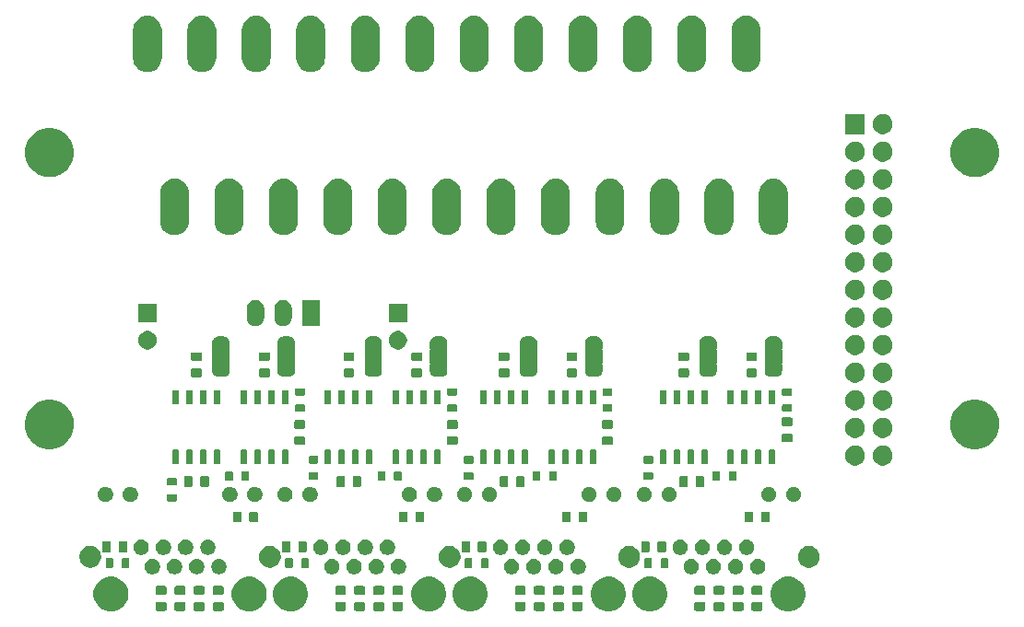
<source format=gbs>
G04 #@! TF.GenerationSoftware,KiCad,Pcbnew,(5.1.5)-3*
G04 #@! TF.CreationDate,2020-02-01T18:29:59+01:00*
G04 #@! TF.ProjectId,5i25Breakout,35693235-4272-4656-916b-6f75742e6b69,rev?*
G04 #@! TF.SameCoordinates,PXe4e1c0PY93d1cc0*
G04 #@! TF.FileFunction,Soldermask,Bot*
G04 #@! TF.FilePolarity,Negative*
%FSLAX46Y46*%
G04 Gerber Fmt 4.6, Leading zero omitted, Abs format (unit mm)*
G04 Created by KiCad (PCBNEW (5.1.5)-3) date 2020-02-01 18:29:59*
%MOMM*%
%LPD*%
G04 APERTURE LIST*
%ADD10C,0.100000*%
G04 APERTURE END LIST*
D10*
G36*
X10846217Y5993335D02*
G01*
X11116995Y5939475D01*
X11408358Y5818788D01*
X11670578Y5643578D01*
X11893578Y5420578D01*
X12068788Y5158358D01*
X12189475Y4866995D01*
X12251000Y4557685D01*
X12251000Y4242315D01*
X12189475Y3933005D01*
X12068788Y3641642D01*
X11893578Y3379422D01*
X11670578Y3156422D01*
X11408358Y2981212D01*
X11116995Y2860525D01*
X10846217Y2806665D01*
X10807686Y2799000D01*
X10492314Y2799000D01*
X10453783Y2806665D01*
X10183005Y2860525D01*
X9891642Y2981212D01*
X9629422Y3156422D01*
X9406422Y3379422D01*
X9231212Y3641642D01*
X9110525Y3933005D01*
X9049000Y4242315D01*
X9049000Y4557685D01*
X9110525Y4866995D01*
X9231212Y5158358D01*
X9406422Y5420578D01*
X9629422Y5643578D01*
X9891642Y5818788D01*
X10183005Y5939475D01*
X10453783Y5993335D01*
X10492314Y6001000D01*
X10807686Y6001000D01*
X10846217Y5993335D01*
G37*
G36*
X23546217Y5993335D02*
G01*
X23816995Y5939475D01*
X24108358Y5818788D01*
X24370578Y5643578D01*
X24593578Y5420578D01*
X24768788Y5158358D01*
X24889475Y4866995D01*
X24951000Y4557685D01*
X24951000Y4242315D01*
X24889475Y3933005D01*
X24768788Y3641642D01*
X24593578Y3379422D01*
X24370578Y3156422D01*
X24108358Y2981212D01*
X23816995Y2860525D01*
X23546217Y2806665D01*
X23507686Y2799000D01*
X23192314Y2799000D01*
X23153783Y2806665D01*
X22883005Y2860525D01*
X22591642Y2981212D01*
X22329422Y3156422D01*
X22106422Y3379422D01*
X21931212Y3641642D01*
X21810525Y3933005D01*
X21749000Y4242315D01*
X21749000Y4557685D01*
X21810525Y4866995D01*
X21931212Y5158358D01*
X22106422Y5420578D01*
X22329422Y5643578D01*
X22591642Y5818788D01*
X22883005Y5939475D01*
X23153783Y5993335D01*
X23192314Y6001000D01*
X23507686Y6001000D01*
X23546217Y5993335D01*
G37*
G36*
X73046217Y5993335D02*
G01*
X73316995Y5939475D01*
X73608358Y5818788D01*
X73870578Y5643578D01*
X74093578Y5420578D01*
X74268788Y5158358D01*
X74389475Y4866995D01*
X74451000Y4557685D01*
X74451000Y4242315D01*
X74389475Y3933005D01*
X74268788Y3641642D01*
X74093578Y3379422D01*
X73870578Y3156422D01*
X73608358Y2981212D01*
X73316995Y2860525D01*
X73046217Y2806665D01*
X73007686Y2799000D01*
X72692314Y2799000D01*
X72653783Y2806665D01*
X72383005Y2860525D01*
X72091642Y2981212D01*
X71829422Y3156422D01*
X71606422Y3379422D01*
X71431212Y3641642D01*
X71310525Y3933005D01*
X71249000Y4242315D01*
X71249000Y4557685D01*
X71310525Y4866995D01*
X71431212Y5158358D01*
X71606422Y5420578D01*
X71829422Y5643578D01*
X72091642Y5818788D01*
X72383005Y5939475D01*
X72653783Y5993335D01*
X72692314Y6001000D01*
X73007686Y6001000D01*
X73046217Y5993335D01*
G37*
G36*
X27346217Y5993335D02*
G01*
X27616995Y5939475D01*
X27908358Y5818788D01*
X28170578Y5643578D01*
X28393578Y5420578D01*
X28568788Y5158358D01*
X28689475Y4866995D01*
X28751000Y4557685D01*
X28751000Y4242315D01*
X28689475Y3933005D01*
X28568788Y3641642D01*
X28393578Y3379422D01*
X28170578Y3156422D01*
X27908358Y2981212D01*
X27616995Y2860525D01*
X27346217Y2806665D01*
X27307686Y2799000D01*
X26992314Y2799000D01*
X26953783Y2806665D01*
X26683005Y2860525D01*
X26391642Y2981212D01*
X26129422Y3156422D01*
X25906422Y3379422D01*
X25731212Y3641642D01*
X25610525Y3933005D01*
X25549000Y4242315D01*
X25549000Y4557685D01*
X25610525Y4866995D01*
X25731212Y5158358D01*
X25906422Y5420578D01*
X26129422Y5643578D01*
X26391642Y5818788D01*
X26683005Y5939475D01*
X26953783Y5993335D01*
X26992314Y6001000D01*
X27307686Y6001000D01*
X27346217Y5993335D01*
G37*
G36*
X40046217Y5993335D02*
G01*
X40316995Y5939475D01*
X40608358Y5818788D01*
X40870578Y5643578D01*
X41093578Y5420578D01*
X41268788Y5158358D01*
X41389475Y4866995D01*
X41451000Y4557685D01*
X41451000Y4242315D01*
X41389475Y3933005D01*
X41268788Y3641642D01*
X41093578Y3379422D01*
X40870578Y3156422D01*
X40608358Y2981212D01*
X40316995Y2860525D01*
X40046217Y2806665D01*
X40007686Y2799000D01*
X39692314Y2799000D01*
X39653783Y2806665D01*
X39383005Y2860525D01*
X39091642Y2981212D01*
X38829422Y3156422D01*
X38606422Y3379422D01*
X38431212Y3641642D01*
X38310525Y3933005D01*
X38249000Y4242315D01*
X38249000Y4557685D01*
X38310525Y4866995D01*
X38431212Y5158358D01*
X38606422Y5420578D01*
X38829422Y5643578D01*
X39091642Y5818788D01*
X39383005Y5939475D01*
X39653783Y5993335D01*
X39692314Y6001000D01*
X40007686Y6001000D01*
X40046217Y5993335D01*
G37*
G36*
X43846217Y5993335D02*
G01*
X44116995Y5939475D01*
X44408358Y5818788D01*
X44670578Y5643578D01*
X44893578Y5420578D01*
X45068788Y5158358D01*
X45189475Y4866995D01*
X45251000Y4557685D01*
X45251000Y4242315D01*
X45189475Y3933005D01*
X45068788Y3641642D01*
X44893578Y3379422D01*
X44670578Y3156422D01*
X44408358Y2981212D01*
X44116995Y2860525D01*
X43846217Y2806665D01*
X43807686Y2799000D01*
X43492314Y2799000D01*
X43453783Y2806665D01*
X43183005Y2860525D01*
X42891642Y2981212D01*
X42629422Y3156422D01*
X42406422Y3379422D01*
X42231212Y3641642D01*
X42110525Y3933005D01*
X42049000Y4242315D01*
X42049000Y4557685D01*
X42110525Y4866995D01*
X42231212Y5158358D01*
X42406422Y5420578D01*
X42629422Y5643578D01*
X42891642Y5818788D01*
X43183005Y5939475D01*
X43453783Y5993335D01*
X43492314Y6001000D01*
X43807686Y6001000D01*
X43846217Y5993335D01*
G37*
G36*
X56546217Y5993335D02*
G01*
X56816995Y5939475D01*
X57108358Y5818788D01*
X57370578Y5643578D01*
X57593578Y5420578D01*
X57768788Y5158358D01*
X57889475Y4866995D01*
X57951000Y4557685D01*
X57951000Y4242315D01*
X57889475Y3933005D01*
X57768788Y3641642D01*
X57593578Y3379422D01*
X57370578Y3156422D01*
X57108358Y2981212D01*
X56816995Y2860525D01*
X56546217Y2806665D01*
X56507686Y2799000D01*
X56192314Y2799000D01*
X56153783Y2806665D01*
X55883005Y2860525D01*
X55591642Y2981212D01*
X55329422Y3156422D01*
X55106422Y3379422D01*
X54931212Y3641642D01*
X54810525Y3933005D01*
X54749000Y4242315D01*
X54749000Y4557685D01*
X54810525Y4866995D01*
X54931212Y5158358D01*
X55106422Y5420578D01*
X55329422Y5643578D01*
X55591642Y5818788D01*
X55883005Y5939475D01*
X56153783Y5993335D01*
X56192314Y6001000D01*
X56507686Y6001000D01*
X56546217Y5993335D01*
G37*
G36*
X60346217Y5993335D02*
G01*
X60616995Y5939475D01*
X60908358Y5818788D01*
X61170578Y5643578D01*
X61393578Y5420578D01*
X61568788Y5158358D01*
X61689475Y4866995D01*
X61751000Y4557685D01*
X61751000Y4242315D01*
X61689475Y3933005D01*
X61568788Y3641642D01*
X61393578Y3379422D01*
X61170578Y3156422D01*
X60908358Y2981212D01*
X60616995Y2860525D01*
X60346217Y2806665D01*
X60307686Y2799000D01*
X59992314Y2799000D01*
X59953783Y2806665D01*
X59683005Y2860525D01*
X59391642Y2981212D01*
X59129422Y3156422D01*
X58906422Y3379422D01*
X58731212Y3641642D01*
X58610525Y3933005D01*
X58549000Y4242315D01*
X58549000Y4557685D01*
X58610525Y4866995D01*
X58731212Y5158358D01*
X58906422Y5420578D01*
X59129422Y5643578D01*
X59391642Y5818788D01*
X59683005Y5939475D01*
X59953783Y5993335D01*
X59992314Y6001000D01*
X60307686Y6001000D01*
X60346217Y5993335D01*
G37*
G36*
X37391219Y3641813D02*
G01*
X37416432Y3634165D01*
X37439665Y3621746D01*
X37460032Y3605032D01*
X37476746Y3584665D01*
X37489165Y3561432D01*
X37496813Y3536219D01*
X37500000Y3503859D01*
X37500000Y2996141D01*
X37496813Y2963781D01*
X37489165Y2938568D01*
X37476746Y2915335D01*
X37460032Y2894968D01*
X37439665Y2878254D01*
X37416432Y2865835D01*
X37391219Y2858187D01*
X37358859Y2855000D01*
X36641141Y2855000D01*
X36608781Y2858187D01*
X36583568Y2865835D01*
X36560335Y2878254D01*
X36539968Y2894968D01*
X36523254Y2915335D01*
X36510835Y2938568D01*
X36503187Y2963781D01*
X36500000Y2996141D01*
X36500000Y3503859D01*
X36503187Y3536219D01*
X36510835Y3561432D01*
X36523254Y3584665D01*
X36539968Y3605032D01*
X36560335Y3621746D01*
X36583568Y3634165D01*
X36608781Y3641813D01*
X36641141Y3645000D01*
X37358859Y3645000D01*
X37391219Y3641813D01*
G37*
G36*
X48641219Y3641813D02*
G01*
X48666432Y3634165D01*
X48689665Y3621746D01*
X48710032Y3605032D01*
X48726746Y3584665D01*
X48739165Y3561432D01*
X48746813Y3536219D01*
X48750000Y3503859D01*
X48750000Y2996141D01*
X48746813Y2963781D01*
X48739165Y2938568D01*
X48726746Y2915335D01*
X48710032Y2894968D01*
X48689665Y2878254D01*
X48666432Y2865835D01*
X48641219Y2858187D01*
X48608859Y2855000D01*
X47891141Y2855000D01*
X47858781Y2858187D01*
X47833568Y2865835D01*
X47810335Y2878254D01*
X47789968Y2894968D01*
X47773254Y2915335D01*
X47760835Y2938568D01*
X47753187Y2963781D01*
X47750000Y2996141D01*
X47750000Y3503859D01*
X47753187Y3536219D01*
X47760835Y3561432D01*
X47773254Y3584665D01*
X47789968Y3605032D01*
X47810335Y3621746D01*
X47833568Y3634165D01*
X47858781Y3641813D01*
X47891141Y3645000D01*
X48608859Y3645000D01*
X48641219Y3641813D01*
G37*
G36*
X50391219Y3641813D02*
G01*
X50416432Y3634165D01*
X50439665Y3621746D01*
X50460032Y3605032D01*
X50476746Y3584665D01*
X50489165Y3561432D01*
X50496813Y3536219D01*
X50500000Y3503859D01*
X50500000Y2996141D01*
X50496813Y2963781D01*
X50489165Y2938568D01*
X50476746Y2915335D01*
X50460032Y2894968D01*
X50439665Y2878254D01*
X50416432Y2865835D01*
X50391219Y2858187D01*
X50358859Y2855000D01*
X49641141Y2855000D01*
X49608781Y2858187D01*
X49583568Y2865835D01*
X49560335Y2878254D01*
X49539968Y2894968D01*
X49523254Y2915335D01*
X49510835Y2938568D01*
X49503187Y2963781D01*
X49500000Y2996141D01*
X49500000Y3503859D01*
X49503187Y3536219D01*
X49510835Y3561432D01*
X49523254Y3584665D01*
X49539968Y3605032D01*
X49560335Y3621746D01*
X49583568Y3634165D01*
X49608781Y3641813D01*
X49641141Y3645000D01*
X50358859Y3645000D01*
X50391219Y3641813D01*
G37*
G36*
X52141219Y3641813D02*
G01*
X52166432Y3634165D01*
X52189665Y3621746D01*
X52210032Y3605032D01*
X52226746Y3584665D01*
X52239165Y3561432D01*
X52246813Y3536219D01*
X52250000Y3503859D01*
X52250000Y2996141D01*
X52246813Y2963781D01*
X52239165Y2938568D01*
X52226746Y2915335D01*
X52210032Y2894968D01*
X52189665Y2878254D01*
X52166432Y2865835D01*
X52141219Y2858187D01*
X52108859Y2855000D01*
X51391141Y2855000D01*
X51358781Y2858187D01*
X51333568Y2865835D01*
X51310335Y2878254D01*
X51289968Y2894968D01*
X51273254Y2915335D01*
X51260835Y2938568D01*
X51253187Y2963781D01*
X51250000Y2996141D01*
X51250000Y3503859D01*
X51253187Y3536219D01*
X51260835Y3561432D01*
X51273254Y3584665D01*
X51289968Y3605032D01*
X51310335Y3621746D01*
X51333568Y3634165D01*
X51358781Y3641813D01*
X51391141Y3645000D01*
X52108859Y3645000D01*
X52141219Y3641813D01*
G37*
G36*
X53891219Y3641813D02*
G01*
X53916432Y3634165D01*
X53939665Y3621746D01*
X53960032Y3605032D01*
X53976746Y3584665D01*
X53989165Y3561432D01*
X53996813Y3536219D01*
X54000000Y3503859D01*
X54000000Y2996141D01*
X53996813Y2963781D01*
X53989165Y2938568D01*
X53976746Y2915335D01*
X53960032Y2894968D01*
X53939665Y2878254D01*
X53916432Y2865835D01*
X53891219Y2858187D01*
X53858859Y2855000D01*
X53141141Y2855000D01*
X53108781Y2858187D01*
X53083568Y2865835D01*
X53060335Y2878254D01*
X53039968Y2894968D01*
X53023254Y2915335D01*
X53010835Y2938568D01*
X53003187Y2963781D01*
X53000000Y2996141D01*
X53000000Y3503859D01*
X53003187Y3536219D01*
X53010835Y3561432D01*
X53023254Y3584665D01*
X53039968Y3605032D01*
X53060335Y3621746D01*
X53083568Y3634165D01*
X53108781Y3641813D01*
X53141141Y3645000D01*
X53858859Y3645000D01*
X53891219Y3641813D01*
G37*
G36*
X32141219Y3641813D02*
G01*
X32166432Y3634165D01*
X32189665Y3621746D01*
X32210032Y3605032D01*
X32226746Y3584665D01*
X32239165Y3561432D01*
X32246813Y3536219D01*
X32250000Y3503859D01*
X32250000Y2996141D01*
X32246813Y2963781D01*
X32239165Y2938568D01*
X32226746Y2915335D01*
X32210032Y2894968D01*
X32189665Y2878254D01*
X32166432Y2865835D01*
X32141219Y2858187D01*
X32108859Y2855000D01*
X31391141Y2855000D01*
X31358781Y2858187D01*
X31333568Y2865835D01*
X31310335Y2878254D01*
X31289968Y2894968D01*
X31273254Y2915335D01*
X31260835Y2938568D01*
X31253187Y2963781D01*
X31250000Y2996141D01*
X31250000Y3503859D01*
X31253187Y3536219D01*
X31260835Y3561432D01*
X31273254Y3584665D01*
X31289968Y3605032D01*
X31310335Y3621746D01*
X31333568Y3634165D01*
X31358781Y3641813D01*
X31391141Y3645000D01*
X32108859Y3645000D01*
X32141219Y3641813D01*
G37*
G36*
X33891219Y3641813D02*
G01*
X33916432Y3634165D01*
X33939665Y3621746D01*
X33960032Y3605032D01*
X33976746Y3584665D01*
X33989165Y3561432D01*
X33996813Y3536219D01*
X34000000Y3503859D01*
X34000000Y2996141D01*
X33996813Y2963781D01*
X33989165Y2938568D01*
X33976746Y2915335D01*
X33960032Y2894968D01*
X33939665Y2878254D01*
X33916432Y2865835D01*
X33891219Y2858187D01*
X33858859Y2855000D01*
X33141141Y2855000D01*
X33108781Y2858187D01*
X33083568Y2865835D01*
X33060335Y2878254D01*
X33039968Y2894968D01*
X33023254Y2915335D01*
X33010835Y2938568D01*
X33003187Y2963781D01*
X33000000Y2996141D01*
X33000000Y3503859D01*
X33003187Y3536219D01*
X33010835Y3561432D01*
X33023254Y3584665D01*
X33039968Y3605032D01*
X33060335Y3621746D01*
X33083568Y3634165D01*
X33108781Y3641813D01*
X33141141Y3645000D01*
X33858859Y3645000D01*
X33891219Y3641813D01*
G37*
G36*
X35641219Y3641813D02*
G01*
X35666432Y3634165D01*
X35689665Y3621746D01*
X35710032Y3605032D01*
X35726746Y3584665D01*
X35739165Y3561432D01*
X35746813Y3536219D01*
X35750000Y3503859D01*
X35750000Y2996141D01*
X35746813Y2963781D01*
X35739165Y2938568D01*
X35726746Y2915335D01*
X35710032Y2894968D01*
X35689665Y2878254D01*
X35666432Y2865835D01*
X35641219Y2858187D01*
X35608859Y2855000D01*
X34891141Y2855000D01*
X34858781Y2858187D01*
X34833568Y2865835D01*
X34810335Y2878254D01*
X34789968Y2894968D01*
X34773254Y2915335D01*
X34760835Y2938568D01*
X34753187Y2963781D01*
X34750000Y2996141D01*
X34750000Y3503859D01*
X34753187Y3536219D01*
X34760835Y3561432D01*
X34773254Y3584665D01*
X34789968Y3605032D01*
X34810335Y3621746D01*
X34833568Y3634165D01*
X34858781Y3641813D01*
X34891141Y3645000D01*
X35608859Y3645000D01*
X35641219Y3641813D01*
G37*
G36*
X20891219Y3641813D02*
G01*
X20916432Y3634165D01*
X20939665Y3621746D01*
X20960032Y3605032D01*
X20976746Y3584665D01*
X20989165Y3561432D01*
X20996813Y3536219D01*
X21000000Y3503859D01*
X21000000Y2996141D01*
X20996813Y2963781D01*
X20989165Y2938568D01*
X20976746Y2915335D01*
X20960032Y2894968D01*
X20939665Y2878254D01*
X20916432Y2865835D01*
X20891219Y2858187D01*
X20858859Y2855000D01*
X20141141Y2855000D01*
X20108781Y2858187D01*
X20083568Y2865835D01*
X20060335Y2878254D01*
X20039968Y2894968D01*
X20023254Y2915335D01*
X20010835Y2938568D01*
X20003187Y2963781D01*
X20000000Y2996141D01*
X20000000Y3503859D01*
X20003187Y3536219D01*
X20010835Y3561432D01*
X20023254Y3584665D01*
X20039968Y3605032D01*
X20060335Y3621746D01*
X20083568Y3634165D01*
X20108781Y3641813D01*
X20141141Y3645000D01*
X20858859Y3645000D01*
X20891219Y3641813D01*
G37*
G36*
X19141219Y3641813D02*
G01*
X19166432Y3634165D01*
X19189665Y3621746D01*
X19210032Y3605032D01*
X19226746Y3584665D01*
X19239165Y3561432D01*
X19246813Y3536219D01*
X19250000Y3503859D01*
X19250000Y2996141D01*
X19246813Y2963781D01*
X19239165Y2938568D01*
X19226746Y2915335D01*
X19210032Y2894968D01*
X19189665Y2878254D01*
X19166432Y2865835D01*
X19141219Y2858187D01*
X19108859Y2855000D01*
X18391141Y2855000D01*
X18358781Y2858187D01*
X18333568Y2865835D01*
X18310335Y2878254D01*
X18289968Y2894968D01*
X18273254Y2915335D01*
X18260835Y2938568D01*
X18253187Y2963781D01*
X18250000Y2996141D01*
X18250000Y3503859D01*
X18253187Y3536219D01*
X18260835Y3561432D01*
X18273254Y3584665D01*
X18289968Y3605032D01*
X18310335Y3621746D01*
X18333568Y3634165D01*
X18358781Y3641813D01*
X18391141Y3645000D01*
X19108859Y3645000D01*
X19141219Y3641813D01*
G37*
G36*
X17391219Y3641813D02*
G01*
X17416432Y3634165D01*
X17439665Y3621746D01*
X17460032Y3605032D01*
X17476746Y3584665D01*
X17489165Y3561432D01*
X17496813Y3536219D01*
X17500000Y3503859D01*
X17500000Y2996141D01*
X17496813Y2963781D01*
X17489165Y2938568D01*
X17476746Y2915335D01*
X17460032Y2894968D01*
X17439665Y2878254D01*
X17416432Y2865835D01*
X17391219Y2858187D01*
X17358859Y2855000D01*
X16641141Y2855000D01*
X16608781Y2858187D01*
X16583568Y2865835D01*
X16560335Y2878254D01*
X16539968Y2894968D01*
X16523254Y2915335D01*
X16510835Y2938568D01*
X16503187Y2963781D01*
X16500000Y2996141D01*
X16500000Y3503859D01*
X16503187Y3536219D01*
X16510835Y3561432D01*
X16523254Y3584665D01*
X16539968Y3605032D01*
X16560335Y3621746D01*
X16583568Y3634165D01*
X16608781Y3641813D01*
X16641141Y3645000D01*
X17358859Y3645000D01*
X17391219Y3641813D01*
G37*
G36*
X15641219Y3641813D02*
G01*
X15666432Y3634165D01*
X15689665Y3621746D01*
X15710032Y3605032D01*
X15726746Y3584665D01*
X15739165Y3561432D01*
X15746813Y3536219D01*
X15750000Y3503859D01*
X15750000Y2996141D01*
X15746813Y2963781D01*
X15739165Y2938568D01*
X15726746Y2915335D01*
X15710032Y2894968D01*
X15689665Y2878254D01*
X15666432Y2865835D01*
X15641219Y2858187D01*
X15608859Y2855000D01*
X14891141Y2855000D01*
X14858781Y2858187D01*
X14833568Y2865835D01*
X14810335Y2878254D01*
X14789968Y2894968D01*
X14773254Y2915335D01*
X14760835Y2938568D01*
X14753187Y2963781D01*
X14750000Y2996141D01*
X14750000Y3503859D01*
X14753187Y3536219D01*
X14760835Y3561432D01*
X14773254Y3584665D01*
X14789968Y3605032D01*
X14810335Y3621746D01*
X14833568Y3634165D01*
X14858781Y3641813D01*
X14891141Y3645000D01*
X15608859Y3645000D01*
X15641219Y3641813D01*
G37*
G36*
X70391219Y3641813D02*
G01*
X70416432Y3634165D01*
X70439665Y3621746D01*
X70460032Y3605032D01*
X70476746Y3584665D01*
X70489165Y3561432D01*
X70496813Y3536219D01*
X70500000Y3503859D01*
X70500000Y2996141D01*
X70496813Y2963781D01*
X70489165Y2938568D01*
X70476746Y2915335D01*
X70460032Y2894968D01*
X70439665Y2878254D01*
X70416432Y2865835D01*
X70391219Y2858187D01*
X70358859Y2855000D01*
X69641141Y2855000D01*
X69608781Y2858187D01*
X69583568Y2865835D01*
X69560335Y2878254D01*
X69539968Y2894968D01*
X69523254Y2915335D01*
X69510835Y2938568D01*
X69503187Y2963781D01*
X69500000Y2996141D01*
X69500000Y3503859D01*
X69503187Y3536219D01*
X69510835Y3561432D01*
X69523254Y3584665D01*
X69539968Y3605032D01*
X69560335Y3621746D01*
X69583568Y3634165D01*
X69608781Y3641813D01*
X69641141Y3645000D01*
X70358859Y3645000D01*
X70391219Y3641813D01*
G37*
G36*
X68641219Y3641813D02*
G01*
X68666432Y3634165D01*
X68689665Y3621746D01*
X68710032Y3605032D01*
X68726746Y3584665D01*
X68739165Y3561432D01*
X68746813Y3536219D01*
X68750000Y3503859D01*
X68750000Y2996141D01*
X68746813Y2963781D01*
X68739165Y2938568D01*
X68726746Y2915335D01*
X68710032Y2894968D01*
X68689665Y2878254D01*
X68666432Y2865835D01*
X68641219Y2858187D01*
X68608859Y2855000D01*
X67891141Y2855000D01*
X67858781Y2858187D01*
X67833568Y2865835D01*
X67810335Y2878254D01*
X67789968Y2894968D01*
X67773254Y2915335D01*
X67760835Y2938568D01*
X67753187Y2963781D01*
X67750000Y2996141D01*
X67750000Y3503859D01*
X67753187Y3536219D01*
X67760835Y3561432D01*
X67773254Y3584665D01*
X67789968Y3605032D01*
X67810335Y3621746D01*
X67833568Y3634165D01*
X67858781Y3641813D01*
X67891141Y3645000D01*
X68608859Y3645000D01*
X68641219Y3641813D01*
G37*
G36*
X66891219Y3641813D02*
G01*
X66916432Y3634165D01*
X66939665Y3621746D01*
X66960032Y3605032D01*
X66976746Y3584665D01*
X66989165Y3561432D01*
X66996813Y3536219D01*
X67000000Y3503859D01*
X67000000Y2996141D01*
X66996813Y2963781D01*
X66989165Y2938568D01*
X66976746Y2915335D01*
X66960032Y2894968D01*
X66939665Y2878254D01*
X66916432Y2865835D01*
X66891219Y2858187D01*
X66858859Y2855000D01*
X66141141Y2855000D01*
X66108781Y2858187D01*
X66083568Y2865835D01*
X66060335Y2878254D01*
X66039968Y2894968D01*
X66023254Y2915335D01*
X66010835Y2938568D01*
X66003187Y2963781D01*
X66000000Y2996141D01*
X66000000Y3503859D01*
X66003187Y3536219D01*
X66010835Y3561432D01*
X66023254Y3584665D01*
X66039968Y3605032D01*
X66060335Y3621746D01*
X66083568Y3634165D01*
X66108781Y3641813D01*
X66141141Y3645000D01*
X66858859Y3645000D01*
X66891219Y3641813D01*
G37*
G36*
X65141219Y3641813D02*
G01*
X65166432Y3634165D01*
X65189665Y3621746D01*
X65210032Y3605032D01*
X65226746Y3584665D01*
X65239165Y3561432D01*
X65246813Y3536219D01*
X65250000Y3503859D01*
X65250000Y2996141D01*
X65246813Y2963781D01*
X65239165Y2938568D01*
X65226746Y2915335D01*
X65210032Y2894968D01*
X65189665Y2878254D01*
X65166432Y2865835D01*
X65141219Y2858187D01*
X65108859Y2855000D01*
X64391141Y2855000D01*
X64358781Y2858187D01*
X64333568Y2865835D01*
X64310335Y2878254D01*
X64289968Y2894968D01*
X64273254Y2915335D01*
X64260835Y2938568D01*
X64253187Y2963781D01*
X64250000Y2996141D01*
X64250000Y3503859D01*
X64253187Y3536219D01*
X64260835Y3561432D01*
X64273254Y3584665D01*
X64289968Y3605032D01*
X64310335Y3621746D01*
X64333568Y3634165D01*
X64358781Y3641813D01*
X64391141Y3645000D01*
X65108859Y3645000D01*
X65141219Y3641813D01*
G37*
G36*
X35641219Y5141813D02*
G01*
X35666432Y5134165D01*
X35689665Y5121746D01*
X35710032Y5105032D01*
X35726746Y5084665D01*
X35739165Y5061432D01*
X35746813Y5036219D01*
X35750000Y5003859D01*
X35750000Y4496141D01*
X35746813Y4463781D01*
X35739165Y4438568D01*
X35726746Y4415335D01*
X35710032Y4394968D01*
X35689665Y4378254D01*
X35666432Y4365835D01*
X35641219Y4358187D01*
X35608859Y4355000D01*
X34891141Y4355000D01*
X34858781Y4358187D01*
X34833568Y4365835D01*
X34810335Y4378254D01*
X34789968Y4394968D01*
X34773254Y4415335D01*
X34760835Y4438568D01*
X34753187Y4463781D01*
X34750000Y4496141D01*
X34750000Y5003859D01*
X34753187Y5036219D01*
X34760835Y5061432D01*
X34773254Y5084665D01*
X34789968Y5105032D01*
X34810335Y5121746D01*
X34833568Y5134165D01*
X34858781Y5141813D01*
X34891141Y5145000D01*
X35608859Y5145000D01*
X35641219Y5141813D01*
G37*
G36*
X66891219Y5141813D02*
G01*
X66916432Y5134165D01*
X66939665Y5121746D01*
X66960032Y5105032D01*
X66976746Y5084665D01*
X66989165Y5061432D01*
X66996813Y5036219D01*
X67000000Y5003859D01*
X67000000Y4496141D01*
X66996813Y4463781D01*
X66989165Y4438568D01*
X66976746Y4415335D01*
X66960032Y4394968D01*
X66939665Y4378254D01*
X66916432Y4365835D01*
X66891219Y4358187D01*
X66858859Y4355000D01*
X66141141Y4355000D01*
X66108781Y4358187D01*
X66083568Y4365835D01*
X66060335Y4378254D01*
X66039968Y4394968D01*
X66023254Y4415335D01*
X66010835Y4438568D01*
X66003187Y4463781D01*
X66000000Y4496141D01*
X66000000Y5003859D01*
X66003187Y5036219D01*
X66010835Y5061432D01*
X66023254Y5084665D01*
X66039968Y5105032D01*
X66060335Y5121746D01*
X66083568Y5134165D01*
X66108781Y5141813D01*
X66141141Y5145000D01*
X66858859Y5145000D01*
X66891219Y5141813D01*
G37*
G36*
X65141219Y5141813D02*
G01*
X65166432Y5134165D01*
X65189665Y5121746D01*
X65210032Y5105032D01*
X65226746Y5084665D01*
X65239165Y5061432D01*
X65246813Y5036219D01*
X65250000Y5003859D01*
X65250000Y4496141D01*
X65246813Y4463781D01*
X65239165Y4438568D01*
X65226746Y4415335D01*
X65210032Y4394968D01*
X65189665Y4378254D01*
X65166432Y4365835D01*
X65141219Y4358187D01*
X65108859Y4355000D01*
X64391141Y4355000D01*
X64358781Y4358187D01*
X64333568Y4365835D01*
X64310335Y4378254D01*
X64289968Y4394968D01*
X64273254Y4415335D01*
X64260835Y4438568D01*
X64253187Y4463781D01*
X64250000Y4496141D01*
X64250000Y5003859D01*
X64253187Y5036219D01*
X64260835Y5061432D01*
X64273254Y5084665D01*
X64289968Y5105032D01*
X64310335Y5121746D01*
X64333568Y5134165D01*
X64358781Y5141813D01*
X64391141Y5145000D01*
X65108859Y5145000D01*
X65141219Y5141813D01*
G37*
G36*
X15641219Y5141813D02*
G01*
X15666432Y5134165D01*
X15689665Y5121746D01*
X15710032Y5105032D01*
X15726746Y5084665D01*
X15739165Y5061432D01*
X15746813Y5036219D01*
X15750000Y5003859D01*
X15750000Y4496141D01*
X15746813Y4463781D01*
X15739165Y4438568D01*
X15726746Y4415335D01*
X15710032Y4394968D01*
X15689665Y4378254D01*
X15666432Y4365835D01*
X15641219Y4358187D01*
X15608859Y4355000D01*
X14891141Y4355000D01*
X14858781Y4358187D01*
X14833568Y4365835D01*
X14810335Y4378254D01*
X14789968Y4394968D01*
X14773254Y4415335D01*
X14760835Y4438568D01*
X14753187Y4463781D01*
X14750000Y4496141D01*
X14750000Y5003859D01*
X14753187Y5036219D01*
X14760835Y5061432D01*
X14773254Y5084665D01*
X14789968Y5105032D01*
X14810335Y5121746D01*
X14833568Y5134165D01*
X14858781Y5141813D01*
X14891141Y5145000D01*
X15608859Y5145000D01*
X15641219Y5141813D01*
G37*
G36*
X17391219Y5141813D02*
G01*
X17416432Y5134165D01*
X17439665Y5121746D01*
X17460032Y5105032D01*
X17476746Y5084665D01*
X17489165Y5061432D01*
X17496813Y5036219D01*
X17500000Y5003859D01*
X17500000Y4496141D01*
X17496813Y4463781D01*
X17489165Y4438568D01*
X17476746Y4415335D01*
X17460032Y4394968D01*
X17439665Y4378254D01*
X17416432Y4365835D01*
X17391219Y4358187D01*
X17358859Y4355000D01*
X16641141Y4355000D01*
X16608781Y4358187D01*
X16583568Y4365835D01*
X16560335Y4378254D01*
X16539968Y4394968D01*
X16523254Y4415335D01*
X16510835Y4438568D01*
X16503187Y4463781D01*
X16500000Y4496141D01*
X16500000Y5003859D01*
X16503187Y5036219D01*
X16510835Y5061432D01*
X16523254Y5084665D01*
X16539968Y5105032D01*
X16560335Y5121746D01*
X16583568Y5134165D01*
X16608781Y5141813D01*
X16641141Y5145000D01*
X17358859Y5145000D01*
X17391219Y5141813D01*
G37*
G36*
X19141219Y5141813D02*
G01*
X19166432Y5134165D01*
X19189665Y5121746D01*
X19210032Y5105032D01*
X19226746Y5084665D01*
X19239165Y5061432D01*
X19246813Y5036219D01*
X19250000Y5003859D01*
X19250000Y4496141D01*
X19246813Y4463781D01*
X19239165Y4438568D01*
X19226746Y4415335D01*
X19210032Y4394968D01*
X19189665Y4378254D01*
X19166432Y4365835D01*
X19141219Y4358187D01*
X19108859Y4355000D01*
X18391141Y4355000D01*
X18358781Y4358187D01*
X18333568Y4365835D01*
X18310335Y4378254D01*
X18289968Y4394968D01*
X18273254Y4415335D01*
X18260835Y4438568D01*
X18253187Y4463781D01*
X18250000Y4496141D01*
X18250000Y5003859D01*
X18253187Y5036219D01*
X18260835Y5061432D01*
X18273254Y5084665D01*
X18289968Y5105032D01*
X18310335Y5121746D01*
X18333568Y5134165D01*
X18358781Y5141813D01*
X18391141Y5145000D01*
X19108859Y5145000D01*
X19141219Y5141813D01*
G37*
G36*
X37391219Y5141813D02*
G01*
X37416432Y5134165D01*
X37439665Y5121746D01*
X37460032Y5105032D01*
X37476746Y5084665D01*
X37489165Y5061432D01*
X37496813Y5036219D01*
X37500000Y5003859D01*
X37500000Y4496141D01*
X37496813Y4463781D01*
X37489165Y4438568D01*
X37476746Y4415335D01*
X37460032Y4394968D01*
X37439665Y4378254D01*
X37416432Y4365835D01*
X37391219Y4358187D01*
X37358859Y4355000D01*
X36641141Y4355000D01*
X36608781Y4358187D01*
X36583568Y4365835D01*
X36560335Y4378254D01*
X36539968Y4394968D01*
X36523254Y4415335D01*
X36510835Y4438568D01*
X36503187Y4463781D01*
X36500000Y4496141D01*
X36500000Y5003859D01*
X36503187Y5036219D01*
X36510835Y5061432D01*
X36523254Y5084665D01*
X36539968Y5105032D01*
X36560335Y5121746D01*
X36583568Y5134165D01*
X36608781Y5141813D01*
X36641141Y5145000D01*
X37358859Y5145000D01*
X37391219Y5141813D01*
G37*
G36*
X48641219Y5141813D02*
G01*
X48666432Y5134165D01*
X48689665Y5121746D01*
X48710032Y5105032D01*
X48726746Y5084665D01*
X48739165Y5061432D01*
X48746813Y5036219D01*
X48750000Y5003859D01*
X48750000Y4496141D01*
X48746813Y4463781D01*
X48739165Y4438568D01*
X48726746Y4415335D01*
X48710032Y4394968D01*
X48689665Y4378254D01*
X48666432Y4365835D01*
X48641219Y4358187D01*
X48608859Y4355000D01*
X47891141Y4355000D01*
X47858781Y4358187D01*
X47833568Y4365835D01*
X47810335Y4378254D01*
X47789968Y4394968D01*
X47773254Y4415335D01*
X47760835Y4438568D01*
X47753187Y4463781D01*
X47750000Y4496141D01*
X47750000Y5003859D01*
X47753187Y5036219D01*
X47760835Y5061432D01*
X47773254Y5084665D01*
X47789968Y5105032D01*
X47810335Y5121746D01*
X47833568Y5134165D01*
X47858781Y5141813D01*
X47891141Y5145000D01*
X48608859Y5145000D01*
X48641219Y5141813D01*
G37*
G36*
X52141219Y5141813D02*
G01*
X52166432Y5134165D01*
X52189665Y5121746D01*
X52210032Y5105032D01*
X52226746Y5084665D01*
X52239165Y5061432D01*
X52246813Y5036219D01*
X52250000Y5003859D01*
X52250000Y4496141D01*
X52246813Y4463781D01*
X52239165Y4438568D01*
X52226746Y4415335D01*
X52210032Y4394968D01*
X52189665Y4378254D01*
X52166432Y4365835D01*
X52141219Y4358187D01*
X52108859Y4355000D01*
X51391141Y4355000D01*
X51358781Y4358187D01*
X51333568Y4365835D01*
X51310335Y4378254D01*
X51289968Y4394968D01*
X51273254Y4415335D01*
X51260835Y4438568D01*
X51253187Y4463781D01*
X51250000Y4496141D01*
X51250000Y5003859D01*
X51253187Y5036219D01*
X51260835Y5061432D01*
X51273254Y5084665D01*
X51289968Y5105032D01*
X51310335Y5121746D01*
X51333568Y5134165D01*
X51358781Y5141813D01*
X51391141Y5145000D01*
X52108859Y5145000D01*
X52141219Y5141813D01*
G37*
G36*
X53891219Y5141813D02*
G01*
X53916432Y5134165D01*
X53939665Y5121746D01*
X53960032Y5105032D01*
X53976746Y5084665D01*
X53989165Y5061432D01*
X53996813Y5036219D01*
X54000000Y5003859D01*
X54000000Y4496141D01*
X53996813Y4463781D01*
X53989165Y4438568D01*
X53976746Y4415335D01*
X53960032Y4394968D01*
X53939665Y4378254D01*
X53916432Y4365835D01*
X53891219Y4358187D01*
X53858859Y4355000D01*
X53141141Y4355000D01*
X53108781Y4358187D01*
X53083568Y4365835D01*
X53060335Y4378254D01*
X53039968Y4394968D01*
X53023254Y4415335D01*
X53010835Y4438568D01*
X53003187Y4463781D01*
X53000000Y4496141D01*
X53000000Y5003859D01*
X53003187Y5036219D01*
X53010835Y5061432D01*
X53023254Y5084665D01*
X53039968Y5105032D01*
X53060335Y5121746D01*
X53083568Y5134165D01*
X53108781Y5141813D01*
X53141141Y5145000D01*
X53858859Y5145000D01*
X53891219Y5141813D01*
G37*
G36*
X20891219Y5141813D02*
G01*
X20916432Y5134165D01*
X20939665Y5121746D01*
X20960032Y5105032D01*
X20976746Y5084665D01*
X20989165Y5061432D01*
X20996813Y5036219D01*
X21000000Y5003859D01*
X21000000Y4496141D01*
X20996813Y4463781D01*
X20989165Y4438568D01*
X20976746Y4415335D01*
X20960032Y4394968D01*
X20939665Y4378254D01*
X20916432Y4365835D01*
X20891219Y4358187D01*
X20858859Y4355000D01*
X20141141Y4355000D01*
X20108781Y4358187D01*
X20083568Y4365835D01*
X20060335Y4378254D01*
X20039968Y4394968D01*
X20023254Y4415335D01*
X20010835Y4438568D01*
X20003187Y4463781D01*
X20000000Y4496141D01*
X20000000Y5003859D01*
X20003187Y5036219D01*
X20010835Y5061432D01*
X20023254Y5084665D01*
X20039968Y5105032D01*
X20060335Y5121746D01*
X20083568Y5134165D01*
X20108781Y5141813D01*
X20141141Y5145000D01*
X20858859Y5145000D01*
X20891219Y5141813D01*
G37*
G36*
X32141219Y5141813D02*
G01*
X32166432Y5134165D01*
X32189665Y5121746D01*
X32210032Y5105032D01*
X32226746Y5084665D01*
X32239165Y5061432D01*
X32246813Y5036219D01*
X32250000Y5003859D01*
X32250000Y4496141D01*
X32246813Y4463781D01*
X32239165Y4438568D01*
X32226746Y4415335D01*
X32210032Y4394968D01*
X32189665Y4378254D01*
X32166432Y4365835D01*
X32141219Y4358187D01*
X32108859Y4355000D01*
X31391141Y4355000D01*
X31358781Y4358187D01*
X31333568Y4365835D01*
X31310335Y4378254D01*
X31289968Y4394968D01*
X31273254Y4415335D01*
X31260835Y4438568D01*
X31253187Y4463781D01*
X31250000Y4496141D01*
X31250000Y5003859D01*
X31253187Y5036219D01*
X31260835Y5061432D01*
X31273254Y5084665D01*
X31289968Y5105032D01*
X31310335Y5121746D01*
X31333568Y5134165D01*
X31358781Y5141813D01*
X31391141Y5145000D01*
X32108859Y5145000D01*
X32141219Y5141813D01*
G37*
G36*
X33891219Y5141813D02*
G01*
X33916432Y5134165D01*
X33939665Y5121746D01*
X33960032Y5105032D01*
X33976746Y5084665D01*
X33989165Y5061432D01*
X33996813Y5036219D01*
X34000000Y5003859D01*
X34000000Y4496141D01*
X33996813Y4463781D01*
X33989165Y4438568D01*
X33976746Y4415335D01*
X33960032Y4394968D01*
X33939665Y4378254D01*
X33916432Y4365835D01*
X33891219Y4358187D01*
X33858859Y4355000D01*
X33141141Y4355000D01*
X33108781Y4358187D01*
X33083568Y4365835D01*
X33060335Y4378254D01*
X33039968Y4394968D01*
X33023254Y4415335D01*
X33010835Y4438568D01*
X33003187Y4463781D01*
X33000000Y4496141D01*
X33000000Y5003859D01*
X33003187Y5036219D01*
X33010835Y5061432D01*
X33023254Y5084665D01*
X33039968Y5105032D01*
X33060335Y5121746D01*
X33083568Y5134165D01*
X33108781Y5141813D01*
X33141141Y5145000D01*
X33858859Y5145000D01*
X33891219Y5141813D01*
G37*
G36*
X70391219Y5141813D02*
G01*
X70416432Y5134165D01*
X70439665Y5121746D01*
X70460032Y5105032D01*
X70476746Y5084665D01*
X70489165Y5061432D01*
X70496813Y5036219D01*
X70500000Y5003859D01*
X70500000Y4496141D01*
X70496813Y4463781D01*
X70489165Y4438568D01*
X70476746Y4415335D01*
X70460032Y4394968D01*
X70439665Y4378254D01*
X70416432Y4365835D01*
X70391219Y4358187D01*
X70358859Y4355000D01*
X69641141Y4355000D01*
X69608781Y4358187D01*
X69583568Y4365835D01*
X69560335Y4378254D01*
X69539968Y4394968D01*
X69523254Y4415335D01*
X69510835Y4438568D01*
X69503187Y4463781D01*
X69500000Y4496141D01*
X69500000Y5003859D01*
X69503187Y5036219D01*
X69510835Y5061432D01*
X69523254Y5084665D01*
X69539968Y5105032D01*
X69560335Y5121746D01*
X69583568Y5134165D01*
X69608781Y5141813D01*
X69641141Y5145000D01*
X70358859Y5145000D01*
X70391219Y5141813D01*
G37*
G36*
X68641219Y5141813D02*
G01*
X68666432Y5134165D01*
X68689665Y5121746D01*
X68710032Y5105032D01*
X68726746Y5084665D01*
X68739165Y5061432D01*
X68746813Y5036219D01*
X68750000Y5003859D01*
X68750000Y4496141D01*
X68746813Y4463781D01*
X68739165Y4438568D01*
X68726746Y4415335D01*
X68710032Y4394968D01*
X68689665Y4378254D01*
X68666432Y4365835D01*
X68641219Y4358187D01*
X68608859Y4355000D01*
X67891141Y4355000D01*
X67858781Y4358187D01*
X67833568Y4365835D01*
X67810335Y4378254D01*
X67789968Y4394968D01*
X67773254Y4415335D01*
X67760835Y4438568D01*
X67753187Y4463781D01*
X67750000Y4496141D01*
X67750000Y5003859D01*
X67753187Y5036219D01*
X67760835Y5061432D01*
X67773254Y5084665D01*
X67789968Y5105032D01*
X67810335Y5121746D01*
X67833568Y5134165D01*
X67858781Y5141813D01*
X67891141Y5145000D01*
X68608859Y5145000D01*
X68641219Y5141813D01*
G37*
G36*
X50391219Y5141813D02*
G01*
X50416432Y5134165D01*
X50439665Y5121746D01*
X50460032Y5105032D01*
X50476746Y5084665D01*
X50489165Y5061432D01*
X50496813Y5036219D01*
X50500000Y5003859D01*
X50500000Y4496141D01*
X50496813Y4463781D01*
X50489165Y4438568D01*
X50476746Y4415335D01*
X50460032Y4394968D01*
X50439665Y4378254D01*
X50416432Y4365835D01*
X50391219Y4358187D01*
X50358859Y4355000D01*
X49641141Y4355000D01*
X49608781Y4358187D01*
X49583568Y4365835D01*
X49560335Y4378254D01*
X49539968Y4394968D01*
X49523254Y4415335D01*
X49510835Y4438568D01*
X49503187Y4463781D01*
X49500000Y4496141D01*
X49500000Y5003859D01*
X49503187Y5036219D01*
X49510835Y5061432D01*
X49523254Y5084665D01*
X49539968Y5105032D01*
X49560335Y5121746D01*
X49583568Y5134165D01*
X49608781Y5141813D01*
X49641141Y5145000D01*
X50358859Y5145000D01*
X50391219Y5141813D01*
G37*
G36*
X49694473Y7614062D02*
G01*
X49822049Y7561218D01*
X49936859Y7484505D01*
X50034505Y7386859D01*
X50111218Y7272049D01*
X50164062Y7144473D01*
X50191000Y7009044D01*
X50191000Y6870956D01*
X50164062Y6735527D01*
X50111218Y6607951D01*
X50034505Y6493141D01*
X49936859Y6395495D01*
X49822049Y6318782D01*
X49694473Y6265938D01*
X49559044Y6239000D01*
X49420956Y6239000D01*
X49285527Y6265938D01*
X49157951Y6318782D01*
X49043141Y6395495D01*
X48945495Y6493141D01*
X48868782Y6607951D01*
X48815938Y6735527D01*
X48789000Y6870956D01*
X48789000Y7009044D01*
X48815938Y7144473D01*
X48868782Y7272049D01*
X48945495Y7386859D01*
X49043141Y7484505D01*
X49157951Y7561218D01*
X49285527Y7614062D01*
X49420956Y7641000D01*
X49559044Y7641000D01*
X49694473Y7614062D01*
G37*
G36*
X47654473Y7614062D02*
G01*
X47782049Y7561218D01*
X47896859Y7484505D01*
X47994505Y7386859D01*
X48071218Y7272049D01*
X48124062Y7144473D01*
X48151000Y7009044D01*
X48151000Y6870956D01*
X48124062Y6735527D01*
X48071218Y6607951D01*
X47994505Y6493141D01*
X47896859Y6395495D01*
X47782049Y6318782D01*
X47654473Y6265938D01*
X47519044Y6239000D01*
X47380956Y6239000D01*
X47245527Y6265938D01*
X47117951Y6318782D01*
X47003141Y6395495D01*
X46905495Y6493141D01*
X46828782Y6607951D01*
X46775938Y6735527D01*
X46749000Y6870956D01*
X46749000Y7009044D01*
X46775938Y7144473D01*
X46828782Y7272049D01*
X46905495Y7386859D01*
X47003141Y7484505D01*
X47117951Y7561218D01*
X47245527Y7614062D01*
X47380956Y7641000D01*
X47519044Y7641000D01*
X47654473Y7614062D01*
G37*
G36*
X51734473Y7614062D02*
G01*
X51862049Y7561218D01*
X51976859Y7484505D01*
X52074505Y7386859D01*
X52151218Y7272049D01*
X52204062Y7144473D01*
X52231000Y7009044D01*
X52231000Y6870956D01*
X52204062Y6735527D01*
X52151218Y6607951D01*
X52074505Y6493141D01*
X51976859Y6395495D01*
X51862049Y6318782D01*
X51734473Y6265938D01*
X51599044Y6239000D01*
X51460956Y6239000D01*
X51325527Y6265938D01*
X51197951Y6318782D01*
X51083141Y6395495D01*
X50985495Y6493141D01*
X50908782Y6607951D01*
X50855938Y6735527D01*
X50829000Y6870956D01*
X50829000Y7009044D01*
X50855938Y7144473D01*
X50908782Y7272049D01*
X50985495Y7386859D01*
X51083141Y7484505D01*
X51197951Y7561218D01*
X51325527Y7614062D01*
X51460956Y7641000D01*
X51599044Y7641000D01*
X51734473Y7614062D01*
G37*
G36*
X53774473Y7614062D02*
G01*
X53902049Y7561218D01*
X54016859Y7484505D01*
X54114505Y7386859D01*
X54191218Y7272049D01*
X54244062Y7144473D01*
X54271000Y7009044D01*
X54271000Y6870956D01*
X54244062Y6735527D01*
X54191218Y6607951D01*
X54114505Y6493141D01*
X54016859Y6395495D01*
X53902049Y6318782D01*
X53774473Y6265938D01*
X53639044Y6239000D01*
X53500956Y6239000D01*
X53365527Y6265938D01*
X53237951Y6318782D01*
X53123141Y6395495D01*
X53025495Y6493141D01*
X52948782Y6607951D01*
X52895938Y6735527D01*
X52869000Y6870956D01*
X52869000Y7009044D01*
X52895938Y7144473D01*
X52948782Y7272049D01*
X53025495Y7386859D01*
X53123141Y7484505D01*
X53237951Y7561218D01*
X53365527Y7614062D01*
X53500956Y7641000D01*
X53639044Y7641000D01*
X53774473Y7614062D01*
G37*
G36*
X64154473Y7614062D02*
G01*
X64282049Y7561218D01*
X64396859Y7484505D01*
X64494505Y7386859D01*
X64571218Y7272049D01*
X64624062Y7144473D01*
X64651000Y7009044D01*
X64651000Y6870956D01*
X64624062Y6735527D01*
X64571218Y6607951D01*
X64494505Y6493141D01*
X64396859Y6395495D01*
X64282049Y6318782D01*
X64154473Y6265938D01*
X64019044Y6239000D01*
X63880956Y6239000D01*
X63745527Y6265938D01*
X63617951Y6318782D01*
X63503141Y6395495D01*
X63405495Y6493141D01*
X63328782Y6607951D01*
X63275938Y6735527D01*
X63249000Y6870956D01*
X63249000Y7009044D01*
X63275938Y7144473D01*
X63328782Y7272049D01*
X63405495Y7386859D01*
X63503141Y7484505D01*
X63617951Y7561218D01*
X63745527Y7614062D01*
X63880956Y7641000D01*
X64019044Y7641000D01*
X64154473Y7614062D01*
G37*
G36*
X66194473Y7614062D02*
G01*
X66322049Y7561218D01*
X66436859Y7484505D01*
X66534505Y7386859D01*
X66611218Y7272049D01*
X66664062Y7144473D01*
X66691000Y7009044D01*
X66691000Y6870956D01*
X66664062Y6735527D01*
X66611218Y6607951D01*
X66534505Y6493141D01*
X66436859Y6395495D01*
X66322049Y6318782D01*
X66194473Y6265938D01*
X66059044Y6239000D01*
X65920956Y6239000D01*
X65785527Y6265938D01*
X65657951Y6318782D01*
X65543141Y6395495D01*
X65445495Y6493141D01*
X65368782Y6607951D01*
X65315938Y6735527D01*
X65289000Y6870956D01*
X65289000Y7009044D01*
X65315938Y7144473D01*
X65368782Y7272049D01*
X65445495Y7386859D01*
X65543141Y7484505D01*
X65657951Y7561218D01*
X65785527Y7614062D01*
X65920956Y7641000D01*
X66059044Y7641000D01*
X66194473Y7614062D01*
G37*
G36*
X68234473Y7614062D02*
G01*
X68362049Y7561218D01*
X68476859Y7484505D01*
X68574505Y7386859D01*
X68651218Y7272049D01*
X68704062Y7144473D01*
X68731000Y7009044D01*
X68731000Y6870956D01*
X68704062Y6735527D01*
X68651218Y6607951D01*
X68574505Y6493141D01*
X68476859Y6395495D01*
X68362049Y6318782D01*
X68234473Y6265938D01*
X68099044Y6239000D01*
X67960956Y6239000D01*
X67825527Y6265938D01*
X67697951Y6318782D01*
X67583141Y6395495D01*
X67485495Y6493141D01*
X67408782Y6607951D01*
X67355938Y6735527D01*
X67329000Y6870956D01*
X67329000Y7009044D01*
X67355938Y7144473D01*
X67408782Y7272049D01*
X67485495Y7386859D01*
X67583141Y7484505D01*
X67697951Y7561218D01*
X67825527Y7614062D01*
X67960956Y7641000D01*
X68099044Y7641000D01*
X68234473Y7614062D01*
G37*
G36*
X70274473Y7614062D02*
G01*
X70402049Y7561218D01*
X70516859Y7484505D01*
X70614505Y7386859D01*
X70691218Y7272049D01*
X70744062Y7144473D01*
X70771000Y7009044D01*
X70771000Y6870956D01*
X70744062Y6735527D01*
X70691218Y6607951D01*
X70614505Y6493141D01*
X70516859Y6395495D01*
X70402049Y6318782D01*
X70274473Y6265938D01*
X70139044Y6239000D01*
X70000956Y6239000D01*
X69865527Y6265938D01*
X69737951Y6318782D01*
X69623141Y6395495D01*
X69525495Y6493141D01*
X69448782Y6607951D01*
X69395938Y6735527D01*
X69369000Y6870956D01*
X69369000Y7009044D01*
X69395938Y7144473D01*
X69448782Y7272049D01*
X69525495Y7386859D01*
X69623141Y7484505D01*
X69737951Y7561218D01*
X69865527Y7614062D01*
X70000956Y7641000D01*
X70139044Y7641000D01*
X70274473Y7614062D01*
G37*
G36*
X33194473Y7614062D02*
G01*
X33322049Y7561218D01*
X33436859Y7484505D01*
X33534505Y7386859D01*
X33611218Y7272049D01*
X33664062Y7144473D01*
X33691000Y7009044D01*
X33691000Y6870956D01*
X33664062Y6735527D01*
X33611218Y6607951D01*
X33534505Y6493141D01*
X33436859Y6395495D01*
X33322049Y6318782D01*
X33194473Y6265938D01*
X33059044Y6239000D01*
X32920956Y6239000D01*
X32785527Y6265938D01*
X32657951Y6318782D01*
X32543141Y6395495D01*
X32445495Y6493141D01*
X32368782Y6607951D01*
X32315938Y6735527D01*
X32289000Y6870956D01*
X32289000Y7009044D01*
X32315938Y7144473D01*
X32368782Y7272049D01*
X32445495Y7386859D01*
X32543141Y7484505D01*
X32657951Y7561218D01*
X32785527Y7614062D01*
X32920956Y7641000D01*
X33059044Y7641000D01*
X33194473Y7614062D01*
G37*
G36*
X35234473Y7614062D02*
G01*
X35362049Y7561218D01*
X35476859Y7484505D01*
X35574505Y7386859D01*
X35651218Y7272049D01*
X35704062Y7144473D01*
X35731000Y7009044D01*
X35731000Y6870956D01*
X35704062Y6735527D01*
X35651218Y6607951D01*
X35574505Y6493141D01*
X35476859Y6395495D01*
X35362049Y6318782D01*
X35234473Y6265938D01*
X35099044Y6239000D01*
X34960956Y6239000D01*
X34825527Y6265938D01*
X34697951Y6318782D01*
X34583141Y6395495D01*
X34485495Y6493141D01*
X34408782Y6607951D01*
X34355938Y6735527D01*
X34329000Y6870956D01*
X34329000Y7009044D01*
X34355938Y7144473D01*
X34408782Y7272049D01*
X34485495Y7386859D01*
X34583141Y7484505D01*
X34697951Y7561218D01*
X34825527Y7614062D01*
X34960956Y7641000D01*
X35099044Y7641000D01*
X35234473Y7614062D01*
G37*
G36*
X37274473Y7614062D02*
G01*
X37402049Y7561218D01*
X37516859Y7484505D01*
X37614505Y7386859D01*
X37691218Y7272049D01*
X37744062Y7144473D01*
X37771000Y7009044D01*
X37771000Y6870956D01*
X37744062Y6735527D01*
X37691218Y6607951D01*
X37614505Y6493141D01*
X37516859Y6395495D01*
X37402049Y6318782D01*
X37274473Y6265938D01*
X37139044Y6239000D01*
X37000956Y6239000D01*
X36865527Y6265938D01*
X36737951Y6318782D01*
X36623141Y6395495D01*
X36525495Y6493141D01*
X36448782Y6607951D01*
X36395938Y6735527D01*
X36369000Y6870956D01*
X36369000Y7009044D01*
X36395938Y7144473D01*
X36448782Y7272049D01*
X36525495Y7386859D01*
X36623141Y7484505D01*
X36737951Y7561218D01*
X36865527Y7614062D01*
X37000956Y7641000D01*
X37139044Y7641000D01*
X37274473Y7614062D01*
G37*
G36*
X18734473Y7614062D02*
G01*
X18862049Y7561218D01*
X18976859Y7484505D01*
X19074505Y7386859D01*
X19151218Y7272049D01*
X19204062Y7144473D01*
X19231000Y7009044D01*
X19231000Y6870956D01*
X19204062Y6735527D01*
X19151218Y6607951D01*
X19074505Y6493141D01*
X18976859Y6395495D01*
X18862049Y6318782D01*
X18734473Y6265938D01*
X18599044Y6239000D01*
X18460956Y6239000D01*
X18325527Y6265938D01*
X18197951Y6318782D01*
X18083141Y6395495D01*
X17985495Y6493141D01*
X17908782Y6607951D01*
X17855938Y6735527D01*
X17829000Y6870956D01*
X17829000Y7009044D01*
X17855938Y7144473D01*
X17908782Y7272049D01*
X17985495Y7386859D01*
X18083141Y7484505D01*
X18197951Y7561218D01*
X18325527Y7614062D01*
X18460956Y7641000D01*
X18599044Y7641000D01*
X18734473Y7614062D01*
G37*
G36*
X14654473Y7614062D02*
G01*
X14782049Y7561218D01*
X14896859Y7484505D01*
X14994505Y7386859D01*
X15071218Y7272049D01*
X15124062Y7144473D01*
X15151000Y7009044D01*
X15151000Y6870956D01*
X15124062Y6735527D01*
X15071218Y6607951D01*
X14994505Y6493141D01*
X14896859Y6395495D01*
X14782049Y6318782D01*
X14654473Y6265938D01*
X14519044Y6239000D01*
X14380956Y6239000D01*
X14245527Y6265938D01*
X14117951Y6318782D01*
X14003141Y6395495D01*
X13905495Y6493141D01*
X13828782Y6607951D01*
X13775938Y6735527D01*
X13749000Y6870956D01*
X13749000Y7009044D01*
X13775938Y7144473D01*
X13828782Y7272049D01*
X13905495Y7386859D01*
X14003141Y7484505D01*
X14117951Y7561218D01*
X14245527Y7614062D01*
X14380956Y7641000D01*
X14519044Y7641000D01*
X14654473Y7614062D01*
G37*
G36*
X16694473Y7614062D02*
G01*
X16822049Y7561218D01*
X16936859Y7484505D01*
X17034505Y7386859D01*
X17111218Y7272049D01*
X17164062Y7144473D01*
X17191000Y7009044D01*
X17191000Y6870956D01*
X17164062Y6735527D01*
X17111218Y6607951D01*
X17034505Y6493141D01*
X16936859Y6395495D01*
X16822049Y6318782D01*
X16694473Y6265938D01*
X16559044Y6239000D01*
X16420956Y6239000D01*
X16285527Y6265938D01*
X16157951Y6318782D01*
X16043141Y6395495D01*
X15945495Y6493141D01*
X15868782Y6607951D01*
X15815938Y6735527D01*
X15789000Y6870956D01*
X15789000Y7009044D01*
X15815938Y7144473D01*
X15868782Y7272049D01*
X15945495Y7386859D01*
X16043141Y7484505D01*
X16157951Y7561218D01*
X16285527Y7614062D01*
X16420956Y7641000D01*
X16559044Y7641000D01*
X16694473Y7614062D01*
G37*
G36*
X20774473Y7614062D02*
G01*
X20902049Y7561218D01*
X21016859Y7484505D01*
X21114505Y7386859D01*
X21191218Y7272049D01*
X21244062Y7144473D01*
X21271000Y7009044D01*
X21271000Y6870956D01*
X21244062Y6735527D01*
X21191218Y6607951D01*
X21114505Y6493141D01*
X21016859Y6395495D01*
X20902049Y6318782D01*
X20774473Y6265938D01*
X20639044Y6239000D01*
X20500956Y6239000D01*
X20365527Y6265938D01*
X20237951Y6318782D01*
X20123141Y6395495D01*
X20025495Y6493141D01*
X19948782Y6607951D01*
X19895938Y6735527D01*
X19869000Y6870956D01*
X19869000Y7009044D01*
X19895938Y7144473D01*
X19948782Y7272049D01*
X20025495Y7386859D01*
X20123141Y7484505D01*
X20237951Y7561218D01*
X20365527Y7614062D01*
X20500956Y7641000D01*
X20639044Y7641000D01*
X20774473Y7614062D01*
G37*
G36*
X31154473Y7614062D02*
G01*
X31282049Y7561218D01*
X31396859Y7484505D01*
X31494505Y7386859D01*
X31571218Y7272049D01*
X31624062Y7144473D01*
X31651000Y7009044D01*
X31651000Y6870956D01*
X31624062Y6735527D01*
X31571218Y6607951D01*
X31494505Y6493141D01*
X31396859Y6395495D01*
X31282049Y6318782D01*
X31154473Y6265938D01*
X31019044Y6239000D01*
X30880956Y6239000D01*
X30745527Y6265938D01*
X30617951Y6318782D01*
X30503141Y6395495D01*
X30405495Y6493141D01*
X30328782Y6607951D01*
X30275938Y6735527D01*
X30249000Y6870956D01*
X30249000Y7009044D01*
X30275938Y7144473D01*
X30328782Y7272049D01*
X30405495Y7386859D01*
X30503141Y7484505D01*
X30617951Y7561218D01*
X30745527Y7614062D01*
X30880956Y7641000D01*
X31019044Y7641000D01*
X31154473Y7614062D01*
G37*
G36*
X60256938Y7698284D02*
G01*
X60277557Y7692029D01*
X60296553Y7681876D01*
X60313208Y7668208D01*
X60326876Y7651553D01*
X60337029Y7632557D01*
X60343284Y7611938D01*
X60346000Y7584360D01*
X60346000Y6915640D01*
X60343284Y6888062D01*
X60337029Y6867443D01*
X60326876Y6848447D01*
X60313208Y6831792D01*
X60296553Y6818124D01*
X60277557Y6807971D01*
X60256938Y6801716D01*
X60229360Y6799000D01*
X59770640Y6799000D01*
X59743062Y6801716D01*
X59722443Y6807971D01*
X59703447Y6818124D01*
X59686792Y6831792D01*
X59673124Y6848447D01*
X59662971Y6867443D01*
X59656716Y6888062D01*
X59654000Y6915640D01*
X59654000Y7584360D01*
X59656716Y7611938D01*
X59662971Y7632557D01*
X59673124Y7651553D01*
X59686792Y7668208D01*
X59703447Y7681876D01*
X59722443Y7692029D01*
X59743062Y7698284D01*
X59770640Y7701000D01*
X60229360Y7701000D01*
X60256938Y7698284D01*
G37*
G36*
X43756938Y7698284D02*
G01*
X43777557Y7692029D01*
X43796553Y7681876D01*
X43813208Y7668208D01*
X43826876Y7651553D01*
X43837029Y7632557D01*
X43843284Y7611938D01*
X43846000Y7584360D01*
X43846000Y6915640D01*
X43843284Y6888062D01*
X43837029Y6867443D01*
X43826876Y6848447D01*
X43813208Y6831792D01*
X43796553Y6818124D01*
X43777557Y6807971D01*
X43756938Y6801716D01*
X43729360Y6799000D01*
X43270640Y6799000D01*
X43243062Y6801716D01*
X43222443Y6807971D01*
X43203447Y6818124D01*
X43186792Y6831792D01*
X43173124Y6848447D01*
X43162971Y6867443D01*
X43156716Y6888062D01*
X43154000Y6915640D01*
X43154000Y7584360D01*
X43156716Y7611938D01*
X43162971Y7632557D01*
X43173124Y7651553D01*
X43186792Y7668208D01*
X43203447Y7681876D01*
X43222443Y7692029D01*
X43243062Y7698284D01*
X43270640Y7701000D01*
X43729360Y7701000D01*
X43756938Y7698284D01*
G37*
G36*
X61756938Y7698284D02*
G01*
X61777557Y7692029D01*
X61796553Y7681876D01*
X61813208Y7668208D01*
X61826876Y7651553D01*
X61837029Y7632557D01*
X61843284Y7611938D01*
X61846000Y7584360D01*
X61846000Y6915640D01*
X61843284Y6888062D01*
X61837029Y6867443D01*
X61826876Y6848447D01*
X61813208Y6831792D01*
X61796553Y6818124D01*
X61777557Y6807971D01*
X61756938Y6801716D01*
X61729360Y6799000D01*
X61270640Y6799000D01*
X61243062Y6801716D01*
X61222443Y6807971D01*
X61203447Y6818124D01*
X61186792Y6831792D01*
X61173124Y6848447D01*
X61162971Y6867443D01*
X61156716Y6888062D01*
X61154000Y6915640D01*
X61154000Y7584360D01*
X61156716Y7611938D01*
X61162971Y7632557D01*
X61173124Y7651553D01*
X61186792Y7668208D01*
X61203447Y7681876D01*
X61222443Y7692029D01*
X61243062Y7698284D01*
X61270640Y7701000D01*
X61729360Y7701000D01*
X61756938Y7698284D01*
G37*
G36*
X28756938Y7698284D02*
G01*
X28777557Y7692029D01*
X28796553Y7681876D01*
X28813208Y7668208D01*
X28826876Y7651553D01*
X28837029Y7632557D01*
X28843284Y7611938D01*
X28846000Y7584360D01*
X28846000Y6915640D01*
X28843284Y6888062D01*
X28837029Y6867443D01*
X28826876Y6848447D01*
X28813208Y6831792D01*
X28796553Y6818124D01*
X28777557Y6807971D01*
X28756938Y6801716D01*
X28729360Y6799000D01*
X28270640Y6799000D01*
X28243062Y6801716D01*
X28222443Y6807971D01*
X28203447Y6818124D01*
X28186792Y6831792D01*
X28173124Y6848447D01*
X28162971Y6867443D01*
X28156716Y6888062D01*
X28154000Y6915640D01*
X28154000Y7584360D01*
X28156716Y7611938D01*
X28162971Y7632557D01*
X28173124Y7651553D01*
X28186792Y7668208D01*
X28203447Y7681876D01*
X28222443Y7692029D01*
X28243062Y7698284D01*
X28270640Y7701000D01*
X28729360Y7701000D01*
X28756938Y7698284D01*
G37*
G36*
X12256938Y7698284D02*
G01*
X12277557Y7692029D01*
X12296553Y7681876D01*
X12313208Y7668208D01*
X12326876Y7651553D01*
X12337029Y7632557D01*
X12343284Y7611938D01*
X12346000Y7584360D01*
X12346000Y6915640D01*
X12343284Y6888062D01*
X12337029Y6867443D01*
X12326876Y6848447D01*
X12313208Y6831792D01*
X12296553Y6818124D01*
X12277557Y6807971D01*
X12256938Y6801716D01*
X12229360Y6799000D01*
X11770640Y6799000D01*
X11743062Y6801716D01*
X11722443Y6807971D01*
X11703447Y6818124D01*
X11686792Y6831792D01*
X11673124Y6848447D01*
X11662971Y6867443D01*
X11656716Y6888062D01*
X11654000Y6915640D01*
X11654000Y7584360D01*
X11656716Y7611938D01*
X11662971Y7632557D01*
X11673124Y7651553D01*
X11686792Y7668208D01*
X11703447Y7681876D01*
X11722443Y7692029D01*
X11743062Y7698284D01*
X11770640Y7701000D01*
X12229360Y7701000D01*
X12256938Y7698284D01*
G37*
G36*
X10756938Y7698284D02*
G01*
X10777557Y7692029D01*
X10796553Y7681876D01*
X10813208Y7668208D01*
X10826876Y7651553D01*
X10837029Y7632557D01*
X10843284Y7611938D01*
X10846000Y7584360D01*
X10846000Y6915640D01*
X10843284Y6888062D01*
X10837029Y6867443D01*
X10826876Y6848447D01*
X10813208Y6831792D01*
X10796553Y6818124D01*
X10777557Y6807971D01*
X10756938Y6801716D01*
X10729360Y6799000D01*
X10270640Y6799000D01*
X10243062Y6801716D01*
X10222443Y6807971D01*
X10203447Y6818124D01*
X10186792Y6831792D01*
X10173124Y6848447D01*
X10162971Y6867443D01*
X10156716Y6888062D01*
X10154000Y6915640D01*
X10154000Y7584360D01*
X10156716Y7611938D01*
X10162971Y7632557D01*
X10173124Y7651553D01*
X10186792Y7668208D01*
X10203447Y7681876D01*
X10222443Y7692029D01*
X10243062Y7698284D01*
X10270640Y7701000D01*
X10729360Y7701000D01*
X10756938Y7698284D01*
G37*
G36*
X45256938Y7698284D02*
G01*
X45277557Y7692029D01*
X45296553Y7681876D01*
X45313208Y7668208D01*
X45326876Y7651553D01*
X45337029Y7632557D01*
X45343284Y7611938D01*
X45346000Y7584360D01*
X45346000Y6915640D01*
X45343284Y6888062D01*
X45337029Y6867443D01*
X45326876Y6848447D01*
X45313208Y6831792D01*
X45296553Y6818124D01*
X45277557Y6807971D01*
X45256938Y6801716D01*
X45229360Y6799000D01*
X44770640Y6799000D01*
X44743062Y6801716D01*
X44722443Y6807971D01*
X44703447Y6818124D01*
X44686792Y6831792D01*
X44673124Y6848447D01*
X44662971Y6867443D01*
X44656716Y6888062D01*
X44654000Y6915640D01*
X44654000Y7584360D01*
X44656716Y7611938D01*
X44662971Y7632557D01*
X44673124Y7651553D01*
X44686792Y7668208D01*
X44703447Y7681876D01*
X44722443Y7692029D01*
X44743062Y7698284D01*
X44770640Y7701000D01*
X45229360Y7701000D01*
X45256938Y7698284D01*
G37*
G36*
X27256938Y7698284D02*
G01*
X27277557Y7692029D01*
X27296553Y7681876D01*
X27313208Y7668208D01*
X27326876Y7651553D01*
X27337029Y7632557D01*
X27343284Y7611938D01*
X27346000Y7584360D01*
X27346000Y6915640D01*
X27343284Y6888062D01*
X27337029Y6867443D01*
X27326876Y6848447D01*
X27313208Y6831792D01*
X27296553Y6818124D01*
X27277557Y6807971D01*
X27256938Y6801716D01*
X27229360Y6799000D01*
X26770640Y6799000D01*
X26743062Y6801716D01*
X26722443Y6807971D01*
X26703447Y6818124D01*
X26686792Y6831792D01*
X26673124Y6848447D01*
X26662971Y6867443D01*
X26656716Y6888062D01*
X26654000Y6915640D01*
X26654000Y7584360D01*
X26656716Y7611938D01*
X26662971Y7632557D01*
X26673124Y7651553D01*
X26686792Y7668208D01*
X26703447Y7681876D01*
X26722443Y7692029D01*
X26743062Y7698284D01*
X26770640Y7701000D01*
X27229360Y7701000D01*
X27256938Y7698284D01*
G37*
G36*
X74945285Y8811766D02*
G01*
X75041981Y8792532D01*
X75224151Y8717074D01*
X75388100Y8607527D01*
X75527527Y8468100D01*
X75591792Y8371920D01*
X75637075Y8304149D01*
X75652883Y8265985D01*
X75712532Y8121981D01*
X75751000Y7928590D01*
X75751000Y7731410D01*
X75712532Y7538019D01*
X75637074Y7355849D01*
X75527527Y7191900D01*
X75388100Y7052473D01*
X75224151Y6942926D01*
X75041981Y6867468D01*
X74952510Y6849671D01*
X74848591Y6829000D01*
X74651409Y6829000D01*
X74547490Y6849671D01*
X74458019Y6867468D01*
X74275849Y6942926D01*
X74111900Y7052473D01*
X73972473Y7191900D01*
X73862926Y7355849D01*
X73787468Y7538019D01*
X73749000Y7731410D01*
X73749000Y7928590D01*
X73787468Y8121981D01*
X73847117Y8265985D01*
X73862925Y8304149D01*
X73908208Y8371920D01*
X73972473Y8468100D01*
X74111900Y8607527D01*
X74275849Y8717074D01*
X74458019Y8792532D01*
X74554715Y8811766D01*
X74651409Y8831000D01*
X74848591Y8831000D01*
X74945285Y8811766D01*
G37*
G36*
X58445285Y8811766D02*
G01*
X58541981Y8792532D01*
X58724151Y8717074D01*
X58888100Y8607527D01*
X59027527Y8468100D01*
X59091792Y8371920D01*
X59126068Y8320622D01*
X59141613Y8301680D01*
X59160555Y8286135D01*
X59182166Y8274584D01*
X59205615Y8267471D01*
X59220698Y8265985D01*
X59209371Y8249033D01*
X59199993Y8226394D01*
X59195213Y8202361D01*
X59195213Y8177857D01*
X59199993Y8153824D01*
X59204124Y8142279D01*
X59212532Y8121981D01*
X59251000Y7928590D01*
X59251000Y7731410D01*
X59212532Y7538019D01*
X59137074Y7355849D01*
X59027527Y7191900D01*
X58888100Y7052473D01*
X58724151Y6942926D01*
X58541981Y6867468D01*
X58452510Y6849671D01*
X58348591Y6829000D01*
X58151409Y6829000D01*
X58047490Y6849671D01*
X57958019Y6867468D01*
X57775849Y6942926D01*
X57611900Y7052473D01*
X57472473Y7191900D01*
X57362926Y7355849D01*
X57287468Y7538019D01*
X57249000Y7731410D01*
X57249000Y7928590D01*
X57287468Y8121981D01*
X57347117Y8265985D01*
X57362925Y8304149D01*
X57408208Y8371920D01*
X57472473Y8468100D01*
X57611900Y8607527D01*
X57775849Y8717074D01*
X57958019Y8792532D01*
X58054715Y8811766D01*
X58151409Y8831000D01*
X58348591Y8831000D01*
X58445285Y8811766D01*
G37*
G36*
X41945285Y8811766D02*
G01*
X42041981Y8792532D01*
X42224151Y8717074D01*
X42388100Y8607527D01*
X42527527Y8468100D01*
X42591792Y8371920D01*
X42626068Y8320622D01*
X42641613Y8301680D01*
X42660555Y8286135D01*
X42682166Y8274584D01*
X42705615Y8267471D01*
X42720698Y8265985D01*
X42709371Y8249033D01*
X42699993Y8226394D01*
X42695213Y8202361D01*
X42695213Y8177857D01*
X42699993Y8153824D01*
X42704124Y8142279D01*
X42712532Y8121981D01*
X42751000Y7928590D01*
X42751000Y7731410D01*
X42712532Y7538019D01*
X42637074Y7355849D01*
X42527527Y7191900D01*
X42388100Y7052473D01*
X42224151Y6942926D01*
X42041981Y6867468D01*
X41952510Y6849671D01*
X41848591Y6829000D01*
X41651409Y6829000D01*
X41547490Y6849671D01*
X41458019Y6867468D01*
X41275849Y6942926D01*
X41111900Y7052473D01*
X40972473Y7191900D01*
X40862926Y7355849D01*
X40787468Y7538019D01*
X40749000Y7731410D01*
X40749000Y7928590D01*
X40787468Y8121981D01*
X40847117Y8265985D01*
X40862925Y8304149D01*
X40908208Y8371920D01*
X40972473Y8468100D01*
X41111900Y8607527D01*
X41275849Y8717074D01*
X41458019Y8792532D01*
X41554715Y8811766D01*
X41651409Y8831000D01*
X41848591Y8831000D01*
X41945285Y8811766D01*
G37*
G36*
X25445285Y8811766D02*
G01*
X25541981Y8792532D01*
X25724151Y8717074D01*
X25888100Y8607527D01*
X26027527Y8468100D01*
X26091792Y8371920D01*
X26126068Y8320622D01*
X26141613Y8301680D01*
X26160555Y8286135D01*
X26182166Y8274584D01*
X26205615Y8267471D01*
X26220698Y8265985D01*
X26209371Y8249033D01*
X26199993Y8226394D01*
X26195213Y8202361D01*
X26195213Y8177857D01*
X26199993Y8153824D01*
X26204124Y8142279D01*
X26212532Y8121981D01*
X26251000Y7928590D01*
X26251000Y7731410D01*
X26212532Y7538019D01*
X26137074Y7355849D01*
X26027527Y7191900D01*
X25888100Y7052473D01*
X25724151Y6942926D01*
X25541981Y6867468D01*
X25452510Y6849671D01*
X25348591Y6829000D01*
X25151409Y6829000D01*
X25047490Y6849671D01*
X24958019Y6867468D01*
X24775849Y6942926D01*
X24611900Y7052473D01*
X24472473Y7191900D01*
X24362926Y7355849D01*
X24287468Y7538019D01*
X24249000Y7731410D01*
X24249000Y7928590D01*
X24287468Y8121981D01*
X24347117Y8265985D01*
X24362925Y8304149D01*
X24408208Y8371920D01*
X24472473Y8468100D01*
X24611900Y8607527D01*
X24775849Y8717074D01*
X24958019Y8792532D01*
X25054715Y8811766D01*
X25151409Y8831000D01*
X25348591Y8831000D01*
X25445285Y8811766D01*
G37*
G36*
X8945285Y8811766D02*
G01*
X9041981Y8792532D01*
X9224151Y8717074D01*
X9388100Y8607527D01*
X9527527Y8468100D01*
X9591792Y8371920D01*
X9626068Y8320622D01*
X9641613Y8301680D01*
X9660555Y8286135D01*
X9682166Y8274584D01*
X9705615Y8267471D01*
X9720698Y8265985D01*
X9709371Y8249033D01*
X9699993Y8226394D01*
X9695213Y8202361D01*
X9695213Y8177857D01*
X9699993Y8153824D01*
X9704124Y8142279D01*
X9712532Y8121981D01*
X9751000Y7928590D01*
X9751000Y7731410D01*
X9712532Y7538019D01*
X9637074Y7355849D01*
X9527527Y7191900D01*
X9388100Y7052473D01*
X9224151Y6942926D01*
X9041981Y6867468D01*
X8952510Y6849671D01*
X8848591Y6829000D01*
X8651409Y6829000D01*
X8547490Y6849671D01*
X8458019Y6867468D01*
X8275849Y6942926D01*
X8111900Y7052473D01*
X7972473Y7191900D01*
X7862926Y7355849D01*
X7787468Y7538019D01*
X7749000Y7731410D01*
X7749000Y7928590D01*
X7787468Y8121981D01*
X7847117Y8265985D01*
X7862925Y8304149D01*
X7908208Y8371920D01*
X7972473Y8468100D01*
X8111900Y8607527D01*
X8275849Y8717074D01*
X8458019Y8792532D01*
X8554715Y8811766D01*
X8651409Y8831000D01*
X8848591Y8831000D01*
X8945285Y8811766D01*
G37*
G36*
X32174473Y9394062D02*
G01*
X32302049Y9341218D01*
X32416859Y9264505D01*
X32514505Y9166859D01*
X32591218Y9052049D01*
X32644062Y8924473D01*
X32671000Y8789044D01*
X32671000Y8650956D01*
X32644062Y8515527D01*
X32591218Y8387951D01*
X32514505Y8273141D01*
X32416859Y8175495D01*
X32302049Y8098782D01*
X32174473Y8045938D01*
X32039044Y8019000D01*
X31900956Y8019000D01*
X31765527Y8045938D01*
X31637951Y8098782D01*
X31523141Y8175495D01*
X31425495Y8273141D01*
X31348782Y8387951D01*
X31295938Y8515527D01*
X31269000Y8650956D01*
X31269000Y8789044D01*
X31295938Y8924473D01*
X31348782Y9052049D01*
X31425495Y9166859D01*
X31523141Y9264505D01*
X31637951Y9341218D01*
X31765527Y9394062D01*
X31900956Y9421000D01*
X32039044Y9421000D01*
X32174473Y9394062D01*
G37*
G36*
X52754473Y9394062D02*
G01*
X52882049Y9341218D01*
X52996859Y9264505D01*
X53094505Y9166859D01*
X53171218Y9052049D01*
X53224062Y8924473D01*
X53251000Y8789044D01*
X53251000Y8650956D01*
X53224062Y8515527D01*
X53171218Y8387951D01*
X53094505Y8273141D01*
X52996859Y8175495D01*
X52882049Y8098782D01*
X52754473Y8045938D01*
X52619044Y8019000D01*
X52480956Y8019000D01*
X52345527Y8045938D01*
X52217951Y8098782D01*
X52103141Y8175495D01*
X52005495Y8273141D01*
X51928782Y8387951D01*
X51875938Y8515527D01*
X51849000Y8650956D01*
X51849000Y8789044D01*
X51875938Y8924473D01*
X51928782Y9052049D01*
X52005495Y9166859D01*
X52103141Y9264505D01*
X52217951Y9341218D01*
X52345527Y9394062D01*
X52480956Y9421000D01*
X52619044Y9421000D01*
X52754473Y9394062D01*
G37*
G36*
X69254473Y9394062D02*
G01*
X69382049Y9341218D01*
X69496859Y9264505D01*
X69594505Y9166859D01*
X69671218Y9052049D01*
X69724062Y8924473D01*
X69751000Y8789044D01*
X69751000Y8650956D01*
X69724062Y8515527D01*
X69671218Y8387951D01*
X69594505Y8273141D01*
X69496859Y8175495D01*
X69382049Y8098782D01*
X69254473Y8045938D01*
X69119044Y8019000D01*
X68980956Y8019000D01*
X68845527Y8045938D01*
X68717951Y8098782D01*
X68603141Y8175495D01*
X68505495Y8273141D01*
X68428782Y8387951D01*
X68375938Y8515527D01*
X68349000Y8650956D01*
X68349000Y8789044D01*
X68375938Y8924473D01*
X68428782Y9052049D01*
X68505495Y9166859D01*
X68603141Y9264505D01*
X68717951Y9341218D01*
X68845527Y9394062D01*
X68980956Y9421000D01*
X69119044Y9421000D01*
X69254473Y9394062D01*
G37*
G36*
X30134473Y9394062D02*
G01*
X30262049Y9341218D01*
X30376859Y9264505D01*
X30474505Y9166859D01*
X30551218Y9052049D01*
X30604062Y8924473D01*
X30631000Y8789044D01*
X30631000Y8650956D01*
X30604062Y8515527D01*
X30551218Y8387951D01*
X30474505Y8273141D01*
X30376859Y8175495D01*
X30262049Y8098782D01*
X30134473Y8045938D01*
X29999044Y8019000D01*
X29860956Y8019000D01*
X29725527Y8045938D01*
X29597951Y8098782D01*
X29483141Y8175495D01*
X29385495Y8273141D01*
X29308782Y8387951D01*
X29255938Y8515527D01*
X29229000Y8650956D01*
X29229000Y8789044D01*
X29255938Y8924473D01*
X29308782Y9052049D01*
X29385495Y9166859D01*
X29483141Y9264505D01*
X29597951Y9341218D01*
X29725527Y9394062D01*
X29860956Y9421000D01*
X29999044Y9421000D01*
X30134473Y9394062D01*
G37*
G36*
X50714473Y9394062D02*
G01*
X50842049Y9341218D01*
X50956859Y9264505D01*
X51054505Y9166859D01*
X51131218Y9052049D01*
X51184062Y8924473D01*
X51211000Y8789044D01*
X51211000Y8650956D01*
X51184062Y8515527D01*
X51131218Y8387951D01*
X51054505Y8273141D01*
X50956859Y8175495D01*
X50842049Y8098782D01*
X50714473Y8045938D01*
X50579044Y8019000D01*
X50440956Y8019000D01*
X50305527Y8045938D01*
X50177951Y8098782D01*
X50063141Y8175495D01*
X49965495Y8273141D01*
X49888782Y8387951D01*
X49835938Y8515527D01*
X49809000Y8650956D01*
X49809000Y8789044D01*
X49835938Y8924473D01*
X49888782Y9052049D01*
X49965495Y9166859D01*
X50063141Y9264505D01*
X50177951Y9341218D01*
X50305527Y9394062D01*
X50440956Y9421000D01*
X50579044Y9421000D01*
X50714473Y9394062D01*
G37*
G36*
X48674473Y9394062D02*
G01*
X48802049Y9341218D01*
X48916859Y9264505D01*
X49014505Y9166859D01*
X49091218Y9052049D01*
X49144062Y8924473D01*
X49171000Y8789044D01*
X49171000Y8650956D01*
X49144062Y8515527D01*
X49091218Y8387951D01*
X49014505Y8273141D01*
X48916859Y8175495D01*
X48802049Y8098782D01*
X48674473Y8045938D01*
X48539044Y8019000D01*
X48400956Y8019000D01*
X48265527Y8045938D01*
X48137951Y8098782D01*
X48023141Y8175495D01*
X47925495Y8273141D01*
X47848782Y8387951D01*
X47795938Y8515527D01*
X47769000Y8650956D01*
X47769000Y8789044D01*
X47795938Y8924473D01*
X47848782Y9052049D01*
X47925495Y9166859D01*
X48023141Y9264505D01*
X48137951Y9341218D01*
X48265527Y9394062D01*
X48400956Y9421000D01*
X48539044Y9421000D01*
X48674473Y9394062D01*
G37*
G36*
X67214473Y9394062D02*
G01*
X67342049Y9341218D01*
X67456859Y9264505D01*
X67554505Y9166859D01*
X67631218Y9052049D01*
X67684062Y8924473D01*
X67711000Y8789044D01*
X67711000Y8650956D01*
X67684062Y8515527D01*
X67631218Y8387951D01*
X67554505Y8273141D01*
X67456859Y8175495D01*
X67342049Y8098782D01*
X67214473Y8045938D01*
X67079044Y8019000D01*
X66940956Y8019000D01*
X66805527Y8045938D01*
X66677951Y8098782D01*
X66563141Y8175495D01*
X66465495Y8273141D01*
X66388782Y8387951D01*
X66335938Y8515527D01*
X66309000Y8650956D01*
X66309000Y8789044D01*
X66335938Y8924473D01*
X66388782Y9052049D01*
X66465495Y9166859D01*
X66563141Y9264505D01*
X66677951Y9341218D01*
X66805527Y9394062D01*
X66940956Y9421000D01*
X67079044Y9421000D01*
X67214473Y9394062D01*
G37*
G36*
X46634473Y9394062D02*
G01*
X46762049Y9341218D01*
X46876859Y9264505D01*
X46974505Y9166859D01*
X47051218Y9052049D01*
X47104062Y8924473D01*
X47131000Y8789044D01*
X47131000Y8650956D01*
X47104062Y8515527D01*
X47051218Y8387951D01*
X46974505Y8273141D01*
X46876859Y8175495D01*
X46762049Y8098782D01*
X46634473Y8045938D01*
X46499044Y8019000D01*
X46360956Y8019000D01*
X46225527Y8045938D01*
X46097951Y8098782D01*
X45983141Y8175495D01*
X45885495Y8273141D01*
X45808782Y8387951D01*
X45755938Y8515527D01*
X45729000Y8650956D01*
X45729000Y8789044D01*
X45755938Y8924473D01*
X45808782Y9052049D01*
X45885495Y9166859D01*
X45983141Y9264505D01*
X46097951Y9341218D01*
X46225527Y9394062D01*
X46360956Y9421000D01*
X46499044Y9421000D01*
X46634473Y9394062D01*
G37*
G36*
X65174473Y9394062D02*
G01*
X65302049Y9341218D01*
X65416859Y9264505D01*
X65514505Y9166859D01*
X65591218Y9052049D01*
X65644062Y8924473D01*
X65671000Y8789044D01*
X65671000Y8650956D01*
X65644062Y8515527D01*
X65591218Y8387951D01*
X65514505Y8273141D01*
X65416859Y8175495D01*
X65302049Y8098782D01*
X65174473Y8045938D01*
X65039044Y8019000D01*
X64900956Y8019000D01*
X64765527Y8045938D01*
X64637951Y8098782D01*
X64523141Y8175495D01*
X64425495Y8273141D01*
X64348782Y8387951D01*
X64295938Y8515527D01*
X64269000Y8650956D01*
X64269000Y8789044D01*
X64295938Y8924473D01*
X64348782Y9052049D01*
X64425495Y9166859D01*
X64523141Y9264505D01*
X64637951Y9341218D01*
X64765527Y9394062D01*
X64900956Y9421000D01*
X65039044Y9421000D01*
X65174473Y9394062D01*
G37*
G36*
X34214473Y9394062D02*
G01*
X34342049Y9341218D01*
X34456859Y9264505D01*
X34554505Y9166859D01*
X34631218Y9052049D01*
X34684062Y8924473D01*
X34711000Y8789044D01*
X34711000Y8650956D01*
X34684062Y8515527D01*
X34631218Y8387951D01*
X34554505Y8273141D01*
X34456859Y8175495D01*
X34342049Y8098782D01*
X34214473Y8045938D01*
X34079044Y8019000D01*
X33940956Y8019000D01*
X33805527Y8045938D01*
X33677951Y8098782D01*
X33563141Y8175495D01*
X33465495Y8273141D01*
X33388782Y8387951D01*
X33335938Y8515527D01*
X33309000Y8650956D01*
X33309000Y8789044D01*
X33335938Y8924473D01*
X33388782Y9052049D01*
X33465495Y9166859D01*
X33563141Y9264505D01*
X33677951Y9341218D01*
X33805527Y9394062D01*
X33940956Y9421000D01*
X34079044Y9421000D01*
X34214473Y9394062D01*
G37*
G36*
X63134473Y9394062D02*
G01*
X63262049Y9341218D01*
X63376859Y9264505D01*
X63474505Y9166859D01*
X63551218Y9052049D01*
X63604062Y8924473D01*
X63631000Y8789044D01*
X63631000Y8650956D01*
X63604062Y8515527D01*
X63551218Y8387951D01*
X63474505Y8273141D01*
X63376859Y8175495D01*
X63262049Y8098782D01*
X63134473Y8045938D01*
X62999044Y8019000D01*
X62860956Y8019000D01*
X62725527Y8045938D01*
X62597951Y8098782D01*
X62483141Y8175495D01*
X62385495Y8273141D01*
X62308782Y8387951D01*
X62255938Y8515527D01*
X62229000Y8650956D01*
X62229000Y8789044D01*
X62255938Y8924473D01*
X62308782Y9052049D01*
X62385495Y9166859D01*
X62483141Y9264505D01*
X62597951Y9341218D01*
X62725527Y9394062D01*
X62860956Y9421000D01*
X62999044Y9421000D01*
X63134473Y9394062D01*
G37*
G36*
X13634473Y9394062D02*
G01*
X13762049Y9341218D01*
X13876859Y9264505D01*
X13974505Y9166859D01*
X14051218Y9052049D01*
X14104062Y8924473D01*
X14131000Y8789044D01*
X14131000Y8650956D01*
X14104062Y8515527D01*
X14051218Y8387951D01*
X13974505Y8273141D01*
X13876859Y8175495D01*
X13762049Y8098782D01*
X13634473Y8045938D01*
X13499044Y8019000D01*
X13360956Y8019000D01*
X13225527Y8045938D01*
X13097951Y8098782D01*
X12983141Y8175495D01*
X12885495Y8273141D01*
X12808782Y8387951D01*
X12755938Y8515527D01*
X12729000Y8650956D01*
X12729000Y8789044D01*
X12755938Y8924473D01*
X12808782Y9052049D01*
X12885495Y9166859D01*
X12983141Y9264505D01*
X13097951Y9341218D01*
X13225527Y9394062D01*
X13360956Y9421000D01*
X13499044Y9421000D01*
X13634473Y9394062D01*
G37*
G36*
X36254473Y9394062D02*
G01*
X36382049Y9341218D01*
X36496859Y9264505D01*
X36594505Y9166859D01*
X36671218Y9052049D01*
X36724062Y8924473D01*
X36751000Y8789044D01*
X36751000Y8650956D01*
X36724062Y8515527D01*
X36671218Y8387951D01*
X36594505Y8273141D01*
X36496859Y8175495D01*
X36382049Y8098782D01*
X36254473Y8045938D01*
X36119044Y8019000D01*
X35980956Y8019000D01*
X35845527Y8045938D01*
X35717951Y8098782D01*
X35603141Y8175495D01*
X35505495Y8273141D01*
X35428782Y8387951D01*
X35375938Y8515527D01*
X35349000Y8650956D01*
X35349000Y8789044D01*
X35375938Y8924473D01*
X35428782Y9052049D01*
X35505495Y9166859D01*
X35603141Y9264505D01*
X35717951Y9341218D01*
X35845527Y9394062D01*
X35980956Y9421000D01*
X36119044Y9421000D01*
X36254473Y9394062D01*
G37*
G36*
X15674473Y9394062D02*
G01*
X15802049Y9341218D01*
X15916859Y9264505D01*
X16014505Y9166859D01*
X16091218Y9052049D01*
X16144062Y8924473D01*
X16171000Y8789044D01*
X16171000Y8650956D01*
X16144062Y8515527D01*
X16091218Y8387951D01*
X16014505Y8273141D01*
X15916859Y8175495D01*
X15802049Y8098782D01*
X15674473Y8045938D01*
X15539044Y8019000D01*
X15400956Y8019000D01*
X15265527Y8045938D01*
X15137951Y8098782D01*
X15023141Y8175495D01*
X14925495Y8273141D01*
X14848782Y8387951D01*
X14795938Y8515527D01*
X14769000Y8650956D01*
X14769000Y8789044D01*
X14795938Y8924473D01*
X14848782Y9052049D01*
X14925495Y9166859D01*
X15023141Y9264505D01*
X15137951Y9341218D01*
X15265527Y9394062D01*
X15400956Y9421000D01*
X15539044Y9421000D01*
X15674473Y9394062D01*
G37*
G36*
X17714473Y9394062D02*
G01*
X17842049Y9341218D01*
X17956859Y9264505D01*
X18054505Y9166859D01*
X18131218Y9052049D01*
X18184062Y8924473D01*
X18211000Y8789044D01*
X18211000Y8650956D01*
X18184062Y8515527D01*
X18131218Y8387951D01*
X18054505Y8273141D01*
X17956859Y8175495D01*
X17842049Y8098782D01*
X17714473Y8045938D01*
X17579044Y8019000D01*
X17440956Y8019000D01*
X17305527Y8045938D01*
X17177951Y8098782D01*
X17063141Y8175495D01*
X16965495Y8273141D01*
X16888782Y8387951D01*
X16835938Y8515527D01*
X16809000Y8650956D01*
X16809000Y8789044D01*
X16835938Y8924473D01*
X16888782Y9052049D01*
X16965495Y9166859D01*
X17063141Y9264505D01*
X17177951Y9341218D01*
X17305527Y9394062D01*
X17440956Y9421000D01*
X17579044Y9421000D01*
X17714473Y9394062D01*
G37*
G36*
X19754473Y9394062D02*
G01*
X19882049Y9341218D01*
X19996859Y9264505D01*
X20094505Y9166859D01*
X20171218Y9052049D01*
X20224062Y8924473D01*
X20251000Y8789044D01*
X20251000Y8650956D01*
X20224062Y8515527D01*
X20171218Y8387951D01*
X20094505Y8273141D01*
X19996859Y8175495D01*
X19882049Y8098782D01*
X19754473Y8045938D01*
X19619044Y8019000D01*
X19480956Y8019000D01*
X19345527Y8045938D01*
X19217951Y8098782D01*
X19103141Y8175495D01*
X19005495Y8273141D01*
X18928782Y8387951D01*
X18875938Y8515527D01*
X18849000Y8650956D01*
X18849000Y8789044D01*
X18875938Y8924473D01*
X18928782Y9052049D01*
X19005495Y9166859D01*
X19103141Y9264505D01*
X19217951Y9341218D01*
X19345527Y9394062D01*
X19480956Y9421000D01*
X19619044Y9421000D01*
X19754473Y9394062D01*
G37*
G36*
X61536219Y9246813D02*
G01*
X61561432Y9239165D01*
X61584665Y9226746D01*
X61605032Y9210032D01*
X61621746Y9189665D01*
X61634165Y9166432D01*
X61641813Y9141219D01*
X61645000Y9108859D01*
X61645000Y8391141D01*
X61641813Y8358781D01*
X61634165Y8333568D01*
X61621746Y8310335D01*
X61605032Y8289968D01*
X61584665Y8273254D01*
X61561432Y8260835D01*
X61536219Y8253187D01*
X61503859Y8250000D01*
X60996141Y8250000D01*
X60963781Y8253187D01*
X60938568Y8260835D01*
X60915335Y8273254D01*
X60894968Y8289968D01*
X60878254Y8310335D01*
X60865835Y8333568D01*
X60858187Y8358781D01*
X60855000Y8391141D01*
X60855000Y9108859D01*
X60858187Y9141219D01*
X60865835Y9166432D01*
X60878254Y9189665D01*
X60894968Y9210032D01*
X60915335Y9226746D01*
X60938568Y9239165D01*
X60963781Y9246813D01*
X60996141Y9250000D01*
X61503859Y9250000D01*
X61536219Y9246813D01*
G37*
G36*
X28536219Y9246813D02*
G01*
X28561432Y9239165D01*
X28584665Y9226746D01*
X28605032Y9210032D01*
X28621746Y9189665D01*
X28634165Y9166432D01*
X28641813Y9141219D01*
X28645000Y9108859D01*
X28645000Y8391141D01*
X28641813Y8358781D01*
X28634165Y8333568D01*
X28621746Y8310335D01*
X28605032Y8289968D01*
X28584665Y8273254D01*
X28561432Y8260835D01*
X28536219Y8253187D01*
X28503859Y8250000D01*
X27996141Y8250000D01*
X27963781Y8253187D01*
X27938568Y8260835D01*
X27915335Y8273254D01*
X27894968Y8289968D01*
X27878254Y8310335D01*
X27865835Y8333568D01*
X27858187Y8358781D01*
X27855000Y8391141D01*
X27855000Y9108859D01*
X27858187Y9141219D01*
X27865835Y9166432D01*
X27878254Y9189665D01*
X27894968Y9210032D01*
X27915335Y9226746D01*
X27938568Y9239165D01*
X27963781Y9246813D01*
X27996141Y9250000D01*
X28503859Y9250000D01*
X28536219Y9246813D01*
G37*
G36*
X27036219Y9246813D02*
G01*
X27061432Y9239165D01*
X27084665Y9226746D01*
X27105032Y9210032D01*
X27121746Y9189665D01*
X27134165Y9166432D01*
X27141813Y9141219D01*
X27145000Y9108859D01*
X27145000Y8391141D01*
X27141813Y8358781D01*
X27134165Y8333568D01*
X27121746Y8310335D01*
X27105032Y8289968D01*
X27084665Y8273254D01*
X27061432Y8260835D01*
X27036219Y8253187D01*
X27003859Y8250000D01*
X26496141Y8250000D01*
X26463781Y8253187D01*
X26438568Y8260835D01*
X26415335Y8273254D01*
X26398908Y8286735D01*
X26378534Y8300348D01*
X26355895Y8309726D01*
X26331862Y8314506D01*
X26328915Y8314506D01*
X26333934Y8320622D01*
X26345485Y8342233D01*
X26352598Y8365682D01*
X26355000Y8390068D01*
X26355000Y9108859D01*
X26358187Y9141219D01*
X26365835Y9166432D01*
X26378254Y9189665D01*
X26394968Y9210032D01*
X26415335Y9226746D01*
X26438568Y9239165D01*
X26463781Y9246813D01*
X26496141Y9250000D01*
X27003859Y9250000D01*
X27036219Y9246813D01*
G37*
G36*
X12036219Y9246813D02*
G01*
X12061432Y9239165D01*
X12084665Y9226746D01*
X12105032Y9210032D01*
X12121746Y9189665D01*
X12134165Y9166432D01*
X12141813Y9141219D01*
X12145000Y9108859D01*
X12145000Y8391141D01*
X12141813Y8358781D01*
X12134165Y8333568D01*
X12121746Y8310335D01*
X12105032Y8289968D01*
X12084665Y8273254D01*
X12061432Y8260835D01*
X12036219Y8253187D01*
X12003859Y8250000D01*
X11496141Y8250000D01*
X11463781Y8253187D01*
X11438568Y8260835D01*
X11415335Y8273254D01*
X11394968Y8289968D01*
X11378254Y8310335D01*
X11365835Y8333568D01*
X11358187Y8358781D01*
X11355000Y8391141D01*
X11355000Y9108859D01*
X11358187Y9141219D01*
X11365835Y9166432D01*
X11378254Y9189665D01*
X11394968Y9210032D01*
X11415335Y9226746D01*
X11438568Y9239165D01*
X11463781Y9246813D01*
X11496141Y9250000D01*
X12003859Y9250000D01*
X12036219Y9246813D01*
G37*
G36*
X10536219Y9246813D02*
G01*
X10561432Y9239165D01*
X10584665Y9226746D01*
X10605032Y9210032D01*
X10621746Y9189665D01*
X10634165Y9166432D01*
X10641813Y9141219D01*
X10645000Y9108859D01*
X10645000Y8391141D01*
X10641813Y8358781D01*
X10634165Y8333568D01*
X10621746Y8310335D01*
X10605032Y8289968D01*
X10584665Y8273254D01*
X10561432Y8260835D01*
X10536219Y8253187D01*
X10503859Y8250000D01*
X9996141Y8250000D01*
X9963781Y8253187D01*
X9938568Y8260835D01*
X9915335Y8273254D01*
X9898908Y8286735D01*
X9878534Y8300348D01*
X9855895Y8309726D01*
X9831862Y8314506D01*
X9828915Y8314506D01*
X9833934Y8320622D01*
X9845485Y8342233D01*
X9852598Y8365682D01*
X9855000Y8390068D01*
X9855000Y9108859D01*
X9858187Y9141219D01*
X9865835Y9166432D01*
X9878254Y9189665D01*
X9894968Y9210032D01*
X9915335Y9226746D01*
X9938568Y9239165D01*
X9963781Y9246813D01*
X9996141Y9250000D01*
X10503859Y9250000D01*
X10536219Y9246813D01*
G37*
G36*
X60036219Y9246813D02*
G01*
X60061432Y9239165D01*
X60084665Y9226746D01*
X60105032Y9210032D01*
X60121746Y9189665D01*
X60134165Y9166432D01*
X60141813Y9141219D01*
X60145000Y9108859D01*
X60145000Y8391141D01*
X60141813Y8358781D01*
X60134165Y8333568D01*
X60121746Y8310335D01*
X60105032Y8289968D01*
X60084665Y8273254D01*
X60061432Y8260835D01*
X60036219Y8253187D01*
X60003859Y8250000D01*
X59496141Y8250000D01*
X59463781Y8253187D01*
X59438568Y8260835D01*
X59415335Y8273254D01*
X59398908Y8286735D01*
X59378534Y8300348D01*
X59355895Y8309726D01*
X59331862Y8314506D01*
X59328915Y8314506D01*
X59333934Y8320622D01*
X59345485Y8342233D01*
X59352598Y8365682D01*
X59355000Y8390068D01*
X59355000Y9108859D01*
X59358187Y9141219D01*
X59365835Y9166432D01*
X59378254Y9189665D01*
X59394968Y9210032D01*
X59415335Y9226746D01*
X59438568Y9239165D01*
X59463781Y9246813D01*
X59496141Y9250000D01*
X60003859Y9250000D01*
X60036219Y9246813D01*
G37*
G36*
X45036219Y9246813D02*
G01*
X45061432Y9239165D01*
X45084665Y9226746D01*
X45105032Y9210032D01*
X45121746Y9189665D01*
X45134165Y9166432D01*
X45141813Y9141219D01*
X45145000Y9108859D01*
X45145000Y8391141D01*
X45141813Y8358781D01*
X45134165Y8333568D01*
X45121746Y8310335D01*
X45105032Y8289968D01*
X45084665Y8273254D01*
X45061432Y8260835D01*
X45036219Y8253187D01*
X45003859Y8250000D01*
X44496141Y8250000D01*
X44463781Y8253187D01*
X44438568Y8260835D01*
X44415335Y8273254D01*
X44394968Y8289968D01*
X44378254Y8310335D01*
X44365835Y8333568D01*
X44358187Y8358781D01*
X44355000Y8391141D01*
X44355000Y9108859D01*
X44358187Y9141219D01*
X44365835Y9166432D01*
X44378254Y9189665D01*
X44394968Y9210032D01*
X44415335Y9226746D01*
X44438568Y9239165D01*
X44463781Y9246813D01*
X44496141Y9250000D01*
X45003859Y9250000D01*
X45036219Y9246813D01*
G37*
G36*
X43536219Y9246813D02*
G01*
X43561432Y9239165D01*
X43584665Y9226746D01*
X43605032Y9210032D01*
X43621746Y9189665D01*
X43634165Y9166432D01*
X43641813Y9141219D01*
X43645000Y9108859D01*
X43645000Y8391141D01*
X43641813Y8358781D01*
X43634165Y8333568D01*
X43621746Y8310335D01*
X43605032Y8289968D01*
X43584665Y8273254D01*
X43561432Y8260835D01*
X43536219Y8253187D01*
X43503859Y8250000D01*
X42996141Y8250000D01*
X42963781Y8253187D01*
X42938568Y8260835D01*
X42915335Y8273254D01*
X42898908Y8286735D01*
X42878534Y8300348D01*
X42855895Y8309726D01*
X42831862Y8314506D01*
X42828915Y8314506D01*
X42833934Y8320622D01*
X42845485Y8342233D01*
X42852598Y8365682D01*
X42855000Y8390068D01*
X42855000Y9108859D01*
X42858187Y9141219D01*
X42865835Y9166432D01*
X42878254Y9189665D01*
X42894968Y9210032D01*
X42915335Y9226746D01*
X42938568Y9239165D01*
X42963781Y9246813D01*
X42996141Y9250000D01*
X43503859Y9250000D01*
X43536219Y9246813D01*
G37*
G36*
X71036219Y11996813D02*
G01*
X71061432Y11989165D01*
X71084665Y11976746D01*
X71105032Y11960032D01*
X71121746Y11939665D01*
X71134165Y11916432D01*
X71141813Y11891219D01*
X71145000Y11858859D01*
X71145000Y11141141D01*
X71141813Y11108781D01*
X71134165Y11083568D01*
X71121746Y11060335D01*
X71105032Y11039968D01*
X71084665Y11023254D01*
X71061432Y11010835D01*
X71036219Y11003187D01*
X71003859Y11000000D01*
X70496141Y11000000D01*
X70463781Y11003187D01*
X70438568Y11010835D01*
X70415335Y11023254D01*
X70394968Y11039968D01*
X70378254Y11060335D01*
X70365835Y11083568D01*
X70358187Y11108781D01*
X70355000Y11141141D01*
X70355000Y11858859D01*
X70358187Y11891219D01*
X70365835Y11916432D01*
X70378254Y11939665D01*
X70394968Y11960032D01*
X70415335Y11976746D01*
X70438568Y11989165D01*
X70463781Y11996813D01*
X70496141Y12000000D01*
X71003859Y12000000D01*
X71036219Y11996813D01*
G37*
G36*
X37786219Y11996813D02*
G01*
X37811432Y11989165D01*
X37834665Y11976746D01*
X37855032Y11960032D01*
X37871746Y11939665D01*
X37884165Y11916432D01*
X37891813Y11891219D01*
X37895000Y11858859D01*
X37895000Y11141141D01*
X37891813Y11108781D01*
X37884165Y11083568D01*
X37871746Y11060335D01*
X37855032Y11039968D01*
X37834665Y11023254D01*
X37811432Y11010835D01*
X37786219Y11003187D01*
X37753859Y11000000D01*
X37246141Y11000000D01*
X37213781Y11003187D01*
X37188568Y11010835D01*
X37165335Y11023254D01*
X37144968Y11039968D01*
X37128254Y11060335D01*
X37115835Y11083568D01*
X37108187Y11108781D01*
X37105000Y11141141D01*
X37105000Y11858859D01*
X37108187Y11891219D01*
X37115835Y11916432D01*
X37128254Y11939665D01*
X37144968Y11960032D01*
X37165335Y11976746D01*
X37188568Y11989165D01*
X37213781Y11996813D01*
X37246141Y12000000D01*
X37753859Y12000000D01*
X37786219Y11996813D01*
G37*
G36*
X22536219Y11996813D02*
G01*
X22561432Y11989165D01*
X22584665Y11976746D01*
X22605032Y11960032D01*
X22621746Y11939665D01*
X22634165Y11916432D01*
X22641813Y11891219D01*
X22645000Y11858859D01*
X22645000Y11141141D01*
X22641813Y11108781D01*
X22634165Y11083568D01*
X22621746Y11060335D01*
X22605032Y11039968D01*
X22584665Y11023254D01*
X22561432Y11010835D01*
X22536219Y11003187D01*
X22503859Y11000000D01*
X21996141Y11000000D01*
X21963781Y11003187D01*
X21938568Y11010835D01*
X21915335Y11023254D01*
X21894968Y11039968D01*
X21878254Y11060335D01*
X21865835Y11083568D01*
X21858187Y11108781D01*
X21855000Y11141141D01*
X21855000Y11858859D01*
X21858187Y11891219D01*
X21865835Y11916432D01*
X21878254Y11939665D01*
X21894968Y11960032D01*
X21915335Y11976746D01*
X21938568Y11989165D01*
X21963781Y11996813D01*
X21996141Y12000000D01*
X22503859Y12000000D01*
X22536219Y11996813D01*
G37*
G36*
X24036219Y11996813D02*
G01*
X24061432Y11989165D01*
X24084665Y11976746D01*
X24105032Y11960032D01*
X24121746Y11939665D01*
X24134165Y11916432D01*
X24141813Y11891219D01*
X24145000Y11858859D01*
X24145000Y11141141D01*
X24141813Y11108781D01*
X24134165Y11083568D01*
X24121746Y11060335D01*
X24105032Y11039968D01*
X24084665Y11023254D01*
X24061432Y11010835D01*
X24036219Y11003187D01*
X24003859Y11000000D01*
X23496141Y11000000D01*
X23463781Y11003187D01*
X23438568Y11010835D01*
X23415335Y11023254D01*
X23394968Y11039968D01*
X23378254Y11060335D01*
X23365835Y11083568D01*
X23358187Y11108781D01*
X23355000Y11141141D01*
X23355000Y11858859D01*
X23358187Y11891219D01*
X23365835Y11916432D01*
X23378254Y11939665D01*
X23394968Y11960032D01*
X23415335Y11976746D01*
X23438568Y11989165D01*
X23463781Y11996813D01*
X23496141Y12000000D01*
X24003859Y12000000D01*
X24036219Y11996813D01*
G37*
G36*
X54286219Y11996813D02*
G01*
X54311432Y11989165D01*
X54334665Y11976746D01*
X54355032Y11960032D01*
X54371746Y11939665D01*
X54384165Y11916432D01*
X54391813Y11891219D01*
X54395000Y11858859D01*
X54395000Y11141141D01*
X54391813Y11108781D01*
X54384165Y11083568D01*
X54371746Y11060335D01*
X54355032Y11039968D01*
X54334665Y11023254D01*
X54311432Y11010835D01*
X54286219Y11003187D01*
X54253859Y11000000D01*
X53746141Y11000000D01*
X53713781Y11003187D01*
X53688568Y11010835D01*
X53665335Y11023254D01*
X53644968Y11039968D01*
X53628254Y11060335D01*
X53615835Y11083568D01*
X53608187Y11108781D01*
X53605000Y11141141D01*
X53605000Y11858859D01*
X53608187Y11891219D01*
X53615835Y11916432D01*
X53628254Y11939665D01*
X53644968Y11960032D01*
X53665335Y11976746D01*
X53688568Y11989165D01*
X53713781Y11996813D01*
X53746141Y12000000D01*
X54253859Y12000000D01*
X54286219Y11996813D01*
G37*
G36*
X52786219Y11996813D02*
G01*
X52811432Y11989165D01*
X52834665Y11976746D01*
X52855032Y11960032D01*
X52871746Y11939665D01*
X52884165Y11916432D01*
X52891813Y11891219D01*
X52895000Y11858859D01*
X52895000Y11141141D01*
X52891813Y11108781D01*
X52884165Y11083568D01*
X52871746Y11060335D01*
X52855032Y11039968D01*
X52834665Y11023254D01*
X52811432Y11010835D01*
X52786219Y11003187D01*
X52753859Y11000000D01*
X52246141Y11000000D01*
X52213781Y11003187D01*
X52188568Y11010835D01*
X52165335Y11023254D01*
X52144968Y11039968D01*
X52128254Y11060335D01*
X52115835Y11083568D01*
X52108187Y11108781D01*
X52105000Y11141141D01*
X52105000Y11858859D01*
X52108187Y11891219D01*
X52115835Y11916432D01*
X52128254Y11939665D01*
X52144968Y11960032D01*
X52165335Y11976746D01*
X52188568Y11989165D01*
X52213781Y11996813D01*
X52246141Y12000000D01*
X52753859Y12000000D01*
X52786219Y11996813D01*
G37*
G36*
X69536219Y11996813D02*
G01*
X69561432Y11989165D01*
X69584665Y11976746D01*
X69605032Y11960032D01*
X69621746Y11939665D01*
X69634165Y11916432D01*
X69641813Y11891219D01*
X69645000Y11858859D01*
X69645000Y11141141D01*
X69641813Y11108781D01*
X69634165Y11083568D01*
X69621746Y11060335D01*
X69605032Y11039968D01*
X69584665Y11023254D01*
X69561432Y11010835D01*
X69536219Y11003187D01*
X69503859Y11000000D01*
X68996141Y11000000D01*
X68963781Y11003187D01*
X68938568Y11010835D01*
X68915335Y11023254D01*
X68894968Y11039968D01*
X68878254Y11060335D01*
X68865835Y11083568D01*
X68858187Y11108781D01*
X68855000Y11141141D01*
X68855000Y11858859D01*
X68858187Y11891219D01*
X68865835Y11916432D01*
X68878254Y11939665D01*
X68894968Y11960032D01*
X68915335Y11976746D01*
X68938568Y11989165D01*
X68963781Y11996813D01*
X68996141Y12000000D01*
X69503859Y12000000D01*
X69536219Y11996813D01*
G37*
G36*
X39286219Y11996813D02*
G01*
X39311432Y11989165D01*
X39334665Y11976746D01*
X39355032Y11960032D01*
X39371746Y11939665D01*
X39384165Y11916432D01*
X39391813Y11891219D01*
X39395000Y11858859D01*
X39395000Y11141141D01*
X39391813Y11108781D01*
X39384165Y11083568D01*
X39371746Y11060335D01*
X39355032Y11039968D01*
X39334665Y11023254D01*
X39311432Y11010835D01*
X39286219Y11003187D01*
X39253859Y11000000D01*
X38746141Y11000000D01*
X38713781Y11003187D01*
X38688568Y11010835D01*
X38665335Y11023254D01*
X38644968Y11039968D01*
X38628254Y11060335D01*
X38615835Y11083568D01*
X38608187Y11108781D01*
X38605000Y11141141D01*
X38605000Y11858859D01*
X38608187Y11891219D01*
X38615835Y11916432D01*
X38628254Y11939665D01*
X38644968Y11960032D01*
X38665335Y11976746D01*
X38688568Y11989165D01*
X38713781Y11996813D01*
X38746141Y12000000D01*
X39253859Y12000000D01*
X39286219Y11996813D01*
G37*
G36*
X12634473Y14254062D02*
G01*
X12762049Y14201218D01*
X12876859Y14124505D01*
X12974505Y14026859D01*
X13051218Y13912049D01*
X13104062Y13784473D01*
X13131000Y13649044D01*
X13131000Y13510956D01*
X13104062Y13375527D01*
X13051218Y13247951D01*
X12974505Y13133141D01*
X12876859Y13035495D01*
X12762049Y12958782D01*
X12634473Y12905938D01*
X12499044Y12879000D01*
X12360956Y12879000D01*
X12225527Y12905938D01*
X12097951Y12958782D01*
X11983141Y13035495D01*
X11885495Y13133141D01*
X11808782Y13247951D01*
X11755938Y13375527D01*
X11729000Y13510956D01*
X11729000Y13649044D01*
X11755938Y13784473D01*
X11808782Y13912049D01*
X11885495Y14026859D01*
X11983141Y14124505D01*
X12097951Y14201218D01*
X12225527Y14254062D01*
X12360956Y14281000D01*
X12499044Y14281000D01*
X12634473Y14254062D01*
G37*
G36*
X62134473Y14254062D02*
G01*
X62262049Y14201218D01*
X62376859Y14124505D01*
X62474505Y14026859D01*
X62551218Y13912049D01*
X62604062Y13784473D01*
X62631000Y13649044D01*
X62631000Y13510956D01*
X62604062Y13375527D01*
X62551218Y13247951D01*
X62474505Y13133141D01*
X62376859Y13035495D01*
X62262049Y12958782D01*
X62134473Y12905938D01*
X61999044Y12879000D01*
X61860956Y12879000D01*
X61725527Y12905938D01*
X61597951Y12958782D01*
X61483141Y13035495D01*
X61385495Y13133141D01*
X61308782Y13247951D01*
X61255938Y13375527D01*
X61229000Y13510956D01*
X61229000Y13649044D01*
X61255938Y13784473D01*
X61308782Y13912049D01*
X61385495Y14026859D01*
X61483141Y14124505D01*
X61597951Y14201218D01*
X61725527Y14254062D01*
X61860956Y14281000D01*
X61999044Y14281000D01*
X62134473Y14254062D01*
G37*
G36*
X73564473Y14254062D02*
G01*
X73692049Y14201218D01*
X73806859Y14124505D01*
X73904505Y14026859D01*
X73981218Y13912049D01*
X74034062Y13784473D01*
X74061000Y13649044D01*
X74061000Y13510956D01*
X74034062Y13375527D01*
X73981218Y13247951D01*
X73904505Y13133141D01*
X73806859Y13035495D01*
X73692049Y12958782D01*
X73564473Y12905938D01*
X73429044Y12879000D01*
X73290956Y12879000D01*
X73155527Y12905938D01*
X73027951Y12958782D01*
X72913141Y13035495D01*
X72815495Y13133141D01*
X72738782Y13247951D01*
X72685938Y13375527D01*
X72659000Y13510956D01*
X72659000Y13649044D01*
X72685938Y13784473D01*
X72738782Y13912049D01*
X72815495Y14026859D01*
X72913141Y14124505D01*
X73027951Y14201218D01*
X73155527Y14254062D01*
X73290956Y14281000D01*
X73429044Y14281000D01*
X73564473Y14254062D01*
G37*
G36*
X71274473Y14254062D02*
G01*
X71402049Y14201218D01*
X71516859Y14124505D01*
X71614505Y14026859D01*
X71691218Y13912049D01*
X71744062Y13784473D01*
X71771000Y13649044D01*
X71771000Y13510956D01*
X71744062Y13375527D01*
X71691218Y13247951D01*
X71614505Y13133141D01*
X71516859Y13035495D01*
X71402049Y12958782D01*
X71274473Y12905938D01*
X71139044Y12879000D01*
X71000956Y12879000D01*
X70865527Y12905938D01*
X70737951Y12958782D01*
X70623141Y13035495D01*
X70525495Y13133141D01*
X70448782Y13247951D01*
X70395938Y13375527D01*
X70369000Y13510956D01*
X70369000Y13649044D01*
X70395938Y13784473D01*
X70448782Y13912049D01*
X70525495Y14026859D01*
X70623141Y14124505D01*
X70737951Y14201218D01*
X70865527Y14254062D01*
X71000956Y14281000D01*
X71139044Y14281000D01*
X71274473Y14254062D01*
G37*
G36*
X10344473Y14254062D02*
G01*
X10472049Y14201218D01*
X10586859Y14124505D01*
X10684505Y14026859D01*
X10761218Y13912049D01*
X10814062Y13784473D01*
X10841000Y13649044D01*
X10841000Y13510956D01*
X10814062Y13375527D01*
X10761218Y13247951D01*
X10684505Y13133141D01*
X10586859Y13035495D01*
X10472049Y12958782D01*
X10344473Y12905938D01*
X10209044Y12879000D01*
X10070956Y12879000D01*
X9935527Y12905938D01*
X9807951Y12958782D01*
X9693141Y13035495D01*
X9595495Y13133141D01*
X9518782Y13247951D01*
X9465938Y13375527D01*
X9439000Y13510956D01*
X9439000Y13649044D01*
X9465938Y13784473D01*
X9518782Y13912049D01*
X9595495Y14026859D01*
X9693141Y14124505D01*
X9807951Y14201218D01*
X9935527Y14254062D01*
X10070956Y14281000D01*
X10209044Y14281000D01*
X10344473Y14254062D01*
G37*
G36*
X21774473Y14254062D02*
G01*
X21902049Y14201218D01*
X22016859Y14124505D01*
X22114505Y14026859D01*
X22191218Y13912049D01*
X22244062Y13784473D01*
X22271000Y13649044D01*
X22271000Y13510956D01*
X22244062Y13375527D01*
X22191218Y13247951D01*
X22114505Y13133141D01*
X22016859Y13035495D01*
X21902049Y12958782D01*
X21774473Y12905938D01*
X21639044Y12879000D01*
X21500956Y12879000D01*
X21365527Y12905938D01*
X21237951Y12958782D01*
X21123141Y13035495D01*
X21025495Y13133141D01*
X20948782Y13247951D01*
X20895938Y13375527D01*
X20869000Y13510956D01*
X20869000Y13649044D01*
X20895938Y13784473D01*
X20948782Y13912049D01*
X21025495Y14026859D01*
X21123141Y14124505D01*
X21237951Y14201218D01*
X21365527Y14254062D01*
X21500956Y14281000D01*
X21639044Y14281000D01*
X21774473Y14254062D01*
G37*
G36*
X24064473Y14254062D02*
G01*
X24192049Y14201218D01*
X24306859Y14124505D01*
X24404505Y14026859D01*
X24481218Y13912049D01*
X24534062Y13784473D01*
X24561000Y13649044D01*
X24561000Y13510956D01*
X24534062Y13375527D01*
X24481218Y13247951D01*
X24404505Y13133141D01*
X24306859Y13035495D01*
X24192049Y12958782D01*
X24064473Y12905938D01*
X23929044Y12879000D01*
X23790956Y12879000D01*
X23655527Y12905938D01*
X23527951Y12958782D01*
X23413141Y13035495D01*
X23315495Y13133141D01*
X23238782Y13247951D01*
X23185938Y13375527D01*
X23159000Y13510956D01*
X23159000Y13649044D01*
X23185938Y13784473D01*
X23238782Y13912049D01*
X23315495Y14026859D01*
X23413141Y14124505D01*
X23527951Y14201218D01*
X23655527Y14254062D01*
X23790956Y14281000D01*
X23929044Y14281000D01*
X24064473Y14254062D01*
G37*
G36*
X26844473Y14254062D02*
G01*
X26972049Y14201218D01*
X27086859Y14124505D01*
X27184505Y14026859D01*
X27261218Y13912049D01*
X27314062Y13784473D01*
X27341000Y13649044D01*
X27341000Y13510956D01*
X27314062Y13375527D01*
X27261218Y13247951D01*
X27184505Y13133141D01*
X27086859Y13035495D01*
X26972049Y12958782D01*
X26844473Y12905938D01*
X26709044Y12879000D01*
X26570956Y12879000D01*
X26435527Y12905938D01*
X26307951Y12958782D01*
X26193141Y13035495D01*
X26095495Y13133141D01*
X26018782Y13247951D01*
X25965938Y13375527D01*
X25939000Y13510956D01*
X25939000Y13649044D01*
X25965938Y13784473D01*
X26018782Y13912049D01*
X26095495Y14026859D01*
X26193141Y14124505D01*
X26307951Y14201218D01*
X26435527Y14254062D01*
X26570956Y14281000D01*
X26709044Y14281000D01*
X26844473Y14254062D01*
G37*
G36*
X38274473Y14254062D02*
G01*
X38402049Y14201218D01*
X38516859Y14124505D01*
X38614505Y14026859D01*
X38691218Y13912049D01*
X38744062Y13784473D01*
X38771000Y13649044D01*
X38771000Y13510956D01*
X38744062Y13375527D01*
X38691218Y13247951D01*
X38614505Y13133141D01*
X38516859Y13035495D01*
X38402049Y12958782D01*
X38274473Y12905938D01*
X38139044Y12879000D01*
X38000956Y12879000D01*
X37865527Y12905938D01*
X37737951Y12958782D01*
X37623141Y13035495D01*
X37525495Y13133141D01*
X37448782Y13247951D01*
X37395938Y13375527D01*
X37369000Y13510956D01*
X37369000Y13649044D01*
X37395938Y13784473D01*
X37448782Y13912049D01*
X37525495Y14026859D01*
X37623141Y14124505D01*
X37737951Y14201218D01*
X37865527Y14254062D01*
X38000956Y14281000D01*
X38139044Y14281000D01*
X38274473Y14254062D01*
G37*
G36*
X40564473Y14254062D02*
G01*
X40692049Y14201218D01*
X40806859Y14124505D01*
X40904505Y14026859D01*
X40981218Y13912049D01*
X41034062Y13784473D01*
X41061000Y13649044D01*
X41061000Y13510956D01*
X41034062Y13375527D01*
X40981218Y13247951D01*
X40904505Y13133141D01*
X40806859Y13035495D01*
X40692049Y12958782D01*
X40564473Y12905938D01*
X40429044Y12879000D01*
X40290956Y12879000D01*
X40155527Y12905938D01*
X40027951Y12958782D01*
X39913141Y13035495D01*
X39815495Y13133141D01*
X39738782Y13247951D01*
X39685938Y13375527D01*
X39659000Y13510956D01*
X39659000Y13649044D01*
X39685938Y13784473D01*
X39738782Y13912049D01*
X39815495Y14026859D01*
X39913141Y14124505D01*
X40027951Y14201218D01*
X40155527Y14254062D01*
X40290956Y14281000D01*
X40429044Y14281000D01*
X40564473Y14254062D01*
G37*
G36*
X29134473Y14254062D02*
G01*
X29262049Y14201218D01*
X29376859Y14124505D01*
X29474505Y14026859D01*
X29551218Y13912049D01*
X29604062Y13784473D01*
X29631000Y13649044D01*
X29631000Y13510956D01*
X29604062Y13375527D01*
X29551218Y13247951D01*
X29474505Y13133141D01*
X29376859Y13035495D01*
X29262049Y12958782D01*
X29134473Y12905938D01*
X28999044Y12879000D01*
X28860956Y12879000D01*
X28725527Y12905938D01*
X28597951Y12958782D01*
X28483141Y13035495D01*
X28385495Y13133141D01*
X28308782Y13247951D01*
X28255938Y13375527D01*
X28229000Y13510956D01*
X28229000Y13649044D01*
X28255938Y13784473D01*
X28308782Y13912049D01*
X28385495Y14026859D01*
X28483141Y14124505D01*
X28597951Y14201218D01*
X28725527Y14254062D01*
X28860956Y14281000D01*
X28999044Y14281000D01*
X29134473Y14254062D01*
G37*
G36*
X43344473Y14254062D02*
G01*
X43472049Y14201218D01*
X43586859Y14124505D01*
X43684505Y14026859D01*
X43761218Y13912049D01*
X43814062Y13784473D01*
X43841000Y13649044D01*
X43841000Y13510956D01*
X43814062Y13375527D01*
X43761218Y13247951D01*
X43684505Y13133141D01*
X43586859Y13035495D01*
X43472049Y12958782D01*
X43344473Y12905938D01*
X43209044Y12879000D01*
X43070956Y12879000D01*
X42935527Y12905938D01*
X42807951Y12958782D01*
X42693141Y13035495D01*
X42595495Y13133141D01*
X42518782Y13247951D01*
X42465938Y13375527D01*
X42439000Y13510956D01*
X42439000Y13649044D01*
X42465938Y13784473D01*
X42518782Y13912049D01*
X42595495Y14026859D01*
X42693141Y14124505D01*
X42807951Y14201218D01*
X42935527Y14254062D01*
X43070956Y14281000D01*
X43209044Y14281000D01*
X43344473Y14254062D01*
G37*
G36*
X45634473Y14254062D02*
G01*
X45762049Y14201218D01*
X45876859Y14124505D01*
X45974505Y14026859D01*
X46051218Y13912049D01*
X46104062Y13784473D01*
X46131000Y13649044D01*
X46131000Y13510956D01*
X46104062Y13375527D01*
X46051218Y13247951D01*
X45974505Y13133141D01*
X45876859Y13035495D01*
X45762049Y12958782D01*
X45634473Y12905938D01*
X45499044Y12879000D01*
X45360956Y12879000D01*
X45225527Y12905938D01*
X45097951Y12958782D01*
X44983141Y13035495D01*
X44885495Y13133141D01*
X44808782Y13247951D01*
X44755938Y13375527D01*
X44729000Y13510956D01*
X44729000Y13649044D01*
X44755938Y13784473D01*
X44808782Y13912049D01*
X44885495Y14026859D01*
X44983141Y14124505D01*
X45097951Y14201218D01*
X45225527Y14254062D01*
X45360956Y14281000D01*
X45499044Y14281000D01*
X45634473Y14254062D01*
G37*
G36*
X54774473Y14254062D02*
G01*
X54902049Y14201218D01*
X55016859Y14124505D01*
X55114505Y14026859D01*
X55191218Y13912049D01*
X55244062Y13784473D01*
X55271000Y13649044D01*
X55271000Y13510956D01*
X55244062Y13375527D01*
X55191218Y13247951D01*
X55114505Y13133141D01*
X55016859Y13035495D01*
X54902049Y12958782D01*
X54774473Y12905938D01*
X54639044Y12879000D01*
X54500956Y12879000D01*
X54365527Y12905938D01*
X54237951Y12958782D01*
X54123141Y13035495D01*
X54025495Y13133141D01*
X53948782Y13247951D01*
X53895938Y13375527D01*
X53869000Y13510956D01*
X53869000Y13649044D01*
X53895938Y13784473D01*
X53948782Y13912049D01*
X54025495Y14026859D01*
X54123141Y14124505D01*
X54237951Y14201218D01*
X54365527Y14254062D01*
X54500956Y14281000D01*
X54639044Y14281000D01*
X54774473Y14254062D01*
G37*
G36*
X57064473Y14254062D02*
G01*
X57192049Y14201218D01*
X57306859Y14124505D01*
X57404505Y14026859D01*
X57481218Y13912049D01*
X57534062Y13784473D01*
X57561000Y13649044D01*
X57561000Y13510956D01*
X57534062Y13375527D01*
X57481218Y13247951D01*
X57404505Y13133141D01*
X57306859Y13035495D01*
X57192049Y12958782D01*
X57064473Y12905938D01*
X56929044Y12879000D01*
X56790956Y12879000D01*
X56655527Y12905938D01*
X56527951Y12958782D01*
X56413141Y13035495D01*
X56315495Y13133141D01*
X56238782Y13247951D01*
X56185938Y13375527D01*
X56159000Y13510956D01*
X56159000Y13649044D01*
X56185938Y13784473D01*
X56238782Y13912049D01*
X56315495Y14026859D01*
X56413141Y14124505D01*
X56527951Y14201218D01*
X56655527Y14254062D01*
X56790956Y14281000D01*
X56929044Y14281000D01*
X57064473Y14254062D01*
G37*
G36*
X59844473Y14254062D02*
G01*
X59972049Y14201218D01*
X60086859Y14124505D01*
X60184505Y14026859D01*
X60261218Y13912049D01*
X60314062Y13784473D01*
X60341000Y13649044D01*
X60341000Y13510956D01*
X60314062Y13375527D01*
X60261218Y13247951D01*
X60184505Y13133141D01*
X60086859Y13035495D01*
X59972049Y12958782D01*
X59844473Y12905938D01*
X59709044Y12879000D01*
X59570956Y12879000D01*
X59435527Y12905938D01*
X59307951Y12958782D01*
X59193141Y13035495D01*
X59095495Y13133141D01*
X59018782Y13247951D01*
X58965938Y13375527D01*
X58939000Y13510956D01*
X58939000Y13649044D01*
X58965938Y13784473D01*
X59018782Y13912049D01*
X59095495Y14026859D01*
X59193141Y14124505D01*
X59307951Y14201218D01*
X59435527Y14254062D01*
X59570956Y14281000D01*
X59709044Y14281000D01*
X59844473Y14254062D01*
G37*
G36*
X16611938Y13593284D02*
G01*
X16632557Y13587029D01*
X16651553Y13576876D01*
X16668208Y13563208D01*
X16681876Y13546553D01*
X16692029Y13527557D01*
X16698284Y13506938D01*
X16701000Y13479360D01*
X16701000Y13020640D01*
X16698284Y12993062D01*
X16692029Y12972443D01*
X16681876Y12953447D01*
X16668208Y12936792D01*
X16651553Y12923124D01*
X16632557Y12912971D01*
X16611938Y12906716D01*
X16584360Y12904000D01*
X15915640Y12904000D01*
X15888062Y12906716D01*
X15867443Y12912971D01*
X15848447Y12923124D01*
X15831792Y12936792D01*
X15818124Y12953447D01*
X15807971Y12972443D01*
X15801716Y12993062D01*
X15799000Y13020640D01*
X15799000Y13479360D01*
X15801716Y13506938D01*
X15807971Y13527557D01*
X15818124Y13546553D01*
X15831792Y13563208D01*
X15848447Y13576876D01*
X15867443Y13587029D01*
X15888062Y13593284D01*
X15915640Y13596000D01*
X16584360Y13596000D01*
X16611938Y13593284D01*
G37*
G36*
X47036219Y15246813D02*
G01*
X47061432Y15239165D01*
X47084665Y15226746D01*
X47105032Y15210032D01*
X47121746Y15189665D01*
X47134165Y15166432D01*
X47141813Y15141219D01*
X47145000Y15108859D01*
X47145000Y14391141D01*
X47141813Y14358781D01*
X47134165Y14333568D01*
X47121746Y14310335D01*
X47105032Y14289968D01*
X47084665Y14273254D01*
X47061432Y14260835D01*
X47036219Y14253187D01*
X47003859Y14250000D01*
X46496141Y14250000D01*
X46463781Y14253187D01*
X46438568Y14260835D01*
X46415335Y14273254D01*
X46394968Y14289968D01*
X46378254Y14310335D01*
X46365835Y14333568D01*
X46358187Y14358781D01*
X46355000Y14391141D01*
X46355000Y15108859D01*
X46358187Y15141219D01*
X46365835Y15166432D01*
X46378254Y15189665D01*
X46394968Y15210032D01*
X46415335Y15226746D01*
X46438568Y15239165D01*
X46463781Y15246813D01*
X46496141Y15250000D01*
X47003859Y15250000D01*
X47036219Y15246813D01*
G37*
G36*
X65036219Y15246813D02*
G01*
X65061432Y15239165D01*
X65084665Y15226746D01*
X65105032Y15210032D01*
X65121746Y15189665D01*
X65134165Y15166432D01*
X65141813Y15141219D01*
X65145000Y15108859D01*
X65145000Y14391141D01*
X65141813Y14358781D01*
X65134165Y14333568D01*
X65121746Y14310335D01*
X65105032Y14289968D01*
X65084665Y14273254D01*
X65061432Y14260835D01*
X65036219Y14253187D01*
X65003859Y14250000D01*
X64496141Y14250000D01*
X64463781Y14253187D01*
X64438568Y14260835D01*
X64415335Y14273254D01*
X64394968Y14289968D01*
X64378254Y14310335D01*
X64365835Y14333568D01*
X64358187Y14358781D01*
X64355000Y14391141D01*
X64355000Y15108859D01*
X64358187Y15141219D01*
X64365835Y15166432D01*
X64378254Y15189665D01*
X64394968Y15210032D01*
X64415335Y15226746D01*
X64438568Y15239165D01*
X64463781Y15246813D01*
X64496141Y15250000D01*
X65003859Y15250000D01*
X65036219Y15246813D01*
G37*
G36*
X63536219Y15246813D02*
G01*
X63561432Y15239165D01*
X63584665Y15226746D01*
X63605032Y15210032D01*
X63621746Y15189665D01*
X63634165Y15166432D01*
X63641813Y15141219D01*
X63645000Y15108859D01*
X63645000Y14391141D01*
X63641813Y14358781D01*
X63634165Y14333568D01*
X63621746Y14310335D01*
X63605032Y14289968D01*
X63584665Y14273254D01*
X63561432Y14260835D01*
X63536219Y14253187D01*
X63503859Y14250000D01*
X62996141Y14250000D01*
X62963781Y14253187D01*
X62938568Y14260835D01*
X62915335Y14273254D01*
X62894968Y14289968D01*
X62878254Y14310335D01*
X62865835Y14333568D01*
X62858187Y14358781D01*
X62855000Y14391141D01*
X62855000Y15108859D01*
X62858187Y15141219D01*
X62865835Y15166432D01*
X62878254Y15189665D01*
X62894968Y15210032D01*
X62915335Y15226746D01*
X62938568Y15239165D01*
X62963781Y15246813D01*
X62996141Y15250000D01*
X63503859Y15250000D01*
X63536219Y15246813D01*
G37*
G36*
X48536219Y15246813D02*
G01*
X48561432Y15239165D01*
X48584665Y15226746D01*
X48605032Y15210032D01*
X48621746Y15189665D01*
X48634165Y15166432D01*
X48641813Y15141219D01*
X48645000Y15108859D01*
X48645000Y14391141D01*
X48641813Y14358781D01*
X48634165Y14333568D01*
X48621746Y14310335D01*
X48605032Y14289968D01*
X48584665Y14273254D01*
X48561432Y14260835D01*
X48536219Y14253187D01*
X48503859Y14250000D01*
X47996141Y14250000D01*
X47963781Y14253187D01*
X47938568Y14260835D01*
X47915335Y14273254D01*
X47894968Y14289968D01*
X47878254Y14310335D01*
X47865835Y14333568D01*
X47858187Y14358781D01*
X47855000Y14391141D01*
X47855000Y15108859D01*
X47858187Y15141219D01*
X47865835Y15166432D01*
X47878254Y15189665D01*
X47894968Y15210032D01*
X47915335Y15226746D01*
X47938568Y15239165D01*
X47963781Y15246813D01*
X47996141Y15250000D01*
X48503859Y15250000D01*
X48536219Y15246813D01*
G37*
G36*
X32036219Y15246813D02*
G01*
X32061432Y15239165D01*
X32084665Y15226746D01*
X32105032Y15210032D01*
X32121746Y15189665D01*
X32134165Y15166432D01*
X32141813Y15141219D01*
X32145000Y15108859D01*
X32145000Y14391141D01*
X32141813Y14358781D01*
X32134165Y14333568D01*
X32121746Y14310335D01*
X32105032Y14289968D01*
X32084665Y14273254D01*
X32061432Y14260835D01*
X32036219Y14253187D01*
X32003859Y14250000D01*
X31496141Y14250000D01*
X31463781Y14253187D01*
X31438568Y14260835D01*
X31415335Y14273254D01*
X31394968Y14289968D01*
X31378254Y14310335D01*
X31365835Y14333568D01*
X31358187Y14358781D01*
X31355000Y14391141D01*
X31355000Y15108859D01*
X31358187Y15141219D01*
X31365835Y15166432D01*
X31378254Y15189665D01*
X31394968Y15210032D01*
X31415335Y15226746D01*
X31438568Y15239165D01*
X31463781Y15246813D01*
X31496141Y15250000D01*
X32003859Y15250000D01*
X32036219Y15246813D01*
G37*
G36*
X33536219Y15246813D02*
G01*
X33561432Y15239165D01*
X33584665Y15226746D01*
X33605032Y15210032D01*
X33621746Y15189665D01*
X33634165Y15166432D01*
X33641813Y15141219D01*
X33645000Y15108859D01*
X33645000Y14391141D01*
X33641813Y14358781D01*
X33634165Y14333568D01*
X33621746Y14310335D01*
X33605032Y14289968D01*
X33584665Y14273254D01*
X33561432Y14260835D01*
X33536219Y14253187D01*
X33503859Y14250000D01*
X32996141Y14250000D01*
X32963781Y14253187D01*
X32938568Y14260835D01*
X32915335Y14273254D01*
X32894968Y14289968D01*
X32878254Y14310335D01*
X32865835Y14333568D01*
X32858187Y14358781D01*
X32855000Y14391141D01*
X32855000Y15108859D01*
X32858187Y15141219D01*
X32865835Y15166432D01*
X32878254Y15189665D01*
X32894968Y15210032D01*
X32915335Y15226746D01*
X32938568Y15239165D01*
X32963781Y15246813D01*
X32996141Y15250000D01*
X33503859Y15250000D01*
X33536219Y15246813D01*
G37*
G36*
X19536219Y15246813D02*
G01*
X19561432Y15239165D01*
X19584665Y15226746D01*
X19605032Y15210032D01*
X19621746Y15189665D01*
X19634165Y15166432D01*
X19641813Y15141219D01*
X19645000Y15108859D01*
X19645000Y14391141D01*
X19641813Y14358781D01*
X19634165Y14333568D01*
X19621746Y14310335D01*
X19605032Y14289968D01*
X19584665Y14273254D01*
X19561432Y14260835D01*
X19536219Y14253187D01*
X19503859Y14250000D01*
X18996141Y14250000D01*
X18963781Y14253187D01*
X18938568Y14260835D01*
X18915335Y14273254D01*
X18894968Y14289968D01*
X18878254Y14310335D01*
X18865835Y14333568D01*
X18858187Y14358781D01*
X18855000Y14391141D01*
X18855000Y15108859D01*
X18858187Y15141219D01*
X18865835Y15166432D01*
X18878254Y15189665D01*
X18894968Y15210032D01*
X18915335Y15226746D01*
X18938568Y15239165D01*
X18963781Y15246813D01*
X18996141Y15250000D01*
X19503859Y15250000D01*
X19536219Y15246813D01*
G37*
G36*
X18036219Y15246813D02*
G01*
X18061432Y15239165D01*
X18084665Y15226746D01*
X18105032Y15210032D01*
X18121746Y15189665D01*
X18134165Y15166432D01*
X18141813Y15141219D01*
X18145000Y15108859D01*
X18145000Y14391141D01*
X18141813Y14358781D01*
X18134165Y14333568D01*
X18121746Y14310335D01*
X18105032Y14289968D01*
X18084665Y14273254D01*
X18061432Y14260835D01*
X18036219Y14253187D01*
X18003859Y14250000D01*
X17496141Y14250000D01*
X17463781Y14253187D01*
X17438568Y14260835D01*
X17415335Y14273254D01*
X17394968Y14289968D01*
X17378254Y14310335D01*
X17365835Y14333568D01*
X17358187Y14358781D01*
X17355000Y14391141D01*
X17355000Y15108859D01*
X17358187Y15141219D01*
X17365835Y15166432D01*
X17378254Y15189665D01*
X17394968Y15210032D01*
X17415335Y15226746D01*
X17438568Y15239165D01*
X17463781Y15246813D01*
X17496141Y15250000D01*
X18003859Y15250000D01*
X18036219Y15246813D01*
G37*
G36*
X16611938Y15093284D02*
G01*
X16632557Y15087029D01*
X16651553Y15076876D01*
X16668208Y15063208D01*
X16681876Y15046553D01*
X16692029Y15027557D01*
X16698284Y15006938D01*
X16701000Y14979360D01*
X16701000Y14520640D01*
X16698284Y14493062D01*
X16692029Y14472443D01*
X16681876Y14453447D01*
X16668208Y14436792D01*
X16651553Y14423124D01*
X16632557Y14412971D01*
X16611938Y14406716D01*
X16584360Y14404000D01*
X15915640Y14404000D01*
X15888062Y14406716D01*
X15867443Y14412971D01*
X15848447Y14423124D01*
X15831792Y14436792D01*
X15818124Y14453447D01*
X15807971Y14472443D01*
X15801716Y14493062D01*
X15799000Y14520640D01*
X15799000Y14979360D01*
X15801716Y15006938D01*
X15807971Y15027557D01*
X15818124Y15046553D01*
X15831792Y15063208D01*
X15848447Y15076876D01*
X15867443Y15087029D01*
X15888062Y15093284D01*
X15915640Y15096000D01*
X16584360Y15096000D01*
X16611938Y15093284D01*
G37*
G36*
X35756938Y15698284D02*
G01*
X35777557Y15692029D01*
X35796553Y15681876D01*
X35813208Y15668208D01*
X35826876Y15651553D01*
X35837029Y15632557D01*
X35843284Y15611938D01*
X35846000Y15584360D01*
X35846000Y14915640D01*
X35843284Y14888062D01*
X35837029Y14867443D01*
X35826876Y14848447D01*
X35813208Y14831792D01*
X35796553Y14818124D01*
X35777557Y14807971D01*
X35756938Y14801716D01*
X35729360Y14799000D01*
X35270640Y14799000D01*
X35243062Y14801716D01*
X35222443Y14807971D01*
X35203447Y14818124D01*
X35186792Y14831792D01*
X35173124Y14848447D01*
X35162971Y14867443D01*
X35156716Y14888062D01*
X35154000Y14915640D01*
X35154000Y15584360D01*
X35156716Y15611938D01*
X35162971Y15632557D01*
X35173124Y15651553D01*
X35186792Y15668208D01*
X35203447Y15681876D01*
X35222443Y15692029D01*
X35243062Y15698284D01*
X35270640Y15701000D01*
X35729360Y15701000D01*
X35756938Y15698284D01*
G37*
G36*
X23256938Y15698284D02*
G01*
X23277557Y15692029D01*
X23296553Y15681876D01*
X23313208Y15668208D01*
X23326876Y15651553D01*
X23337029Y15632557D01*
X23343284Y15611938D01*
X23346000Y15584360D01*
X23346000Y14915640D01*
X23343284Y14888062D01*
X23337029Y14867443D01*
X23326876Y14848447D01*
X23313208Y14831792D01*
X23296553Y14818124D01*
X23277557Y14807971D01*
X23256938Y14801716D01*
X23229360Y14799000D01*
X22770640Y14799000D01*
X22743062Y14801716D01*
X22722443Y14807971D01*
X22703447Y14818124D01*
X22686792Y14831792D01*
X22673124Y14848447D01*
X22662971Y14867443D01*
X22656716Y14888062D01*
X22654000Y14915640D01*
X22654000Y15584360D01*
X22656716Y15611938D01*
X22662971Y15632557D01*
X22673124Y15651553D01*
X22686792Y15668208D01*
X22703447Y15681876D01*
X22722443Y15692029D01*
X22743062Y15698284D01*
X22770640Y15701000D01*
X23229360Y15701000D01*
X23256938Y15698284D01*
G37*
G36*
X21756938Y15698284D02*
G01*
X21777557Y15692029D01*
X21796553Y15681876D01*
X21813208Y15668208D01*
X21826876Y15651553D01*
X21837029Y15632557D01*
X21843284Y15611938D01*
X21846000Y15584360D01*
X21846000Y14915640D01*
X21843284Y14888062D01*
X21837029Y14867443D01*
X21826876Y14848447D01*
X21813208Y14831792D01*
X21796553Y14818124D01*
X21777557Y14807971D01*
X21756938Y14801716D01*
X21729360Y14799000D01*
X21270640Y14799000D01*
X21243062Y14801716D01*
X21222443Y14807971D01*
X21203447Y14818124D01*
X21186792Y14831792D01*
X21173124Y14848447D01*
X21162971Y14867443D01*
X21156716Y14888062D01*
X21154000Y14915640D01*
X21154000Y15584360D01*
X21156716Y15611938D01*
X21162971Y15632557D01*
X21173124Y15651553D01*
X21186792Y15668208D01*
X21203447Y15681876D01*
X21222443Y15692029D01*
X21243062Y15698284D01*
X21270640Y15701000D01*
X21729360Y15701000D01*
X21756938Y15698284D01*
G37*
G36*
X68006938Y15698284D02*
G01*
X68027557Y15692029D01*
X68046553Y15681876D01*
X68063208Y15668208D01*
X68076876Y15651553D01*
X68087029Y15632557D01*
X68093284Y15611938D01*
X68096000Y15584360D01*
X68096000Y14915640D01*
X68093284Y14888062D01*
X68087029Y14867443D01*
X68076876Y14848447D01*
X68063208Y14831792D01*
X68046553Y14818124D01*
X68027557Y14807971D01*
X68006938Y14801716D01*
X67979360Y14799000D01*
X67520640Y14799000D01*
X67493062Y14801716D01*
X67472443Y14807971D01*
X67453447Y14818124D01*
X67436792Y14831792D01*
X67423124Y14848447D01*
X67412971Y14867443D01*
X67406716Y14888062D01*
X67404000Y14915640D01*
X67404000Y15584360D01*
X67406716Y15611938D01*
X67412971Y15632557D01*
X67423124Y15651553D01*
X67436792Y15668208D01*
X67453447Y15681876D01*
X67472443Y15692029D01*
X67493062Y15698284D01*
X67520640Y15701000D01*
X67979360Y15701000D01*
X68006938Y15698284D01*
G37*
G36*
X66506938Y15698284D02*
G01*
X66527557Y15692029D01*
X66546553Y15681876D01*
X66563208Y15668208D01*
X66576876Y15651553D01*
X66587029Y15632557D01*
X66593284Y15611938D01*
X66596000Y15584360D01*
X66596000Y14915640D01*
X66593284Y14888062D01*
X66587029Y14867443D01*
X66576876Y14848447D01*
X66563208Y14831792D01*
X66546553Y14818124D01*
X66527557Y14807971D01*
X66506938Y14801716D01*
X66479360Y14799000D01*
X66020640Y14799000D01*
X65993062Y14801716D01*
X65972443Y14807971D01*
X65953447Y14818124D01*
X65936792Y14831792D01*
X65923124Y14848447D01*
X65912971Y14867443D01*
X65906716Y14888062D01*
X65904000Y14915640D01*
X65904000Y15584360D01*
X65906716Y15611938D01*
X65912971Y15632557D01*
X65923124Y15651553D01*
X65936792Y15668208D01*
X65953447Y15681876D01*
X65972443Y15692029D01*
X65993062Y15698284D01*
X66020640Y15701000D01*
X66479360Y15701000D01*
X66506938Y15698284D01*
G37*
G36*
X51506938Y15698284D02*
G01*
X51527557Y15692029D01*
X51546553Y15681876D01*
X51563208Y15668208D01*
X51576876Y15651553D01*
X51587029Y15632557D01*
X51593284Y15611938D01*
X51596000Y15584360D01*
X51596000Y14915640D01*
X51593284Y14888062D01*
X51587029Y14867443D01*
X51576876Y14848447D01*
X51563208Y14831792D01*
X51546553Y14818124D01*
X51527557Y14807971D01*
X51506938Y14801716D01*
X51479360Y14799000D01*
X51020640Y14799000D01*
X50993062Y14801716D01*
X50972443Y14807971D01*
X50953447Y14818124D01*
X50936792Y14831792D01*
X50923124Y14848447D01*
X50912971Y14867443D01*
X50906716Y14888062D01*
X50904000Y14915640D01*
X50904000Y15584360D01*
X50906716Y15611938D01*
X50912971Y15632557D01*
X50923124Y15651553D01*
X50936792Y15668208D01*
X50953447Y15681876D01*
X50972443Y15692029D01*
X50993062Y15698284D01*
X51020640Y15701000D01*
X51479360Y15701000D01*
X51506938Y15698284D01*
G37*
G36*
X50006938Y15698284D02*
G01*
X50027557Y15692029D01*
X50046553Y15681876D01*
X50063208Y15668208D01*
X50076876Y15651553D01*
X50087029Y15632557D01*
X50093284Y15611938D01*
X50096000Y15584360D01*
X50096000Y14915640D01*
X50093284Y14888062D01*
X50087029Y14867443D01*
X50076876Y14848447D01*
X50063208Y14831792D01*
X50046553Y14818124D01*
X50027557Y14807971D01*
X50006938Y14801716D01*
X49979360Y14799000D01*
X49520640Y14799000D01*
X49493062Y14801716D01*
X49472443Y14807971D01*
X49453447Y14818124D01*
X49436792Y14831792D01*
X49423124Y14848447D01*
X49412971Y14867443D01*
X49406716Y14888062D01*
X49404000Y14915640D01*
X49404000Y15584360D01*
X49406716Y15611938D01*
X49412971Y15632557D01*
X49423124Y15651553D01*
X49436792Y15668208D01*
X49453447Y15681876D01*
X49472443Y15692029D01*
X49493062Y15698284D01*
X49520640Y15701000D01*
X49979360Y15701000D01*
X50006938Y15698284D01*
G37*
G36*
X37256938Y15698284D02*
G01*
X37277557Y15692029D01*
X37296553Y15681876D01*
X37313208Y15668208D01*
X37326876Y15651553D01*
X37337029Y15632557D01*
X37343284Y15611938D01*
X37346000Y15584360D01*
X37346000Y14915640D01*
X37343284Y14888062D01*
X37337029Y14867443D01*
X37326876Y14848447D01*
X37313208Y14831792D01*
X37296553Y14818124D01*
X37277557Y14807971D01*
X37256938Y14801716D01*
X37229360Y14799000D01*
X36770640Y14799000D01*
X36743062Y14801716D01*
X36722443Y14807971D01*
X36703447Y14818124D01*
X36686792Y14831792D01*
X36673124Y14848447D01*
X36662971Y14867443D01*
X36656716Y14888062D01*
X36654000Y14915640D01*
X36654000Y15584360D01*
X36656716Y15611938D01*
X36662971Y15632557D01*
X36673124Y15651553D01*
X36686792Y15668208D01*
X36703447Y15681876D01*
X36722443Y15692029D01*
X36743062Y15698284D01*
X36770640Y15701000D01*
X37229360Y15701000D01*
X37256938Y15698284D01*
G37*
G36*
X29611938Y15593284D02*
G01*
X29632557Y15587029D01*
X29651553Y15576876D01*
X29668208Y15563208D01*
X29681876Y15546553D01*
X29692029Y15527557D01*
X29698284Y15506938D01*
X29701000Y15479360D01*
X29701000Y15020640D01*
X29698284Y14993062D01*
X29692029Y14972443D01*
X29681876Y14953447D01*
X29668208Y14936792D01*
X29651553Y14923124D01*
X29632557Y14912971D01*
X29611938Y14906716D01*
X29584360Y14904000D01*
X28915640Y14904000D01*
X28888062Y14906716D01*
X28867443Y14912971D01*
X28848447Y14923124D01*
X28831792Y14936792D01*
X28818124Y14953447D01*
X28807971Y14972443D01*
X28801716Y14993062D01*
X28799000Y15020640D01*
X28799000Y15479360D01*
X28801716Y15506938D01*
X28807971Y15527557D01*
X28818124Y15546553D01*
X28831792Y15563208D01*
X28848447Y15576876D01*
X28867443Y15587029D01*
X28888062Y15593284D01*
X28915640Y15596000D01*
X29584360Y15596000D01*
X29611938Y15593284D01*
G37*
G36*
X60361938Y15593284D02*
G01*
X60382557Y15587029D01*
X60401553Y15576876D01*
X60418208Y15563208D01*
X60431876Y15546553D01*
X60442029Y15527557D01*
X60448284Y15506938D01*
X60451000Y15479360D01*
X60451000Y15020640D01*
X60448284Y14993062D01*
X60442029Y14972443D01*
X60431876Y14953447D01*
X60418208Y14936792D01*
X60401553Y14923124D01*
X60382557Y14912971D01*
X60361938Y14906716D01*
X60334360Y14904000D01*
X59665640Y14904000D01*
X59638062Y14906716D01*
X59617443Y14912971D01*
X59598447Y14923124D01*
X59581792Y14936792D01*
X59568124Y14953447D01*
X59557971Y14972443D01*
X59551716Y14993062D01*
X59549000Y15020640D01*
X59549000Y15479360D01*
X59551716Y15506938D01*
X59557971Y15527557D01*
X59568124Y15546553D01*
X59581792Y15563208D01*
X59598447Y15576876D01*
X59617443Y15587029D01*
X59638062Y15593284D01*
X59665640Y15596000D01*
X60334360Y15596000D01*
X60361938Y15593284D01*
G37*
G36*
X43861938Y15593284D02*
G01*
X43882557Y15587029D01*
X43901553Y15576876D01*
X43918208Y15563208D01*
X43931876Y15546553D01*
X43942029Y15527557D01*
X43948284Y15506938D01*
X43951000Y15479360D01*
X43951000Y15020640D01*
X43948284Y14993062D01*
X43942029Y14972443D01*
X43931876Y14953447D01*
X43918208Y14936792D01*
X43901553Y14923124D01*
X43882557Y14912971D01*
X43861938Y14906716D01*
X43834360Y14904000D01*
X43165640Y14904000D01*
X43138062Y14906716D01*
X43117443Y14912971D01*
X43098447Y14923124D01*
X43081792Y14936792D01*
X43068124Y14953447D01*
X43057971Y14972443D01*
X43051716Y14993062D01*
X43049000Y15020640D01*
X43049000Y15479360D01*
X43051716Y15506938D01*
X43057971Y15527557D01*
X43068124Y15546553D01*
X43081792Y15563208D01*
X43098447Y15576876D01*
X43117443Y15587029D01*
X43138062Y15593284D01*
X43165640Y15596000D01*
X43834360Y15596000D01*
X43861938Y15593284D01*
G37*
G36*
X81806778Y18019453D02*
G01*
X81973224Y17950509D01*
X82123022Y17850417D01*
X82250417Y17723022D01*
X82350509Y17573224D01*
X82419453Y17406778D01*
X82454600Y17230082D01*
X82454600Y17049918D01*
X82419453Y16873222D01*
X82350509Y16706776D01*
X82250417Y16556978D01*
X82123022Y16429583D01*
X81973224Y16329491D01*
X81806778Y16260547D01*
X81630082Y16225400D01*
X81449918Y16225400D01*
X81273222Y16260547D01*
X81106776Y16329491D01*
X80956978Y16429583D01*
X80829583Y16556978D01*
X80729491Y16706776D01*
X80660547Y16873222D01*
X80625400Y17049918D01*
X80625400Y17230082D01*
X80660547Y17406778D01*
X80729491Y17573224D01*
X80829583Y17723022D01*
X80956978Y17850417D01*
X81106776Y17950509D01*
X81273222Y18019453D01*
X81449918Y18054600D01*
X81630082Y18054600D01*
X81806778Y18019453D01*
G37*
G36*
X79266778Y18019453D02*
G01*
X79433224Y17950509D01*
X79583022Y17850417D01*
X79710417Y17723022D01*
X79810509Y17573224D01*
X79879453Y17406778D01*
X79914600Y17230082D01*
X79914600Y17049918D01*
X79879453Y16873222D01*
X79810509Y16706776D01*
X79710417Y16556978D01*
X79583022Y16429583D01*
X79433224Y16329491D01*
X79266778Y16260547D01*
X79090082Y16225400D01*
X78909918Y16225400D01*
X78733222Y16260547D01*
X78566776Y16329491D01*
X78416978Y16429583D01*
X78289583Y16556978D01*
X78189491Y16706776D01*
X78120547Y16873222D01*
X78085400Y17049918D01*
X78085400Y17230082D01*
X78120547Y17406778D01*
X78189491Y17573224D01*
X78289583Y17723022D01*
X78416978Y17850417D01*
X78566776Y17950509D01*
X78733222Y18019453D01*
X78909918Y18054600D01*
X79090082Y18054600D01*
X79266778Y18019453D01*
G37*
G36*
X32095051Y17673716D02*
G01*
X32111443Y17668743D01*
X32126555Y17660666D01*
X32139798Y17649798D01*
X32150666Y17636555D01*
X32158743Y17621443D01*
X32163716Y17605051D01*
X32166000Y17581859D01*
X32166000Y16418141D01*
X32163716Y16394949D01*
X32158743Y16378557D01*
X32150666Y16363445D01*
X32139798Y16350202D01*
X32126555Y16339334D01*
X32111443Y16331257D01*
X32095051Y16326284D01*
X32071859Y16324000D01*
X31658141Y16324000D01*
X31634949Y16326284D01*
X31618557Y16331257D01*
X31603445Y16339334D01*
X31590202Y16350202D01*
X31579334Y16363445D01*
X31571257Y16378557D01*
X31566284Y16394949D01*
X31564000Y16418141D01*
X31564000Y17581859D01*
X31566284Y17605051D01*
X31571257Y17621443D01*
X31579334Y17636555D01*
X31590202Y17649798D01*
X31603445Y17660666D01*
X31618557Y17668743D01*
X31634949Y17673716D01*
X31658141Y17676000D01*
X32071859Y17676000D01*
X32095051Y17673716D01*
G37*
G36*
X40885051Y17673716D02*
G01*
X40901443Y17668743D01*
X40916555Y17660666D01*
X40929798Y17649798D01*
X40940666Y17636555D01*
X40948743Y17621443D01*
X40953716Y17605051D01*
X40956000Y17581859D01*
X40956000Y16418141D01*
X40953716Y16394949D01*
X40948743Y16378557D01*
X40940666Y16363445D01*
X40929798Y16350202D01*
X40916555Y16339334D01*
X40901443Y16331257D01*
X40885051Y16326284D01*
X40861859Y16324000D01*
X40448141Y16324000D01*
X40424949Y16326284D01*
X40408557Y16331257D01*
X40393445Y16339334D01*
X40380202Y16350202D01*
X40369334Y16363445D01*
X40361257Y16378557D01*
X40356284Y16394949D01*
X40354000Y16418141D01*
X40354000Y17581859D01*
X40356284Y17605051D01*
X40361257Y17621443D01*
X40369334Y17636555D01*
X40380202Y17649798D01*
X40393445Y17660666D01*
X40408557Y17668743D01*
X40424949Y17673716D01*
X40448141Y17676000D01*
X40861859Y17676000D01*
X40885051Y17673716D01*
G37*
G36*
X30825051Y17673716D02*
G01*
X30841443Y17668743D01*
X30856555Y17660666D01*
X30869798Y17649798D01*
X30880666Y17636555D01*
X30888743Y17621443D01*
X30893716Y17605051D01*
X30896000Y17581859D01*
X30896000Y16418141D01*
X30893716Y16394949D01*
X30888743Y16378557D01*
X30880666Y16363445D01*
X30869798Y16350202D01*
X30856555Y16339334D01*
X30841443Y16331257D01*
X30825051Y16326284D01*
X30801859Y16324000D01*
X30388141Y16324000D01*
X30364949Y16326284D01*
X30348557Y16331257D01*
X30333445Y16339334D01*
X30320202Y16350202D01*
X30309334Y16363445D01*
X30301257Y16378557D01*
X30296284Y16394949D01*
X30294000Y16418141D01*
X30294000Y17581859D01*
X30296284Y17605051D01*
X30301257Y17621443D01*
X30309334Y17636555D01*
X30320202Y17649798D01*
X30333445Y17660666D01*
X30348557Y17668743D01*
X30364949Y17673716D01*
X30388141Y17676000D01*
X30801859Y17676000D01*
X30825051Y17673716D01*
G37*
G36*
X18095051Y17673716D02*
G01*
X18111443Y17668743D01*
X18126555Y17660666D01*
X18139798Y17649798D01*
X18150666Y17636555D01*
X18158743Y17621443D01*
X18163716Y17605051D01*
X18166000Y17581859D01*
X18166000Y16418141D01*
X18163716Y16394949D01*
X18158743Y16378557D01*
X18150666Y16363445D01*
X18139798Y16350202D01*
X18126555Y16339334D01*
X18111443Y16331257D01*
X18095051Y16326284D01*
X18071859Y16324000D01*
X17658141Y16324000D01*
X17634949Y16326284D01*
X17618557Y16331257D01*
X17603445Y16339334D01*
X17590202Y16350202D01*
X17579334Y16363445D01*
X17571257Y16378557D01*
X17566284Y16394949D01*
X17564000Y16418141D01*
X17564000Y17581859D01*
X17566284Y17605051D01*
X17571257Y17621443D01*
X17579334Y17636555D01*
X17590202Y17649798D01*
X17603445Y17660666D01*
X17618557Y17668743D01*
X17634949Y17673716D01*
X17658141Y17676000D01*
X18071859Y17676000D01*
X18095051Y17673716D01*
G37*
G36*
X26885051Y17673716D02*
G01*
X26901443Y17668743D01*
X26916555Y17660666D01*
X26929798Y17649798D01*
X26940666Y17636555D01*
X26948743Y17621443D01*
X26953716Y17605051D01*
X26956000Y17581859D01*
X26956000Y16418141D01*
X26953716Y16394949D01*
X26948743Y16378557D01*
X26940666Y16363445D01*
X26929798Y16350202D01*
X26916555Y16339334D01*
X26901443Y16331257D01*
X26885051Y16326284D01*
X26861859Y16324000D01*
X26448141Y16324000D01*
X26424949Y16326284D01*
X26408557Y16331257D01*
X26393445Y16339334D01*
X26380202Y16350202D01*
X26369334Y16363445D01*
X26361257Y16378557D01*
X26356284Y16394949D01*
X26354000Y16418141D01*
X26354000Y17581859D01*
X26356284Y17605051D01*
X26361257Y17621443D01*
X26369334Y17636555D01*
X26380202Y17649798D01*
X26393445Y17660666D01*
X26408557Y17668743D01*
X26424949Y17673716D01*
X26448141Y17676000D01*
X26861859Y17676000D01*
X26885051Y17673716D01*
G37*
G36*
X25615051Y17673716D02*
G01*
X25631443Y17668743D01*
X25646555Y17660666D01*
X25659798Y17649798D01*
X25670666Y17636555D01*
X25678743Y17621443D01*
X25683716Y17605051D01*
X25686000Y17581859D01*
X25686000Y16418141D01*
X25683716Y16394949D01*
X25678743Y16378557D01*
X25670666Y16363445D01*
X25659798Y16350202D01*
X25646555Y16339334D01*
X25631443Y16331257D01*
X25615051Y16326284D01*
X25591859Y16324000D01*
X25178141Y16324000D01*
X25154949Y16326284D01*
X25138557Y16331257D01*
X25123445Y16339334D01*
X25110202Y16350202D01*
X25099334Y16363445D01*
X25091257Y16378557D01*
X25086284Y16394949D01*
X25084000Y16418141D01*
X25084000Y17581859D01*
X25086284Y17605051D01*
X25091257Y17621443D01*
X25099334Y17636555D01*
X25110202Y17649798D01*
X25123445Y17660666D01*
X25138557Y17668743D01*
X25154949Y17673716D01*
X25178141Y17676000D01*
X25591859Y17676000D01*
X25615051Y17673716D01*
G37*
G36*
X24345051Y17673716D02*
G01*
X24361443Y17668743D01*
X24376555Y17660666D01*
X24389798Y17649798D01*
X24400666Y17636555D01*
X24408743Y17621443D01*
X24413716Y17605051D01*
X24416000Y17581859D01*
X24416000Y16418141D01*
X24413716Y16394949D01*
X24408743Y16378557D01*
X24400666Y16363445D01*
X24389798Y16350202D01*
X24376555Y16339334D01*
X24361443Y16331257D01*
X24345051Y16326284D01*
X24321859Y16324000D01*
X23908141Y16324000D01*
X23884949Y16326284D01*
X23868557Y16331257D01*
X23853445Y16339334D01*
X23840202Y16350202D01*
X23829334Y16363445D01*
X23821257Y16378557D01*
X23816284Y16394949D01*
X23814000Y16418141D01*
X23814000Y17581859D01*
X23816284Y17605051D01*
X23821257Y17621443D01*
X23829334Y17636555D01*
X23840202Y17649798D01*
X23853445Y17660666D01*
X23868557Y17668743D01*
X23884949Y17673716D01*
X23908141Y17676000D01*
X24321859Y17676000D01*
X24345051Y17673716D01*
G37*
G36*
X23075051Y17673716D02*
G01*
X23091443Y17668743D01*
X23106555Y17660666D01*
X23119798Y17649798D01*
X23130666Y17636555D01*
X23138743Y17621443D01*
X23143716Y17605051D01*
X23146000Y17581859D01*
X23146000Y16418141D01*
X23143716Y16394949D01*
X23138743Y16378557D01*
X23130666Y16363445D01*
X23119798Y16350202D01*
X23106555Y16339334D01*
X23091443Y16331257D01*
X23075051Y16326284D01*
X23051859Y16324000D01*
X22638141Y16324000D01*
X22614949Y16326284D01*
X22598557Y16331257D01*
X22583445Y16339334D01*
X22570202Y16350202D01*
X22559334Y16363445D01*
X22551257Y16378557D01*
X22546284Y16394949D01*
X22544000Y16418141D01*
X22544000Y17581859D01*
X22546284Y17605051D01*
X22551257Y17621443D01*
X22559334Y17636555D01*
X22570202Y17649798D01*
X22583445Y17660666D01*
X22598557Y17668743D01*
X22614949Y17673716D01*
X22638141Y17676000D01*
X23051859Y17676000D01*
X23075051Y17673716D01*
G37*
G36*
X20635051Y17673716D02*
G01*
X20651443Y17668743D01*
X20666555Y17660666D01*
X20679798Y17649798D01*
X20690666Y17636555D01*
X20698743Y17621443D01*
X20703716Y17605051D01*
X20706000Y17581859D01*
X20706000Y16418141D01*
X20703716Y16394949D01*
X20698743Y16378557D01*
X20690666Y16363445D01*
X20679798Y16350202D01*
X20666555Y16339334D01*
X20651443Y16331257D01*
X20635051Y16326284D01*
X20611859Y16324000D01*
X20198141Y16324000D01*
X20174949Y16326284D01*
X20158557Y16331257D01*
X20143445Y16339334D01*
X20130202Y16350202D01*
X20119334Y16363445D01*
X20111257Y16378557D01*
X20106284Y16394949D01*
X20104000Y16418141D01*
X20104000Y17581859D01*
X20106284Y17605051D01*
X20111257Y17621443D01*
X20119334Y17636555D01*
X20130202Y17649798D01*
X20143445Y17660666D01*
X20158557Y17668743D01*
X20174949Y17673716D01*
X20198141Y17676000D01*
X20611859Y17676000D01*
X20635051Y17673716D01*
G37*
G36*
X19365051Y17673716D02*
G01*
X19381443Y17668743D01*
X19396555Y17660666D01*
X19409798Y17649798D01*
X19420666Y17636555D01*
X19428743Y17621443D01*
X19433716Y17605051D01*
X19436000Y17581859D01*
X19436000Y16418141D01*
X19433716Y16394949D01*
X19428743Y16378557D01*
X19420666Y16363445D01*
X19409798Y16350202D01*
X19396555Y16339334D01*
X19381443Y16331257D01*
X19365051Y16326284D01*
X19341859Y16324000D01*
X18928141Y16324000D01*
X18904949Y16326284D01*
X18888557Y16331257D01*
X18873445Y16339334D01*
X18860202Y16350202D01*
X18849334Y16363445D01*
X18841257Y16378557D01*
X18836284Y16394949D01*
X18834000Y16418141D01*
X18834000Y17581859D01*
X18836284Y17605051D01*
X18841257Y17621443D01*
X18849334Y17636555D01*
X18860202Y17649798D01*
X18873445Y17660666D01*
X18888557Y17668743D01*
X18904949Y17673716D01*
X18928141Y17676000D01*
X19341859Y17676000D01*
X19365051Y17673716D01*
G37*
G36*
X39615051Y17673716D02*
G01*
X39631443Y17668743D01*
X39646555Y17660666D01*
X39659798Y17649798D01*
X39670666Y17636555D01*
X39678743Y17621443D01*
X39683716Y17605051D01*
X39686000Y17581859D01*
X39686000Y16418141D01*
X39683716Y16394949D01*
X39678743Y16378557D01*
X39670666Y16363445D01*
X39659798Y16350202D01*
X39646555Y16339334D01*
X39631443Y16331257D01*
X39615051Y16326284D01*
X39591859Y16324000D01*
X39178141Y16324000D01*
X39154949Y16326284D01*
X39138557Y16331257D01*
X39123445Y16339334D01*
X39110202Y16350202D01*
X39099334Y16363445D01*
X39091257Y16378557D01*
X39086284Y16394949D01*
X39084000Y16418141D01*
X39084000Y17581859D01*
X39086284Y17605051D01*
X39091257Y17621443D01*
X39099334Y17636555D01*
X39110202Y17649798D01*
X39123445Y17660666D01*
X39138557Y17668743D01*
X39154949Y17673716D01*
X39178141Y17676000D01*
X39591859Y17676000D01*
X39615051Y17673716D01*
G37*
G36*
X16825051Y17673716D02*
G01*
X16841443Y17668743D01*
X16856555Y17660666D01*
X16869798Y17649798D01*
X16880666Y17636555D01*
X16888743Y17621443D01*
X16893716Y17605051D01*
X16896000Y17581859D01*
X16896000Y16418141D01*
X16893716Y16394949D01*
X16888743Y16378557D01*
X16880666Y16363445D01*
X16869798Y16350202D01*
X16856555Y16339334D01*
X16841443Y16331257D01*
X16825051Y16326284D01*
X16801859Y16324000D01*
X16388141Y16324000D01*
X16364949Y16326284D01*
X16348557Y16331257D01*
X16333445Y16339334D01*
X16320202Y16350202D01*
X16309334Y16363445D01*
X16301257Y16378557D01*
X16296284Y16394949D01*
X16294000Y16418141D01*
X16294000Y17581859D01*
X16296284Y17605051D01*
X16301257Y17621443D01*
X16309334Y17636555D01*
X16320202Y17649798D01*
X16333445Y17660666D01*
X16348557Y17668743D01*
X16364949Y17673716D01*
X16388141Y17676000D01*
X16801859Y17676000D01*
X16825051Y17673716D01*
G37*
G36*
X34635051Y17673716D02*
G01*
X34651443Y17668743D01*
X34666555Y17660666D01*
X34679798Y17649798D01*
X34690666Y17636555D01*
X34698743Y17621443D01*
X34703716Y17605051D01*
X34706000Y17581859D01*
X34706000Y16418141D01*
X34703716Y16394949D01*
X34698743Y16378557D01*
X34690666Y16363445D01*
X34679798Y16350202D01*
X34666555Y16339334D01*
X34651443Y16331257D01*
X34635051Y16326284D01*
X34611859Y16324000D01*
X34198141Y16324000D01*
X34174949Y16326284D01*
X34158557Y16331257D01*
X34143445Y16339334D01*
X34130202Y16350202D01*
X34119334Y16363445D01*
X34111257Y16378557D01*
X34106284Y16394949D01*
X34104000Y16418141D01*
X34104000Y17581859D01*
X34106284Y17605051D01*
X34111257Y17621443D01*
X34119334Y17636555D01*
X34130202Y17649798D01*
X34143445Y17660666D01*
X34158557Y17668743D01*
X34174949Y17673716D01*
X34198141Y17676000D01*
X34611859Y17676000D01*
X34635051Y17673716D01*
G37*
G36*
X38345051Y17673716D02*
G01*
X38361443Y17668743D01*
X38376555Y17660666D01*
X38389798Y17649798D01*
X38400666Y17636555D01*
X38408743Y17621443D01*
X38413716Y17605051D01*
X38416000Y17581859D01*
X38416000Y16418141D01*
X38413716Y16394949D01*
X38408743Y16378557D01*
X38400666Y16363445D01*
X38389798Y16350202D01*
X38376555Y16339334D01*
X38361443Y16331257D01*
X38345051Y16326284D01*
X38321859Y16324000D01*
X37908141Y16324000D01*
X37884949Y16326284D01*
X37868557Y16331257D01*
X37853445Y16339334D01*
X37840202Y16350202D01*
X37829334Y16363445D01*
X37821257Y16378557D01*
X37816284Y16394949D01*
X37814000Y16418141D01*
X37814000Y17581859D01*
X37816284Y17605051D01*
X37821257Y17621443D01*
X37829334Y17636555D01*
X37840202Y17649798D01*
X37853445Y17660666D01*
X37868557Y17668743D01*
X37884949Y17673716D01*
X37908141Y17676000D01*
X38321859Y17676000D01*
X38345051Y17673716D01*
G37*
G36*
X37075051Y17673716D02*
G01*
X37091443Y17668743D01*
X37106555Y17660666D01*
X37119798Y17649798D01*
X37130666Y17636555D01*
X37138743Y17621443D01*
X37143716Y17605051D01*
X37146000Y17581859D01*
X37146000Y16418141D01*
X37143716Y16394949D01*
X37138743Y16378557D01*
X37130666Y16363445D01*
X37119798Y16350202D01*
X37106555Y16339334D01*
X37091443Y16331257D01*
X37075051Y16326284D01*
X37051859Y16324000D01*
X36638141Y16324000D01*
X36614949Y16326284D01*
X36598557Y16331257D01*
X36583445Y16339334D01*
X36570202Y16350202D01*
X36559334Y16363445D01*
X36551257Y16378557D01*
X36546284Y16394949D01*
X36544000Y16418141D01*
X36544000Y17581859D01*
X36546284Y17605051D01*
X36551257Y17621443D01*
X36559334Y17636555D01*
X36570202Y17649798D01*
X36583445Y17660666D01*
X36598557Y17668743D01*
X36614949Y17673716D01*
X36638141Y17676000D01*
X37051859Y17676000D01*
X37075051Y17673716D01*
G37*
G36*
X67825051Y17673716D02*
G01*
X67841443Y17668743D01*
X67856555Y17660666D01*
X67869798Y17649798D01*
X67880666Y17636555D01*
X67888743Y17621443D01*
X67893716Y17605051D01*
X67896000Y17581859D01*
X67896000Y16418141D01*
X67893716Y16394949D01*
X67888743Y16378557D01*
X67880666Y16363445D01*
X67869798Y16350202D01*
X67856555Y16339334D01*
X67841443Y16331257D01*
X67825051Y16326284D01*
X67801859Y16324000D01*
X67388141Y16324000D01*
X67364949Y16326284D01*
X67348557Y16331257D01*
X67333445Y16339334D01*
X67320202Y16350202D01*
X67309334Y16363445D01*
X67301257Y16378557D01*
X67296284Y16394949D01*
X67294000Y16418141D01*
X67294000Y17581859D01*
X67296284Y17605051D01*
X67301257Y17621443D01*
X67309334Y17636555D01*
X67320202Y17649798D01*
X67333445Y17660666D01*
X67348557Y17668743D01*
X67364949Y17673716D01*
X67388141Y17676000D01*
X67801859Y17676000D01*
X67825051Y17673716D01*
G37*
G36*
X64115051Y17673716D02*
G01*
X64131443Y17668743D01*
X64146555Y17660666D01*
X64159798Y17649798D01*
X64170666Y17636555D01*
X64178743Y17621443D01*
X64183716Y17605051D01*
X64186000Y17581859D01*
X64186000Y16418141D01*
X64183716Y16394949D01*
X64178743Y16378557D01*
X64170666Y16363445D01*
X64159798Y16350202D01*
X64146555Y16339334D01*
X64131443Y16331257D01*
X64115051Y16326284D01*
X64091859Y16324000D01*
X63678141Y16324000D01*
X63654949Y16326284D01*
X63638557Y16331257D01*
X63623445Y16339334D01*
X63610202Y16350202D01*
X63599334Y16363445D01*
X63591257Y16378557D01*
X63586284Y16394949D01*
X63584000Y16418141D01*
X63584000Y17581859D01*
X63586284Y17605051D01*
X63591257Y17621443D01*
X63599334Y17636555D01*
X63610202Y17649798D01*
X63623445Y17660666D01*
X63638557Y17668743D01*
X63654949Y17673716D01*
X63678141Y17676000D01*
X64091859Y17676000D01*
X64115051Y17673716D01*
G37*
G36*
X71635051Y17673716D02*
G01*
X71651443Y17668743D01*
X71666555Y17660666D01*
X71679798Y17649798D01*
X71690666Y17636555D01*
X71698743Y17621443D01*
X71703716Y17605051D01*
X71706000Y17581859D01*
X71706000Y16418141D01*
X71703716Y16394949D01*
X71698743Y16378557D01*
X71690666Y16363445D01*
X71679798Y16350202D01*
X71666555Y16339334D01*
X71651443Y16331257D01*
X71635051Y16326284D01*
X71611859Y16324000D01*
X71198141Y16324000D01*
X71174949Y16326284D01*
X71158557Y16331257D01*
X71143445Y16339334D01*
X71130202Y16350202D01*
X71119334Y16363445D01*
X71111257Y16378557D01*
X71106284Y16394949D01*
X71104000Y16418141D01*
X71104000Y17581859D01*
X71106284Y17605051D01*
X71111257Y17621443D01*
X71119334Y17636555D01*
X71130202Y17649798D01*
X71143445Y17660666D01*
X71158557Y17668743D01*
X71174949Y17673716D01*
X71198141Y17676000D01*
X71611859Y17676000D01*
X71635051Y17673716D01*
G37*
G36*
X62845051Y17673716D02*
G01*
X62861443Y17668743D01*
X62876555Y17660666D01*
X62889798Y17649798D01*
X62900666Y17636555D01*
X62908743Y17621443D01*
X62913716Y17605051D01*
X62916000Y17581859D01*
X62916000Y16418141D01*
X62913716Y16394949D01*
X62908743Y16378557D01*
X62900666Y16363445D01*
X62889798Y16350202D01*
X62876555Y16339334D01*
X62861443Y16331257D01*
X62845051Y16326284D01*
X62821859Y16324000D01*
X62408141Y16324000D01*
X62384949Y16326284D01*
X62368557Y16331257D01*
X62353445Y16339334D01*
X62340202Y16350202D01*
X62329334Y16363445D01*
X62321257Y16378557D01*
X62316284Y16394949D01*
X62314000Y16418141D01*
X62314000Y17581859D01*
X62316284Y17605051D01*
X62321257Y17621443D01*
X62329334Y17636555D01*
X62340202Y17649798D01*
X62353445Y17660666D01*
X62368557Y17668743D01*
X62384949Y17673716D01*
X62408141Y17676000D01*
X62821859Y17676000D01*
X62845051Y17673716D01*
G37*
G36*
X33365051Y17673716D02*
G01*
X33381443Y17668743D01*
X33396555Y17660666D01*
X33409798Y17649798D01*
X33420666Y17636555D01*
X33428743Y17621443D01*
X33433716Y17605051D01*
X33436000Y17581859D01*
X33436000Y16418141D01*
X33433716Y16394949D01*
X33428743Y16378557D01*
X33420666Y16363445D01*
X33409798Y16350202D01*
X33396555Y16339334D01*
X33381443Y16331257D01*
X33365051Y16326284D01*
X33341859Y16324000D01*
X32928141Y16324000D01*
X32904949Y16326284D01*
X32888557Y16331257D01*
X32873445Y16339334D01*
X32860202Y16350202D01*
X32849334Y16363445D01*
X32841257Y16378557D01*
X32836284Y16394949D01*
X32834000Y16418141D01*
X32834000Y17581859D01*
X32836284Y17605051D01*
X32841257Y17621443D01*
X32849334Y17636555D01*
X32860202Y17649798D01*
X32873445Y17660666D01*
X32888557Y17668743D01*
X32904949Y17673716D01*
X32928141Y17676000D01*
X33341859Y17676000D01*
X33365051Y17673716D01*
G37*
G36*
X61575051Y17673716D02*
G01*
X61591443Y17668743D01*
X61606555Y17660666D01*
X61619798Y17649798D01*
X61630666Y17636555D01*
X61638743Y17621443D01*
X61643716Y17605051D01*
X61646000Y17581859D01*
X61646000Y16418141D01*
X61643716Y16394949D01*
X61638743Y16378557D01*
X61630666Y16363445D01*
X61619798Y16350202D01*
X61606555Y16339334D01*
X61591443Y16331257D01*
X61575051Y16326284D01*
X61551859Y16324000D01*
X61138141Y16324000D01*
X61114949Y16326284D01*
X61098557Y16331257D01*
X61083445Y16339334D01*
X61070202Y16350202D01*
X61059334Y16363445D01*
X61051257Y16378557D01*
X61046284Y16394949D01*
X61044000Y16418141D01*
X61044000Y17581859D01*
X61046284Y17605051D01*
X61051257Y17621443D01*
X61059334Y17636555D01*
X61070202Y17649798D01*
X61083445Y17660666D01*
X61098557Y17668743D01*
X61114949Y17673716D01*
X61138141Y17676000D01*
X61551859Y17676000D01*
X61575051Y17673716D01*
G37*
G36*
X55135051Y17673716D02*
G01*
X55151443Y17668743D01*
X55166555Y17660666D01*
X55179798Y17649798D01*
X55190666Y17636555D01*
X55198743Y17621443D01*
X55203716Y17605051D01*
X55206000Y17581859D01*
X55206000Y16418141D01*
X55203716Y16394949D01*
X55198743Y16378557D01*
X55190666Y16363445D01*
X55179798Y16350202D01*
X55166555Y16339334D01*
X55151443Y16331257D01*
X55135051Y16326284D01*
X55111859Y16324000D01*
X54698141Y16324000D01*
X54674949Y16326284D01*
X54658557Y16331257D01*
X54643445Y16339334D01*
X54630202Y16350202D01*
X54619334Y16363445D01*
X54611257Y16378557D01*
X54606284Y16394949D01*
X54604000Y16418141D01*
X54604000Y17581859D01*
X54606284Y17605051D01*
X54611257Y17621443D01*
X54619334Y17636555D01*
X54630202Y17649798D01*
X54643445Y17660666D01*
X54658557Y17668743D01*
X54674949Y17673716D01*
X54698141Y17676000D01*
X55111859Y17676000D01*
X55135051Y17673716D01*
G37*
G36*
X53865051Y17673716D02*
G01*
X53881443Y17668743D01*
X53896555Y17660666D01*
X53909798Y17649798D01*
X53920666Y17636555D01*
X53928743Y17621443D01*
X53933716Y17605051D01*
X53936000Y17581859D01*
X53936000Y16418141D01*
X53933716Y16394949D01*
X53928743Y16378557D01*
X53920666Y16363445D01*
X53909798Y16350202D01*
X53896555Y16339334D01*
X53881443Y16331257D01*
X53865051Y16326284D01*
X53841859Y16324000D01*
X53428141Y16324000D01*
X53404949Y16326284D01*
X53388557Y16331257D01*
X53373445Y16339334D01*
X53360202Y16350202D01*
X53349334Y16363445D01*
X53341257Y16378557D01*
X53336284Y16394949D01*
X53334000Y16418141D01*
X53334000Y17581859D01*
X53336284Y17605051D01*
X53341257Y17621443D01*
X53349334Y17636555D01*
X53360202Y17649798D01*
X53373445Y17660666D01*
X53388557Y17668743D01*
X53404949Y17673716D01*
X53428141Y17676000D01*
X53841859Y17676000D01*
X53865051Y17673716D01*
G37*
G36*
X52595051Y17673716D02*
G01*
X52611443Y17668743D01*
X52626555Y17660666D01*
X52639798Y17649798D01*
X52650666Y17636555D01*
X52658743Y17621443D01*
X52663716Y17605051D01*
X52666000Y17581859D01*
X52666000Y16418141D01*
X52663716Y16394949D01*
X52658743Y16378557D01*
X52650666Y16363445D01*
X52639798Y16350202D01*
X52626555Y16339334D01*
X52611443Y16331257D01*
X52595051Y16326284D01*
X52571859Y16324000D01*
X52158141Y16324000D01*
X52134949Y16326284D01*
X52118557Y16331257D01*
X52103445Y16339334D01*
X52090202Y16350202D01*
X52079334Y16363445D01*
X52071257Y16378557D01*
X52066284Y16394949D01*
X52064000Y16418141D01*
X52064000Y17581859D01*
X52066284Y17605051D01*
X52071257Y17621443D01*
X52079334Y17636555D01*
X52090202Y17649798D01*
X52103445Y17660666D01*
X52118557Y17668743D01*
X52134949Y17673716D01*
X52158141Y17676000D01*
X52571859Y17676000D01*
X52595051Y17673716D01*
G37*
G36*
X48885051Y17673716D02*
G01*
X48901443Y17668743D01*
X48916555Y17660666D01*
X48929798Y17649798D01*
X48940666Y17636555D01*
X48948743Y17621443D01*
X48953716Y17605051D01*
X48956000Y17581859D01*
X48956000Y16418141D01*
X48953716Y16394949D01*
X48948743Y16378557D01*
X48940666Y16363445D01*
X48929798Y16350202D01*
X48916555Y16339334D01*
X48901443Y16331257D01*
X48885051Y16326284D01*
X48861859Y16324000D01*
X48448141Y16324000D01*
X48424949Y16326284D01*
X48408557Y16331257D01*
X48393445Y16339334D01*
X48380202Y16350202D01*
X48369334Y16363445D01*
X48361257Y16378557D01*
X48356284Y16394949D01*
X48354000Y16418141D01*
X48354000Y17581859D01*
X48356284Y17605051D01*
X48361257Y17621443D01*
X48369334Y17636555D01*
X48380202Y17649798D01*
X48393445Y17660666D01*
X48408557Y17668743D01*
X48424949Y17673716D01*
X48448141Y17676000D01*
X48861859Y17676000D01*
X48885051Y17673716D01*
G37*
G36*
X70365051Y17673716D02*
G01*
X70381443Y17668743D01*
X70396555Y17660666D01*
X70409798Y17649798D01*
X70420666Y17636555D01*
X70428743Y17621443D01*
X70433716Y17605051D01*
X70436000Y17581859D01*
X70436000Y16418141D01*
X70433716Y16394949D01*
X70428743Y16378557D01*
X70420666Y16363445D01*
X70409798Y16350202D01*
X70396555Y16339334D01*
X70381443Y16331257D01*
X70365051Y16326284D01*
X70341859Y16324000D01*
X69928141Y16324000D01*
X69904949Y16326284D01*
X69888557Y16331257D01*
X69873445Y16339334D01*
X69860202Y16350202D01*
X69849334Y16363445D01*
X69841257Y16378557D01*
X69836284Y16394949D01*
X69834000Y16418141D01*
X69834000Y17581859D01*
X69836284Y17605051D01*
X69841257Y17621443D01*
X69849334Y17636555D01*
X69860202Y17649798D01*
X69873445Y17660666D01*
X69888557Y17668743D01*
X69904949Y17673716D01*
X69928141Y17676000D01*
X70341859Y17676000D01*
X70365051Y17673716D01*
G37*
G36*
X69095051Y17673716D02*
G01*
X69111443Y17668743D01*
X69126555Y17660666D01*
X69139798Y17649798D01*
X69150666Y17636555D01*
X69158743Y17621443D01*
X69163716Y17605051D01*
X69166000Y17581859D01*
X69166000Y16418141D01*
X69163716Y16394949D01*
X69158743Y16378557D01*
X69150666Y16363445D01*
X69139798Y16350202D01*
X69126555Y16339334D01*
X69111443Y16331257D01*
X69095051Y16326284D01*
X69071859Y16324000D01*
X68658141Y16324000D01*
X68634949Y16326284D01*
X68618557Y16331257D01*
X68603445Y16339334D01*
X68590202Y16350202D01*
X68579334Y16363445D01*
X68571257Y16378557D01*
X68566284Y16394949D01*
X68564000Y16418141D01*
X68564000Y17581859D01*
X68566284Y17605051D01*
X68571257Y17621443D01*
X68579334Y17636555D01*
X68590202Y17649798D01*
X68603445Y17660666D01*
X68618557Y17668743D01*
X68634949Y17673716D01*
X68658141Y17676000D01*
X69071859Y17676000D01*
X69095051Y17673716D01*
G37*
G36*
X65385051Y17673716D02*
G01*
X65401443Y17668743D01*
X65416555Y17660666D01*
X65429798Y17649798D01*
X65440666Y17636555D01*
X65448743Y17621443D01*
X65453716Y17605051D01*
X65456000Y17581859D01*
X65456000Y16418141D01*
X65453716Y16394949D01*
X65448743Y16378557D01*
X65440666Y16363445D01*
X65429798Y16350202D01*
X65416555Y16339334D01*
X65401443Y16331257D01*
X65385051Y16326284D01*
X65361859Y16324000D01*
X64948141Y16324000D01*
X64924949Y16326284D01*
X64908557Y16331257D01*
X64893445Y16339334D01*
X64880202Y16350202D01*
X64869334Y16363445D01*
X64861257Y16378557D01*
X64856284Y16394949D01*
X64854000Y16418141D01*
X64854000Y17581859D01*
X64856284Y17605051D01*
X64861257Y17621443D01*
X64869334Y17636555D01*
X64880202Y17649798D01*
X64893445Y17660666D01*
X64908557Y17668743D01*
X64924949Y17673716D01*
X64948141Y17676000D01*
X65361859Y17676000D01*
X65385051Y17673716D01*
G37*
G36*
X45075051Y17673716D02*
G01*
X45091443Y17668743D01*
X45106555Y17660666D01*
X45119798Y17649798D01*
X45130666Y17636555D01*
X45138743Y17621443D01*
X45143716Y17605051D01*
X45146000Y17581859D01*
X45146000Y16418141D01*
X45143716Y16394949D01*
X45138743Y16378557D01*
X45130666Y16363445D01*
X45119798Y16350202D01*
X45106555Y16339334D01*
X45091443Y16331257D01*
X45075051Y16326284D01*
X45051859Y16324000D01*
X44638141Y16324000D01*
X44614949Y16326284D01*
X44598557Y16331257D01*
X44583445Y16339334D01*
X44570202Y16350202D01*
X44559334Y16363445D01*
X44551257Y16378557D01*
X44546284Y16394949D01*
X44544000Y16418141D01*
X44544000Y17581859D01*
X44546284Y17605051D01*
X44551257Y17621443D01*
X44559334Y17636555D01*
X44570202Y17649798D01*
X44583445Y17660666D01*
X44598557Y17668743D01*
X44614949Y17673716D01*
X44638141Y17676000D01*
X45051859Y17676000D01*
X45075051Y17673716D01*
G37*
G36*
X46345051Y17673716D02*
G01*
X46361443Y17668743D01*
X46376555Y17660666D01*
X46389798Y17649798D01*
X46400666Y17636555D01*
X46408743Y17621443D01*
X46413716Y17605051D01*
X46416000Y17581859D01*
X46416000Y16418141D01*
X46413716Y16394949D01*
X46408743Y16378557D01*
X46400666Y16363445D01*
X46389798Y16350202D01*
X46376555Y16339334D01*
X46361443Y16331257D01*
X46345051Y16326284D01*
X46321859Y16324000D01*
X45908141Y16324000D01*
X45884949Y16326284D01*
X45868557Y16331257D01*
X45853445Y16339334D01*
X45840202Y16350202D01*
X45829334Y16363445D01*
X45821257Y16378557D01*
X45816284Y16394949D01*
X45814000Y16418141D01*
X45814000Y17581859D01*
X45816284Y17605051D01*
X45821257Y17621443D01*
X45829334Y17636555D01*
X45840202Y17649798D01*
X45853445Y17660666D01*
X45868557Y17668743D01*
X45884949Y17673716D01*
X45908141Y17676000D01*
X46321859Y17676000D01*
X46345051Y17673716D01*
G37*
G36*
X47615051Y17673716D02*
G01*
X47631443Y17668743D01*
X47646555Y17660666D01*
X47659798Y17649798D01*
X47670666Y17636555D01*
X47678743Y17621443D01*
X47683716Y17605051D01*
X47686000Y17581859D01*
X47686000Y16418141D01*
X47683716Y16394949D01*
X47678743Y16378557D01*
X47670666Y16363445D01*
X47659798Y16350202D01*
X47646555Y16339334D01*
X47631443Y16331257D01*
X47615051Y16326284D01*
X47591859Y16324000D01*
X47178141Y16324000D01*
X47154949Y16326284D01*
X47138557Y16331257D01*
X47123445Y16339334D01*
X47110202Y16350202D01*
X47099334Y16363445D01*
X47091257Y16378557D01*
X47086284Y16394949D01*
X47084000Y16418141D01*
X47084000Y17581859D01*
X47086284Y17605051D01*
X47091257Y17621443D01*
X47099334Y17636555D01*
X47110202Y17649798D01*
X47123445Y17660666D01*
X47138557Y17668743D01*
X47154949Y17673716D01*
X47178141Y17676000D01*
X47591859Y17676000D01*
X47615051Y17673716D01*
G37*
G36*
X51325051Y17673716D02*
G01*
X51341443Y17668743D01*
X51356555Y17660666D01*
X51369798Y17649798D01*
X51380666Y17636555D01*
X51388743Y17621443D01*
X51393716Y17605051D01*
X51396000Y17581859D01*
X51396000Y16418141D01*
X51393716Y16394949D01*
X51388743Y16378557D01*
X51380666Y16363445D01*
X51369798Y16350202D01*
X51356555Y16339334D01*
X51341443Y16331257D01*
X51325051Y16326284D01*
X51301859Y16324000D01*
X50888141Y16324000D01*
X50864949Y16326284D01*
X50848557Y16331257D01*
X50833445Y16339334D01*
X50820202Y16350202D01*
X50809334Y16363445D01*
X50801257Y16378557D01*
X50796284Y16394949D01*
X50794000Y16418141D01*
X50794000Y17581859D01*
X50796284Y17605051D01*
X50801257Y17621443D01*
X50809334Y17636555D01*
X50820202Y17649798D01*
X50833445Y17660666D01*
X50848557Y17668743D01*
X50864949Y17673716D01*
X50888141Y17676000D01*
X51301859Y17676000D01*
X51325051Y17673716D01*
G37*
G36*
X43861938Y17093284D02*
G01*
X43882557Y17087029D01*
X43901553Y17076876D01*
X43918208Y17063208D01*
X43931876Y17046553D01*
X43942029Y17027557D01*
X43948284Y17006938D01*
X43951000Y16979360D01*
X43951000Y16520640D01*
X43948284Y16493062D01*
X43942029Y16472443D01*
X43931876Y16453447D01*
X43918208Y16436792D01*
X43901553Y16423124D01*
X43882557Y16412971D01*
X43861938Y16406716D01*
X43834360Y16404000D01*
X43165640Y16404000D01*
X43138062Y16406716D01*
X43117443Y16412971D01*
X43098447Y16423124D01*
X43081792Y16436792D01*
X43068124Y16453447D01*
X43057971Y16472443D01*
X43051716Y16493062D01*
X43049000Y16520640D01*
X43049000Y16979360D01*
X43051716Y17006938D01*
X43057971Y17027557D01*
X43068124Y17046553D01*
X43081792Y17063208D01*
X43098447Y17076876D01*
X43117443Y17087029D01*
X43138062Y17093284D01*
X43165640Y17096000D01*
X43834360Y17096000D01*
X43861938Y17093284D01*
G37*
G36*
X29611938Y17093284D02*
G01*
X29632557Y17087029D01*
X29651553Y17076876D01*
X29668208Y17063208D01*
X29681876Y17046553D01*
X29692029Y17027557D01*
X29698284Y17006938D01*
X29701000Y16979360D01*
X29701000Y16520640D01*
X29698284Y16493062D01*
X29692029Y16472443D01*
X29681876Y16453447D01*
X29668208Y16436792D01*
X29651553Y16423124D01*
X29632557Y16412971D01*
X29611938Y16406716D01*
X29584360Y16404000D01*
X28915640Y16404000D01*
X28888062Y16406716D01*
X28867443Y16412971D01*
X28848447Y16423124D01*
X28831792Y16436792D01*
X28818124Y16453447D01*
X28807971Y16472443D01*
X28801716Y16493062D01*
X28799000Y16520640D01*
X28799000Y16979360D01*
X28801716Y17006938D01*
X28807971Y17027557D01*
X28818124Y17046553D01*
X28831792Y17063208D01*
X28848447Y17076876D01*
X28867443Y17087029D01*
X28888062Y17093284D01*
X28915640Y17096000D01*
X29584360Y17096000D01*
X29611938Y17093284D01*
G37*
G36*
X60361938Y17093284D02*
G01*
X60382557Y17087029D01*
X60401553Y17076876D01*
X60418208Y17063208D01*
X60431876Y17046553D01*
X60442029Y17027557D01*
X60448284Y17006938D01*
X60451000Y16979360D01*
X60451000Y16520640D01*
X60448284Y16493062D01*
X60442029Y16472443D01*
X60431876Y16453447D01*
X60418208Y16436792D01*
X60401553Y16423124D01*
X60382557Y16412971D01*
X60361938Y16406716D01*
X60334360Y16404000D01*
X59665640Y16404000D01*
X59638062Y16406716D01*
X59617443Y16412971D01*
X59598447Y16423124D01*
X59581792Y16436792D01*
X59568124Y16453447D01*
X59557971Y16472443D01*
X59551716Y16493062D01*
X59549000Y16520640D01*
X59549000Y16979360D01*
X59551716Y17006938D01*
X59557971Y17027557D01*
X59568124Y17046553D01*
X59581792Y17063208D01*
X59598447Y17076876D01*
X59617443Y17087029D01*
X59638062Y17093284D01*
X59665640Y17096000D01*
X60334360Y17096000D01*
X60361938Y17093284D01*
G37*
G36*
X90656301Y22163534D02*
G01*
X91065775Y21993924D01*
X91434292Y21747689D01*
X91747689Y21434292D01*
X91993924Y21065775D01*
X92163534Y20656301D01*
X92196512Y20490509D01*
X92250000Y20221607D01*
X92250000Y19778393D01*
X92239761Y19726920D01*
X92163534Y19343699D01*
X91993924Y18934225D01*
X91747689Y18565708D01*
X91434292Y18252311D01*
X91065775Y18006076D01*
X90656301Y17836466D01*
X90438953Y17793233D01*
X90221607Y17750000D01*
X89778393Y17750000D01*
X89561047Y17793233D01*
X89343699Y17836466D01*
X88934225Y18006076D01*
X88565708Y18252311D01*
X88252311Y18565708D01*
X88006076Y18934225D01*
X87836466Y19343699D01*
X87760239Y19726920D01*
X87750000Y19778393D01*
X87750000Y20221607D01*
X87803488Y20490509D01*
X87836466Y20656301D01*
X88006076Y21065775D01*
X88252311Y21434292D01*
X88565708Y21747689D01*
X88934225Y21993924D01*
X89343699Y22163534D01*
X89778393Y22250000D01*
X90221607Y22250000D01*
X90656301Y22163534D01*
G37*
G36*
X5656301Y22163534D02*
G01*
X6065775Y21993924D01*
X6434292Y21747689D01*
X6747689Y21434292D01*
X6993924Y21065775D01*
X7163534Y20656301D01*
X7196512Y20490509D01*
X7250000Y20221607D01*
X7250000Y19778393D01*
X7239761Y19726920D01*
X7163534Y19343699D01*
X6993924Y18934225D01*
X6747689Y18565708D01*
X6434292Y18252311D01*
X6065775Y18006076D01*
X5656301Y17836466D01*
X5438953Y17793233D01*
X5221607Y17750000D01*
X4778393Y17750000D01*
X4561047Y17793233D01*
X4343699Y17836466D01*
X3934225Y18006076D01*
X3565708Y18252311D01*
X3252311Y18565708D01*
X3006076Y18934225D01*
X2836466Y19343699D01*
X2760239Y19726920D01*
X2750000Y19778393D01*
X2750000Y20221607D01*
X2803488Y20490509D01*
X2836466Y20656301D01*
X3006076Y21065775D01*
X3252311Y21434292D01*
X3565708Y21747689D01*
X3934225Y21993924D01*
X4343699Y22163534D01*
X4778393Y22250000D01*
X5221607Y22250000D01*
X5656301Y22163534D01*
G37*
G36*
X56641219Y18891813D02*
G01*
X56666432Y18884165D01*
X56689665Y18871746D01*
X56710032Y18855032D01*
X56726746Y18834665D01*
X56739165Y18811432D01*
X56746813Y18786219D01*
X56750000Y18753859D01*
X56750000Y18246141D01*
X56746813Y18213781D01*
X56739165Y18188568D01*
X56726746Y18165335D01*
X56710032Y18144968D01*
X56689665Y18128254D01*
X56666432Y18115835D01*
X56641219Y18108187D01*
X56608859Y18105000D01*
X55891141Y18105000D01*
X55858781Y18108187D01*
X55833568Y18115835D01*
X55810335Y18128254D01*
X55789968Y18144968D01*
X55773254Y18165335D01*
X55760835Y18188568D01*
X55753187Y18213781D01*
X55750000Y18246141D01*
X55750000Y18753859D01*
X55753187Y18786219D01*
X55760835Y18811432D01*
X55773254Y18834665D01*
X55789968Y18855032D01*
X55810335Y18871746D01*
X55833568Y18884165D01*
X55858781Y18891813D01*
X55891141Y18895000D01*
X56608859Y18895000D01*
X56641219Y18891813D01*
G37*
G36*
X42391219Y18891813D02*
G01*
X42416432Y18884165D01*
X42439665Y18871746D01*
X42460032Y18855032D01*
X42476746Y18834665D01*
X42489165Y18811432D01*
X42496813Y18786219D01*
X42500000Y18753859D01*
X42500000Y18246141D01*
X42496813Y18213781D01*
X42489165Y18188568D01*
X42476746Y18165335D01*
X42460032Y18144968D01*
X42439665Y18128254D01*
X42416432Y18115835D01*
X42391219Y18108187D01*
X42358859Y18105000D01*
X41641141Y18105000D01*
X41608781Y18108187D01*
X41583568Y18115835D01*
X41560335Y18128254D01*
X41539968Y18144968D01*
X41523254Y18165335D01*
X41510835Y18188568D01*
X41503187Y18213781D01*
X41500000Y18246141D01*
X41500000Y18753859D01*
X41503187Y18786219D01*
X41510835Y18811432D01*
X41523254Y18834665D01*
X41539968Y18855032D01*
X41560335Y18871746D01*
X41583568Y18884165D01*
X41608781Y18891813D01*
X41641141Y18895000D01*
X42358859Y18895000D01*
X42391219Y18891813D01*
G37*
G36*
X28391219Y18891813D02*
G01*
X28416432Y18884165D01*
X28439665Y18871746D01*
X28460032Y18855032D01*
X28476746Y18834665D01*
X28489165Y18811432D01*
X28496813Y18786219D01*
X28500000Y18753859D01*
X28500000Y18246141D01*
X28496813Y18213781D01*
X28489165Y18188568D01*
X28476746Y18165335D01*
X28460032Y18144968D01*
X28439665Y18128254D01*
X28416432Y18115835D01*
X28391219Y18108187D01*
X28358859Y18105000D01*
X27641141Y18105000D01*
X27608781Y18108187D01*
X27583568Y18115835D01*
X27560335Y18128254D01*
X27539968Y18144968D01*
X27523254Y18165335D01*
X27510835Y18188568D01*
X27503187Y18213781D01*
X27500000Y18246141D01*
X27500000Y18753859D01*
X27503187Y18786219D01*
X27510835Y18811432D01*
X27523254Y18834665D01*
X27539968Y18855032D01*
X27560335Y18871746D01*
X27583568Y18884165D01*
X27608781Y18891813D01*
X27641141Y18895000D01*
X28358859Y18895000D01*
X28391219Y18891813D01*
G37*
G36*
X73141219Y19141813D02*
G01*
X73166432Y19134165D01*
X73189665Y19121746D01*
X73210032Y19105032D01*
X73226746Y19084665D01*
X73239165Y19061432D01*
X73246813Y19036219D01*
X73250000Y19003859D01*
X73250000Y18496141D01*
X73246813Y18463781D01*
X73239165Y18438568D01*
X73226746Y18415335D01*
X73210032Y18394968D01*
X73189665Y18378254D01*
X73166432Y18365835D01*
X73141219Y18358187D01*
X73108859Y18355000D01*
X72391141Y18355000D01*
X72358781Y18358187D01*
X72333568Y18365835D01*
X72310335Y18378254D01*
X72289968Y18394968D01*
X72273254Y18415335D01*
X72260835Y18438568D01*
X72253187Y18463781D01*
X72250000Y18496141D01*
X72250000Y19003859D01*
X72253187Y19036219D01*
X72260835Y19061432D01*
X72273254Y19084665D01*
X72289968Y19105032D01*
X72310335Y19121746D01*
X72333568Y19134165D01*
X72358781Y19141813D01*
X72391141Y19145000D01*
X73108859Y19145000D01*
X73141219Y19141813D01*
G37*
G36*
X81806778Y20559453D02*
G01*
X81973224Y20490509D01*
X82123022Y20390417D01*
X82250417Y20263022D01*
X82350509Y20113224D01*
X82419453Y19946778D01*
X82454600Y19770082D01*
X82454600Y19589918D01*
X82419453Y19413222D01*
X82350509Y19246776D01*
X82250417Y19096978D01*
X82123022Y18969583D01*
X81973224Y18869491D01*
X81806778Y18800547D01*
X81630082Y18765400D01*
X81449918Y18765400D01*
X81273222Y18800547D01*
X81106776Y18869491D01*
X80956978Y18969583D01*
X80829583Y19096978D01*
X80729491Y19246776D01*
X80660547Y19413222D01*
X80625400Y19589918D01*
X80625400Y19770082D01*
X80660547Y19946778D01*
X80729491Y20113224D01*
X80829583Y20263022D01*
X80956978Y20390417D01*
X81106776Y20490509D01*
X81273222Y20559453D01*
X81449918Y20594600D01*
X81630082Y20594600D01*
X81806778Y20559453D01*
G37*
G36*
X79266778Y20559453D02*
G01*
X79433224Y20490509D01*
X79583022Y20390417D01*
X79710417Y20263022D01*
X79810509Y20113224D01*
X79879453Y19946778D01*
X79914600Y19770082D01*
X79914600Y19589918D01*
X79879453Y19413222D01*
X79810509Y19246776D01*
X79710417Y19096978D01*
X79583022Y18969583D01*
X79433224Y18869491D01*
X79266778Y18800547D01*
X79090082Y18765400D01*
X78909918Y18765400D01*
X78733222Y18800547D01*
X78566776Y18869491D01*
X78416978Y18969583D01*
X78289583Y19096978D01*
X78189491Y19246776D01*
X78120547Y19413222D01*
X78085400Y19589918D01*
X78085400Y19770082D01*
X78120547Y19946778D01*
X78189491Y20113224D01*
X78289583Y20263022D01*
X78416978Y20390417D01*
X78566776Y20490509D01*
X78733222Y20559453D01*
X78909918Y20594600D01*
X79090082Y20594600D01*
X79266778Y20559453D01*
G37*
G36*
X28391219Y20391813D02*
G01*
X28416432Y20384165D01*
X28439665Y20371746D01*
X28460032Y20355032D01*
X28476746Y20334665D01*
X28489165Y20311432D01*
X28496813Y20286219D01*
X28500000Y20253859D01*
X28500000Y19746141D01*
X28496813Y19713781D01*
X28489165Y19688568D01*
X28476746Y19665335D01*
X28460032Y19644968D01*
X28439665Y19628254D01*
X28416432Y19615835D01*
X28391219Y19608187D01*
X28358859Y19605000D01*
X27641141Y19605000D01*
X27608781Y19608187D01*
X27583568Y19615835D01*
X27560335Y19628254D01*
X27539968Y19644968D01*
X27523254Y19665335D01*
X27510835Y19688568D01*
X27503187Y19713781D01*
X27500000Y19746141D01*
X27500000Y20253859D01*
X27503187Y20286219D01*
X27510835Y20311432D01*
X27523254Y20334665D01*
X27539968Y20355032D01*
X27560335Y20371746D01*
X27583568Y20384165D01*
X27608781Y20391813D01*
X27641141Y20395000D01*
X28358859Y20395000D01*
X28391219Y20391813D01*
G37*
G36*
X56641219Y20391813D02*
G01*
X56666432Y20384165D01*
X56689665Y20371746D01*
X56710032Y20355032D01*
X56726746Y20334665D01*
X56739165Y20311432D01*
X56746813Y20286219D01*
X56750000Y20253859D01*
X56750000Y19746141D01*
X56746813Y19713781D01*
X56739165Y19688568D01*
X56726746Y19665335D01*
X56710032Y19644968D01*
X56689665Y19628254D01*
X56666432Y19615835D01*
X56641219Y19608187D01*
X56608859Y19605000D01*
X55891141Y19605000D01*
X55858781Y19608187D01*
X55833568Y19615835D01*
X55810335Y19628254D01*
X55789968Y19644968D01*
X55773254Y19665335D01*
X55760835Y19688568D01*
X55753187Y19713781D01*
X55750000Y19746141D01*
X55750000Y20253859D01*
X55753187Y20286219D01*
X55760835Y20311432D01*
X55773254Y20334665D01*
X55789968Y20355032D01*
X55810335Y20371746D01*
X55833568Y20384165D01*
X55858781Y20391813D01*
X55891141Y20395000D01*
X56608859Y20395000D01*
X56641219Y20391813D01*
G37*
G36*
X42391219Y20391813D02*
G01*
X42416432Y20384165D01*
X42439665Y20371746D01*
X42460032Y20355032D01*
X42476746Y20334665D01*
X42489165Y20311432D01*
X42496813Y20286219D01*
X42500000Y20253859D01*
X42500000Y19746141D01*
X42496813Y19713781D01*
X42489165Y19688568D01*
X42476746Y19665335D01*
X42460032Y19644968D01*
X42439665Y19628254D01*
X42416432Y19615835D01*
X42391219Y19608187D01*
X42358859Y19605000D01*
X41641141Y19605000D01*
X41608781Y19608187D01*
X41583568Y19615835D01*
X41560335Y19628254D01*
X41539968Y19644968D01*
X41523254Y19665335D01*
X41510835Y19688568D01*
X41503187Y19713781D01*
X41500000Y19746141D01*
X41500000Y20253859D01*
X41503187Y20286219D01*
X41510835Y20311432D01*
X41523254Y20334665D01*
X41539968Y20355032D01*
X41560335Y20371746D01*
X41583568Y20384165D01*
X41608781Y20391813D01*
X41641141Y20395000D01*
X42358859Y20395000D01*
X42391219Y20391813D01*
G37*
G36*
X73141219Y20641813D02*
G01*
X73166432Y20634165D01*
X73189665Y20621746D01*
X73210032Y20605032D01*
X73226746Y20584665D01*
X73239165Y20561432D01*
X73246813Y20536219D01*
X73250000Y20503859D01*
X73250000Y19996141D01*
X73246813Y19963781D01*
X73239165Y19938568D01*
X73226746Y19915335D01*
X73210032Y19894968D01*
X73189665Y19878254D01*
X73166432Y19865835D01*
X73141219Y19858187D01*
X73108859Y19855000D01*
X72391141Y19855000D01*
X72358781Y19858187D01*
X72333568Y19865835D01*
X72310335Y19878254D01*
X72289968Y19894968D01*
X72273254Y19915335D01*
X72260835Y19938568D01*
X72253187Y19963781D01*
X72250000Y19996141D01*
X72250000Y20503859D01*
X72253187Y20536219D01*
X72260835Y20561432D01*
X72273254Y20584665D01*
X72289968Y20605032D01*
X72310335Y20621746D01*
X72333568Y20634165D01*
X72358781Y20641813D01*
X72391141Y20645000D01*
X73108859Y20645000D01*
X73141219Y20641813D01*
G37*
G36*
X56611938Y21843284D02*
G01*
X56632557Y21837029D01*
X56651553Y21826876D01*
X56668208Y21813208D01*
X56681876Y21796553D01*
X56692029Y21777557D01*
X56698284Y21756938D01*
X56701000Y21729360D01*
X56701000Y21270640D01*
X56698284Y21243062D01*
X56692029Y21222443D01*
X56681876Y21203447D01*
X56668208Y21186792D01*
X56651553Y21173124D01*
X56632557Y21162971D01*
X56611938Y21156716D01*
X56584360Y21154000D01*
X55915640Y21154000D01*
X55888062Y21156716D01*
X55867443Y21162971D01*
X55848447Y21173124D01*
X55831792Y21186792D01*
X55818124Y21203447D01*
X55807971Y21222443D01*
X55801716Y21243062D01*
X55799000Y21270640D01*
X55799000Y21729360D01*
X55801716Y21756938D01*
X55807971Y21777557D01*
X55818124Y21796553D01*
X55831792Y21813208D01*
X55848447Y21826876D01*
X55867443Y21837029D01*
X55888062Y21843284D01*
X55915640Y21846000D01*
X56584360Y21846000D01*
X56611938Y21843284D01*
G37*
G36*
X73111938Y21843284D02*
G01*
X73132557Y21837029D01*
X73151553Y21826876D01*
X73168208Y21813208D01*
X73181876Y21796553D01*
X73192029Y21777557D01*
X73198284Y21756938D01*
X73201000Y21729360D01*
X73201000Y21270640D01*
X73198284Y21243062D01*
X73192029Y21222443D01*
X73181876Y21203447D01*
X73168208Y21186792D01*
X73151553Y21173124D01*
X73132557Y21162971D01*
X73111938Y21156716D01*
X73084360Y21154000D01*
X72415640Y21154000D01*
X72388062Y21156716D01*
X72367443Y21162971D01*
X72348447Y21173124D01*
X72331792Y21186792D01*
X72318124Y21203447D01*
X72307971Y21222443D01*
X72301716Y21243062D01*
X72299000Y21270640D01*
X72299000Y21729360D01*
X72301716Y21756938D01*
X72307971Y21777557D01*
X72318124Y21796553D01*
X72331792Y21813208D01*
X72348447Y21826876D01*
X72367443Y21837029D01*
X72388062Y21843284D01*
X72415640Y21846000D01*
X73084360Y21846000D01*
X73111938Y21843284D01*
G37*
G36*
X42361938Y21843284D02*
G01*
X42382557Y21837029D01*
X42401553Y21826876D01*
X42418208Y21813208D01*
X42431876Y21796553D01*
X42442029Y21777557D01*
X42448284Y21756938D01*
X42451000Y21729360D01*
X42451000Y21270640D01*
X42448284Y21243062D01*
X42442029Y21222443D01*
X42431876Y21203447D01*
X42418208Y21186792D01*
X42401553Y21173124D01*
X42382557Y21162971D01*
X42361938Y21156716D01*
X42334360Y21154000D01*
X41665640Y21154000D01*
X41638062Y21156716D01*
X41617443Y21162971D01*
X41598447Y21173124D01*
X41581792Y21186792D01*
X41568124Y21203447D01*
X41557971Y21222443D01*
X41551716Y21243062D01*
X41549000Y21270640D01*
X41549000Y21729360D01*
X41551716Y21756938D01*
X41557971Y21777557D01*
X41568124Y21796553D01*
X41581792Y21813208D01*
X41598447Y21826876D01*
X41617443Y21837029D01*
X41638062Y21843284D01*
X41665640Y21846000D01*
X42334360Y21846000D01*
X42361938Y21843284D01*
G37*
G36*
X28361938Y21843284D02*
G01*
X28382557Y21837029D01*
X28401553Y21826876D01*
X28418208Y21813208D01*
X28431876Y21796553D01*
X28442029Y21777557D01*
X28448284Y21756938D01*
X28451000Y21729360D01*
X28451000Y21270640D01*
X28448284Y21243062D01*
X28442029Y21222443D01*
X28431876Y21203447D01*
X28418208Y21186792D01*
X28401553Y21173124D01*
X28382557Y21162971D01*
X28361938Y21156716D01*
X28334360Y21154000D01*
X27665640Y21154000D01*
X27638062Y21156716D01*
X27617443Y21162971D01*
X27598447Y21173124D01*
X27581792Y21186792D01*
X27568124Y21203447D01*
X27557971Y21222443D01*
X27551716Y21243062D01*
X27549000Y21270640D01*
X27549000Y21729360D01*
X27551716Y21756938D01*
X27557971Y21777557D01*
X27568124Y21796553D01*
X27581792Y21813208D01*
X27598447Y21826876D01*
X27617443Y21837029D01*
X27638062Y21843284D01*
X27665640Y21846000D01*
X28334360Y21846000D01*
X28361938Y21843284D01*
G37*
G36*
X81806778Y23099453D02*
G01*
X81973224Y23030509D01*
X82123022Y22930417D01*
X82250417Y22803022D01*
X82350509Y22653224D01*
X82419453Y22486778D01*
X82454600Y22310082D01*
X82454600Y22129918D01*
X82419453Y21953222D01*
X82350509Y21786776D01*
X82250417Y21636978D01*
X82123022Y21509583D01*
X81973224Y21409491D01*
X81806778Y21340547D01*
X81630082Y21305400D01*
X81449918Y21305400D01*
X81273222Y21340547D01*
X81106776Y21409491D01*
X80956978Y21509583D01*
X80829583Y21636978D01*
X80729491Y21786776D01*
X80660547Y21953222D01*
X80625400Y22129918D01*
X80625400Y22310082D01*
X80660547Y22486778D01*
X80729491Y22653224D01*
X80829583Y22803022D01*
X80956978Y22930417D01*
X81106776Y23030509D01*
X81273222Y23099453D01*
X81449918Y23134600D01*
X81630082Y23134600D01*
X81806778Y23099453D01*
G37*
G36*
X79266778Y23099453D02*
G01*
X79433224Y23030509D01*
X79583022Y22930417D01*
X79710417Y22803022D01*
X79810509Y22653224D01*
X79879453Y22486778D01*
X79914600Y22310082D01*
X79914600Y22129918D01*
X79879453Y21953222D01*
X79810509Y21786776D01*
X79710417Y21636978D01*
X79583022Y21509583D01*
X79433224Y21409491D01*
X79266778Y21340547D01*
X79090082Y21305400D01*
X78909918Y21305400D01*
X78733222Y21340547D01*
X78566776Y21409491D01*
X78416978Y21509583D01*
X78289583Y21636978D01*
X78189491Y21786776D01*
X78120547Y21953222D01*
X78085400Y22129918D01*
X78085400Y22310082D01*
X78120547Y22486778D01*
X78189491Y22653224D01*
X78289583Y22803022D01*
X78416978Y22930417D01*
X78566776Y23030509D01*
X78733222Y23099453D01*
X78909918Y23134600D01*
X79090082Y23134600D01*
X79266778Y23099453D01*
G37*
G36*
X18095051Y23173716D02*
G01*
X18111443Y23168743D01*
X18126555Y23160666D01*
X18139798Y23149798D01*
X18150666Y23136555D01*
X18158743Y23121443D01*
X18163716Y23105051D01*
X18166000Y23081859D01*
X18166000Y21918141D01*
X18163716Y21894949D01*
X18158743Y21878557D01*
X18150666Y21863445D01*
X18139798Y21850202D01*
X18126555Y21839334D01*
X18111443Y21831257D01*
X18095051Y21826284D01*
X18071859Y21824000D01*
X17658141Y21824000D01*
X17634949Y21826284D01*
X17618557Y21831257D01*
X17603445Y21839334D01*
X17590202Y21850202D01*
X17579334Y21863445D01*
X17571257Y21878557D01*
X17566284Y21894949D01*
X17564000Y21918141D01*
X17564000Y23081859D01*
X17566284Y23105051D01*
X17571257Y23121443D01*
X17579334Y23136555D01*
X17590202Y23149798D01*
X17603445Y23160666D01*
X17618557Y23168743D01*
X17634949Y23173716D01*
X17658141Y23176000D01*
X18071859Y23176000D01*
X18095051Y23173716D01*
G37*
G36*
X55135051Y23173716D02*
G01*
X55151443Y23168743D01*
X55166555Y23160666D01*
X55179798Y23149798D01*
X55190666Y23136555D01*
X55198743Y23121443D01*
X55203716Y23105051D01*
X55206000Y23081859D01*
X55206000Y21918141D01*
X55203716Y21894949D01*
X55198743Y21878557D01*
X55190666Y21863445D01*
X55179798Y21850202D01*
X55166555Y21839334D01*
X55151443Y21831257D01*
X55135051Y21826284D01*
X55111859Y21824000D01*
X54698141Y21824000D01*
X54674949Y21826284D01*
X54658557Y21831257D01*
X54643445Y21839334D01*
X54630202Y21850202D01*
X54619334Y21863445D01*
X54611257Y21878557D01*
X54606284Y21894949D01*
X54604000Y21918141D01*
X54604000Y23081859D01*
X54606284Y23105051D01*
X54611257Y23121443D01*
X54619334Y23136555D01*
X54630202Y23149798D01*
X54643445Y23160666D01*
X54658557Y23168743D01*
X54674949Y23173716D01*
X54698141Y23176000D01*
X55111859Y23176000D01*
X55135051Y23173716D01*
G37*
G36*
X19365051Y23173716D02*
G01*
X19381443Y23168743D01*
X19396555Y23160666D01*
X19409798Y23149798D01*
X19420666Y23136555D01*
X19428743Y23121443D01*
X19433716Y23105051D01*
X19436000Y23081859D01*
X19436000Y21918141D01*
X19433716Y21894949D01*
X19428743Y21878557D01*
X19420666Y21863445D01*
X19409798Y21850202D01*
X19396555Y21839334D01*
X19381443Y21831257D01*
X19365051Y21826284D01*
X19341859Y21824000D01*
X18928141Y21824000D01*
X18904949Y21826284D01*
X18888557Y21831257D01*
X18873445Y21839334D01*
X18860202Y21850202D01*
X18849334Y21863445D01*
X18841257Y21878557D01*
X18836284Y21894949D01*
X18834000Y21918141D01*
X18834000Y23081859D01*
X18836284Y23105051D01*
X18841257Y23121443D01*
X18849334Y23136555D01*
X18860202Y23149798D01*
X18873445Y23160666D01*
X18888557Y23168743D01*
X18904949Y23173716D01*
X18928141Y23176000D01*
X19341859Y23176000D01*
X19365051Y23173716D01*
G37*
G36*
X20635051Y23173716D02*
G01*
X20651443Y23168743D01*
X20666555Y23160666D01*
X20679798Y23149798D01*
X20690666Y23136555D01*
X20698743Y23121443D01*
X20703716Y23105051D01*
X20706000Y23081859D01*
X20706000Y21918141D01*
X20703716Y21894949D01*
X20698743Y21878557D01*
X20690666Y21863445D01*
X20679798Y21850202D01*
X20666555Y21839334D01*
X20651443Y21831257D01*
X20635051Y21826284D01*
X20611859Y21824000D01*
X20198141Y21824000D01*
X20174949Y21826284D01*
X20158557Y21831257D01*
X20143445Y21839334D01*
X20130202Y21850202D01*
X20119334Y21863445D01*
X20111257Y21878557D01*
X20106284Y21894949D01*
X20104000Y21918141D01*
X20104000Y23081859D01*
X20106284Y23105051D01*
X20111257Y23121443D01*
X20119334Y23136555D01*
X20130202Y23149798D01*
X20143445Y23160666D01*
X20158557Y23168743D01*
X20174949Y23173716D01*
X20198141Y23176000D01*
X20611859Y23176000D01*
X20635051Y23173716D01*
G37*
G36*
X23075051Y23173716D02*
G01*
X23091443Y23168743D01*
X23106555Y23160666D01*
X23119798Y23149798D01*
X23130666Y23136555D01*
X23138743Y23121443D01*
X23143716Y23105051D01*
X23146000Y23081859D01*
X23146000Y21918141D01*
X23143716Y21894949D01*
X23138743Y21878557D01*
X23130666Y21863445D01*
X23119798Y21850202D01*
X23106555Y21839334D01*
X23091443Y21831257D01*
X23075051Y21826284D01*
X23051859Y21824000D01*
X22638141Y21824000D01*
X22614949Y21826284D01*
X22598557Y21831257D01*
X22583445Y21839334D01*
X22570202Y21850202D01*
X22559334Y21863445D01*
X22551257Y21878557D01*
X22546284Y21894949D01*
X22544000Y21918141D01*
X22544000Y23081859D01*
X22546284Y23105051D01*
X22551257Y23121443D01*
X22559334Y23136555D01*
X22570202Y23149798D01*
X22583445Y23160666D01*
X22598557Y23168743D01*
X22614949Y23173716D01*
X22638141Y23176000D01*
X23051859Y23176000D01*
X23075051Y23173716D01*
G37*
G36*
X24345051Y23173716D02*
G01*
X24361443Y23168743D01*
X24376555Y23160666D01*
X24389798Y23149798D01*
X24400666Y23136555D01*
X24408743Y23121443D01*
X24413716Y23105051D01*
X24416000Y23081859D01*
X24416000Y21918141D01*
X24413716Y21894949D01*
X24408743Y21878557D01*
X24400666Y21863445D01*
X24389798Y21850202D01*
X24376555Y21839334D01*
X24361443Y21831257D01*
X24345051Y21826284D01*
X24321859Y21824000D01*
X23908141Y21824000D01*
X23884949Y21826284D01*
X23868557Y21831257D01*
X23853445Y21839334D01*
X23840202Y21850202D01*
X23829334Y21863445D01*
X23821257Y21878557D01*
X23816284Y21894949D01*
X23814000Y21918141D01*
X23814000Y23081859D01*
X23816284Y23105051D01*
X23821257Y23121443D01*
X23829334Y23136555D01*
X23840202Y23149798D01*
X23853445Y23160666D01*
X23868557Y23168743D01*
X23884949Y23173716D01*
X23908141Y23176000D01*
X24321859Y23176000D01*
X24345051Y23173716D01*
G37*
G36*
X25615051Y23173716D02*
G01*
X25631443Y23168743D01*
X25646555Y23160666D01*
X25659798Y23149798D01*
X25670666Y23136555D01*
X25678743Y23121443D01*
X25683716Y23105051D01*
X25686000Y23081859D01*
X25686000Y21918141D01*
X25683716Y21894949D01*
X25678743Y21878557D01*
X25670666Y21863445D01*
X25659798Y21850202D01*
X25646555Y21839334D01*
X25631443Y21831257D01*
X25615051Y21826284D01*
X25591859Y21824000D01*
X25178141Y21824000D01*
X25154949Y21826284D01*
X25138557Y21831257D01*
X25123445Y21839334D01*
X25110202Y21850202D01*
X25099334Y21863445D01*
X25091257Y21878557D01*
X25086284Y21894949D01*
X25084000Y21918141D01*
X25084000Y23081859D01*
X25086284Y23105051D01*
X25091257Y23121443D01*
X25099334Y23136555D01*
X25110202Y23149798D01*
X25123445Y23160666D01*
X25138557Y23168743D01*
X25154949Y23173716D01*
X25178141Y23176000D01*
X25591859Y23176000D01*
X25615051Y23173716D01*
G37*
G36*
X26885051Y23173716D02*
G01*
X26901443Y23168743D01*
X26916555Y23160666D01*
X26929798Y23149798D01*
X26940666Y23136555D01*
X26948743Y23121443D01*
X26953716Y23105051D01*
X26956000Y23081859D01*
X26956000Y21918141D01*
X26953716Y21894949D01*
X26948743Y21878557D01*
X26940666Y21863445D01*
X26929798Y21850202D01*
X26916555Y21839334D01*
X26901443Y21831257D01*
X26885051Y21826284D01*
X26861859Y21824000D01*
X26448141Y21824000D01*
X26424949Y21826284D01*
X26408557Y21831257D01*
X26393445Y21839334D01*
X26380202Y21850202D01*
X26369334Y21863445D01*
X26361257Y21878557D01*
X26356284Y21894949D01*
X26354000Y21918141D01*
X26354000Y23081859D01*
X26356284Y23105051D01*
X26361257Y23121443D01*
X26369334Y23136555D01*
X26380202Y23149798D01*
X26393445Y23160666D01*
X26408557Y23168743D01*
X26424949Y23173716D01*
X26448141Y23176000D01*
X26861859Y23176000D01*
X26885051Y23173716D01*
G37*
G36*
X38345051Y23173716D02*
G01*
X38361443Y23168743D01*
X38376555Y23160666D01*
X38389798Y23149798D01*
X38400666Y23136555D01*
X38408743Y23121443D01*
X38413716Y23105051D01*
X38416000Y23081859D01*
X38416000Y21918141D01*
X38413716Y21894949D01*
X38408743Y21878557D01*
X38400666Y21863445D01*
X38389798Y21850202D01*
X38376555Y21839334D01*
X38361443Y21831257D01*
X38345051Y21826284D01*
X38321859Y21824000D01*
X37908141Y21824000D01*
X37884949Y21826284D01*
X37868557Y21831257D01*
X37853445Y21839334D01*
X37840202Y21850202D01*
X37829334Y21863445D01*
X37821257Y21878557D01*
X37816284Y21894949D01*
X37814000Y21918141D01*
X37814000Y23081859D01*
X37816284Y23105051D01*
X37821257Y23121443D01*
X37829334Y23136555D01*
X37840202Y23149798D01*
X37853445Y23160666D01*
X37868557Y23168743D01*
X37884949Y23173716D01*
X37908141Y23176000D01*
X38321859Y23176000D01*
X38345051Y23173716D01*
G37*
G36*
X62845051Y23173716D02*
G01*
X62861443Y23168743D01*
X62876555Y23160666D01*
X62889798Y23149798D01*
X62900666Y23136555D01*
X62908743Y23121443D01*
X62913716Y23105051D01*
X62916000Y23081859D01*
X62916000Y21918141D01*
X62913716Y21894949D01*
X62908743Y21878557D01*
X62900666Y21863445D01*
X62889798Y21850202D01*
X62876555Y21839334D01*
X62861443Y21831257D01*
X62845051Y21826284D01*
X62821859Y21824000D01*
X62408141Y21824000D01*
X62384949Y21826284D01*
X62368557Y21831257D01*
X62353445Y21839334D01*
X62340202Y21850202D01*
X62329334Y21863445D01*
X62321257Y21878557D01*
X62316284Y21894949D01*
X62314000Y21918141D01*
X62314000Y23081859D01*
X62316284Y23105051D01*
X62321257Y23121443D01*
X62329334Y23136555D01*
X62340202Y23149798D01*
X62353445Y23160666D01*
X62368557Y23168743D01*
X62384949Y23173716D01*
X62408141Y23176000D01*
X62821859Y23176000D01*
X62845051Y23173716D01*
G37*
G36*
X64115051Y23173716D02*
G01*
X64131443Y23168743D01*
X64146555Y23160666D01*
X64159798Y23149798D01*
X64170666Y23136555D01*
X64178743Y23121443D01*
X64183716Y23105051D01*
X64186000Y23081859D01*
X64186000Y21918141D01*
X64183716Y21894949D01*
X64178743Y21878557D01*
X64170666Y21863445D01*
X64159798Y21850202D01*
X64146555Y21839334D01*
X64131443Y21831257D01*
X64115051Y21826284D01*
X64091859Y21824000D01*
X63678141Y21824000D01*
X63654949Y21826284D01*
X63638557Y21831257D01*
X63623445Y21839334D01*
X63610202Y21850202D01*
X63599334Y21863445D01*
X63591257Y21878557D01*
X63586284Y21894949D01*
X63584000Y21918141D01*
X63584000Y23081859D01*
X63586284Y23105051D01*
X63591257Y23121443D01*
X63599334Y23136555D01*
X63610202Y23149798D01*
X63623445Y23160666D01*
X63638557Y23168743D01*
X63654949Y23173716D01*
X63678141Y23176000D01*
X64091859Y23176000D01*
X64115051Y23173716D01*
G37*
G36*
X65385051Y23173716D02*
G01*
X65401443Y23168743D01*
X65416555Y23160666D01*
X65429798Y23149798D01*
X65440666Y23136555D01*
X65448743Y23121443D01*
X65453716Y23105051D01*
X65456000Y23081859D01*
X65456000Y21918141D01*
X65453716Y21894949D01*
X65448743Y21878557D01*
X65440666Y21863445D01*
X65429798Y21850202D01*
X65416555Y21839334D01*
X65401443Y21831257D01*
X65385051Y21826284D01*
X65361859Y21824000D01*
X64948141Y21824000D01*
X64924949Y21826284D01*
X64908557Y21831257D01*
X64893445Y21839334D01*
X64880202Y21850202D01*
X64869334Y21863445D01*
X64861257Y21878557D01*
X64856284Y21894949D01*
X64854000Y21918141D01*
X64854000Y23081859D01*
X64856284Y23105051D01*
X64861257Y23121443D01*
X64869334Y23136555D01*
X64880202Y23149798D01*
X64893445Y23160666D01*
X64908557Y23168743D01*
X64924949Y23173716D01*
X64948141Y23176000D01*
X65361859Y23176000D01*
X65385051Y23173716D01*
G37*
G36*
X61575051Y23173716D02*
G01*
X61591443Y23168743D01*
X61606555Y23160666D01*
X61619798Y23149798D01*
X61630666Y23136555D01*
X61638743Y23121443D01*
X61643716Y23105051D01*
X61646000Y23081859D01*
X61646000Y21918141D01*
X61643716Y21894949D01*
X61638743Y21878557D01*
X61630666Y21863445D01*
X61619798Y21850202D01*
X61606555Y21839334D01*
X61591443Y21831257D01*
X61575051Y21826284D01*
X61551859Y21824000D01*
X61138141Y21824000D01*
X61114949Y21826284D01*
X61098557Y21831257D01*
X61083445Y21839334D01*
X61070202Y21850202D01*
X61059334Y21863445D01*
X61051257Y21878557D01*
X61046284Y21894949D01*
X61044000Y21918141D01*
X61044000Y23081859D01*
X61046284Y23105051D01*
X61051257Y23121443D01*
X61059334Y23136555D01*
X61070202Y23149798D01*
X61083445Y23160666D01*
X61098557Y23168743D01*
X61114949Y23173716D01*
X61138141Y23176000D01*
X61551859Y23176000D01*
X61575051Y23173716D01*
G37*
G36*
X51325051Y23173716D02*
G01*
X51341443Y23168743D01*
X51356555Y23160666D01*
X51369798Y23149798D01*
X51380666Y23136555D01*
X51388743Y23121443D01*
X51393716Y23105051D01*
X51396000Y23081859D01*
X51396000Y21918141D01*
X51393716Y21894949D01*
X51388743Y21878557D01*
X51380666Y21863445D01*
X51369798Y21850202D01*
X51356555Y21839334D01*
X51341443Y21831257D01*
X51325051Y21826284D01*
X51301859Y21824000D01*
X50888141Y21824000D01*
X50864949Y21826284D01*
X50848557Y21831257D01*
X50833445Y21839334D01*
X50820202Y21850202D01*
X50809334Y21863445D01*
X50801257Y21878557D01*
X50796284Y21894949D01*
X50794000Y21918141D01*
X50794000Y23081859D01*
X50796284Y23105051D01*
X50801257Y23121443D01*
X50809334Y23136555D01*
X50820202Y23149798D01*
X50833445Y23160666D01*
X50848557Y23168743D01*
X50864949Y23173716D01*
X50888141Y23176000D01*
X51301859Y23176000D01*
X51325051Y23173716D01*
G37*
G36*
X52595051Y23173716D02*
G01*
X52611443Y23168743D01*
X52626555Y23160666D01*
X52639798Y23149798D01*
X52650666Y23136555D01*
X52658743Y23121443D01*
X52663716Y23105051D01*
X52666000Y23081859D01*
X52666000Y21918141D01*
X52663716Y21894949D01*
X52658743Y21878557D01*
X52650666Y21863445D01*
X52639798Y21850202D01*
X52626555Y21839334D01*
X52611443Y21831257D01*
X52595051Y21826284D01*
X52571859Y21824000D01*
X52158141Y21824000D01*
X52134949Y21826284D01*
X52118557Y21831257D01*
X52103445Y21839334D01*
X52090202Y21850202D01*
X52079334Y21863445D01*
X52071257Y21878557D01*
X52066284Y21894949D01*
X52064000Y21918141D01*
X52064000Y23081859D01*
X52066284Y23105051D01*
X52071257Y23121443D01*
X52079334Y23136555D01*
X52090202Y23149798D01*
X52103445Y23160666D01*
X52118557Y23168743D01*
X52134949Y23173716D01*
X52158141Y23176000D01*
X52571859Y23176000D01*
X52595051Y23173716D01*
G37*
G36*
X37075051Y23173716D02*
G01*
X37091443Y23168743D01*
X37106555Y23160666D01*
X37119798Y23149798D01*
X37130666Y23136555D01*
X37138743Y23121443D01*
X37143716Y23105051D01*
X37146000Y23081859D01*
X37146000Y21918141D01*
X37143716Y21894949D01*
X37138743Y21878557D01*
X37130666Y21863445D01*
X37119798Y21850202D01*
X37106555Y21839334D01*
X37091443Y21831257D01*
X37075051Y21826284D01*
X37051859Y21824000D01*
X36638141Y21824000D01*
X36614949Y21826284D01*
X36598557Y21831257D01*
X36583445Y21839334D01*
X36570202Y21850202D01*
X36559334Y21863445D01*
X36551257Y21878557D01*
X36546284Y21894949D01*
X36544000Y21918141D01*
X36544000Y23081859D01*
X36546284Y23105051D01*
X36551257Y23121443D01*
X36559334Y23136555D01*
X36570202Y23149798D01*
X36583445Y23160666D01*
X36598557Y23168743D01*
X36614949Y23173716D01*
X36638141Y23176000D01*
X37051859Y23176000D01*
X37075051Y23173716D01*
G37*
G36*
X67825051Y23173716D02*
G01*
X67841443Y23168743D01*
X67856555Y23160666D01*
X67869798Y23149798D01*
X67880666Y23136555D01*
X67888743Y23121443D01*
X67893716Y23105051D01*
X67896000Y23081859D01*
X67896000Y21918141D01*
X67893716Y21894949D01*
X67888743Y21878557D01*
X67880666Y21863445D01*
X67869798Y21850202D01*
X67856555Y21839334D01*
X67841443Y21831257D01*
X67825051Y21826284D01*
X67801859Y21824000D01*
X67388141Y21824000D01*
X67364949Y21826284D01*
X67348557Y21831257D01*
X67333445Y21839334D01*
X67320202Y21850202D01*
X67309334Y21863445D01*
X67301257Y21878557D01*
X67296284Y21894949D01*
X67294000Y21918141D01*
X67294000Y23081859D01*
X67296284Y23105051D01*
X67301257Y23121443D01*
X67309334Y23136555D01*
X67320202Y23149798D01*
X67333445Y23160666D01*
X67348557Y23168743D01*
X67364949Y23173716D01*
X67388141Y23176000D01*
X67801859Y23176000D01*
X67825051Y23173716D01*
G37*
G36*
X39615051Y23173716D02*
G01*
X39631443Y23168743D01*
X39646555Y23160666D01*
X39659798Y23149798D01*
X39670666Y23136555D01*
X39678743Y23121443D01*
X39683716Y23105051D01*
X39686000Y23081859D01*
X39686000Y21918141D01*
X39683716Y21894949D01*
X39678743Y21878557D01*
X39670666Y21863445D01*
X39659798Y21850202D01*
X39646555Y21839334D01*
X39631443Y21831257D01*
X39615051Y21826284D01*
X39591859Y21824000D01*
X39178141Y21824000D01*
X39154949Y21826284D01*
X39138557Y21831257D01*
X39123445Y21839334D01*
X39110202Y21850202D01*
X39099334Y21863445D01*
X39091257Y21878557D01*
X39086284Y21894949D01*
X39084000Y21918141D01*
X39084000Y23081859D01*
X39086284Y23105051D01*
X39091257Y23121443D01*
X39099334Y23136555D01*
X39110202Y23149798D01*
X39123445Y23160666D01*
X39138557Y23168743D01*
X39154949Y23173716D01*
X39178141Y23176000D01*
X39591859Y23176000D01*
X39615051Y23173716D01*
G37*
G36*
X53865051Y23173716D02*
G01*
X53881443Y23168743D01*
X53896555Y23160666D01*
X53909798Y23149798D01*
X53920666Y23136555D01*
X53928743Y23121443D01*
X53933716Y23105051D01*
X53936000Y23081859D01*
X53936000Y21918141D01*
X53933716Y21894949D01*
X53928743Y21878557D01*
X53920666Y21863445D01*
X53909798Y21850202D01*
X53896555Y21839334D01*
X53881443Y21831257D01*
X53865051Y21826284D01*
X53841859Y21824000D01*
X53428141Y21824000D01*
X53404949Y21826284D01*
X53388557Y21831257D01*
X53373445Y21839334D01*
X53360202Y21850202D01*
X53349334Y21863445D01*
X53341257Y21878557D01*
X53336284Y21894949D01*
X53334000Y21918141D01*
X53334000Y23081859D01*
X53336284Y23105051D01*
X53341257Y23121443D01*
X53349334Y23136555D01*
X53360202Y23149798D01*
X53373445Y23160666D01*
X53388557Y23168743D01*
X53404949Y23173716D01*
X53428141Y23176000D01*
X53841859Y23176000D01*
X53865051Y23173716D01*
G37*
G36*
X40885051Y23173716D02*
G01*
X40901443Y23168743D01*
X40916555Y23160666D01*
X40929798Y23149798D01*
X40940666Y23136555D01*
X40948743Y23121443D01*
X40953716Y23105051D01*
X40956000Y23081859D01*
X40956000Y21918141D01*
X40953716Y21894949D01*
X40948743Y21878557D01*
X40940666Y21863445D01*
X40929798Y21850202D01*
X40916555Y21839334D01*
X40901443Y21831257D01*
X40885051Y21826284D01*
X40861859Y21824000D01*
X40448141Y21824000D01*
X40424949Y21826284D01*
X40408557Y21831257D01*
X40393445Y21839334D01*
X40380202Y21850202D01*
X40369334Y21863445D01*
X40361257Y21878557D01*
X40356284Y21894949D01*
X40354000Y21918141D01*
X40354000Y23081859D01*
X40356284Y23105051D01*
X40361257Y23121443D01*
X40369334Y23136555D01*
X40380202Y23149798D01*
X40393445Y23160666D01*
X40408557Y23168743D01*
X40424949Y23173716D01*
X40448141Y23176000D01*
X40861859Y23176000D01*
X40885051Y23173716D01*
G37*
G36*
X30825051Y23173716D02*
G01*
X30841443Y23168743D01*
X30856555Y23160666D01*
X30869798Y23149798D01*
X30880666Y23136555D01*
X30888743Y23121443D01*
X30893716Y23105051D01*
X30896000Y23081859D01*
X30896000Y21918141D01*
X30893716Y21894949D01*
X30888743Y21878557D01*
X30880666Y21863445D01*
X30869798Y21850202D01*
X30856555Y21839334D01*
X30841443Y21831257D01*
X30825051Y21826284D01*
X30801859Y21824000D01*
X30388141Y21824000D01*
X30364949Y21826284D01*
X30348557Y21831257D01*
X30333445Y21839334D01*
X30320202Y21850202D01*
X30309334Y21863445D01*
X30301257Y21878557D01*
X30296284Y21894949D01*
X30294000Y21918141D01*
X30294000Y23081859D01*
X30296284Y23105051D01*
X30301257Y23121443D01*
X30309334Y23136555D01*
X30320202Y23149798D01*
X30333445Y23160666D01*
X30348557Y23168743D01*
X30364949Y23173716D01*
X30388141Y23176000D01*
X30801859Y23176000D01*
X30825051Y23173716D01*
G37*
G36*
X32095051Y23173716D02*
G01*
X32111443Y23168743D01*
X32126555Y23160666D01*
X32139798Y23149798D01*
X32150666Y23136555D01*
X32158743Y23121443D01*
X32163716Y23105051D01*
X32166000Y23081859D01*
X32166000Y21918141D01*
X32163716Y21894949D01*
X32158743Y21878557D01*
X32150666Y21863445D01*
X32139798Y21850202D01*
X32126555Y21839334D01*
X32111443Y21831257D01*
X32095051Y21826284D01*
X32071859Y21824000D01*
X31658141Y21824000D01*
X31634949Y21826284D01*
X31618557Y21831257D01*
X31603445Y21839334D01*
X31590202Y21850202D01*
X31579334Y21863445D01*
X31571257Y21878557D01*
X31566284Y21894949D01*
X31564000Y21918141D01*
X31564000Y23081859D01*
X31566284Y23105051D01*
X31571257Y23121443D01*
X31579334Y23136555D01*
X31590202Y23149798D01*
X31603445Y23160666D01*
X31618557Y23168743D01*
X31634949Y23173716D01*
X31658141Y23176000D01*
X32071859Y23176000D01*
X32095051Y23173716D01*
G37*
G36*
X33365051Y23173716D02*
G01*
X33381443Y23168743D01*
X33396555Y23160666D01*
X33409798Y23149798D01*
X33420666Y23136555D01*
X33428743Y23121443D01*
X33433716Y23105051D01*
X33436000Y23081859D01*
X33436000Y21918141D01*
X33433716Y21894949D01*
X33428743Y21878557D01*
X33420666Y21863445D01*
X33409798Y21850202D01*
X33396555Y21839334D01*
X33381443Y21831257D01*
X33365051Y21826284D01*
X33341859Y21824000D01*
X32928141Y21824000D01*
X32904949Y21826284D01*
X32888557Y21831257D01*
X32873445Y21839334D01*
X32860202Y21850202D01*
X32849334Y21863445D01*
X32841257Y21878557D01*
X32836284Y21894949D01*
X32834000Y21918141D01*
X32834000Y23081859D01*
X32836284Y23105051D01*
X32841257Y23121443D01*
X32849334Y23136555D01*
X32860202Y23149798D01*
X32873445Y23160666D01*
X32888557Y23168743D01*
X32904949Y23173716D01*
X32928141Y23176000D01*
X33341859Y23176000D01*
X33365051Y23173716D01*
G37*
G36*
X45075051Y23173716D02*
G01*
X45091443Y23168743D01*
X45106555Y23160666D01*
X45119798Y23149798D01*
X45130666Y23136555D01*
X45138743Y23121443D01*
X45143716Y23105051D01*
X45146000Y23081859D01*
X45146000Y21918141D01*
X45143716Y21894949D01*
X45138743Y21878557D01*
X45130666Y21863445D01*
X45119798Y21850202D01*
X45106555Y21839334D01*
X45091443Y21831257D01*
X45075051Y21826284D01*
X45051859Y21824000D01*
X44638141Y21824000D01*
X44614949Y21826284D01*
X44598557Y21831257D01*
X44583445Y21839334D01*
X44570202Y21850202D01*
X44559334Y21863445D01*
X44551257Y21878557D01*
X44546284Y21894949D01*
X44544000Y21918141D01*
X44544000Y23081859D01*
X44546284Y23105051D01*
X44551257Y23121443D01*
X44559334Y23136555D01*
X44570202Y23149798D01*
X44583445Y23160666D01*
X44598557Y23168743D01*
X44614949Y23173716D01*
X44638141Y23176000D01*
X45051859Y23176000D01*
X45075051Y23173716D01*
G37*
G36*
X47615051Y23173716D02*
G01*
X47631443Y23168743D01*
X47646555Y23160666D01*
X47659798Y23149798D01*
X47670666Y23136555D01*
X47678743Y23121443D01*
X47683716Y23105051D01*
X47686000Y23081859D01*
X47686000Y21918141D01*
X47683716Y21894949D01*
X47678743Y21878557D01*
X47670666Y21863445D01*
X47659798Y21850202D01*
X47646555Y21839334D01*
X47631443Y21831257D01*
X47615051Y21826284D01*
X47591859Y21824000D01*
X47178141Y21824000D01*
X47154949Y21826284D01*
X47138557Y21831257D01*
X47123445Y21839334D01*
X47110202Y21850202D01*
X47099334Y21863445D01*
X47091257Y21878557D01*
X47086284Y21894949D01*
X47084000Y21918141D01*
X47084000Y23081859D01*
X47086284Y23105051D01*
X47091257Y23121443D01*
X47099334Y23136555D01*
X47110202Y23149798D01*
X47123445Y23160666D01*
X47138557Y23168743D01*
X47154949Y23173716D01*
X47178141Y23176000D01*
X47591859Y23176000D01*
X47615051Y23173716D01*
G37*
G36*
X48885051Y23173716D02*
G01*
X48901443Y23168743D01*
X48916555Y23160666D01*
X48929798Y23149798D01*
X48940666Y23136555D01*
X48948743Y23121443D01*
X48953716Y23105051D01*
X48956000Y23081859D01*
X48956000Y21918141D01*
X48953716Y21894949D01*
X48948743Y21878557D01*
X48940666Y21863445D01*
X48929798Y21850202D01*
X48916555Y21839334D01*
X48901443Y21831257D01*
X48885051Y21826284D01*
X48861859Y21824000D01*
X48448141Y21824000D01*
X48424949Y21826284D01*
X48408557Y21831257D01*
X48393445Y21839334D01*
X48380202Y21850202D01*
X48369334Y21863445D01*
X48361257Y21878557D01*
X48356284Y21894949D01*
X48354000Y21918141D01*
X48354000Y23081859D01*
X48356284Y23105051D01*
X48361257Y23121443D01*
X48369334Y23136555D01*
X48380202Y23149798D01*
X48393445Y23160666D01*
X48408557Y23168743D01*
X48424949Y23173716D01*
X48448141Y23176000D01*
X48861859Y23176000D01*
X48885051Y23173716D01*
G37*
G36*
X34635051Y23173716D02*
G01*
X34651443Y23168743D01*
X34666555Y23160666D01*
X34679798Y23149798D01*
X34690666Y23136555D01*
X34698743Y23121443D01*
X34703716Y23105051D01*
X34706000Y23081859D01*
X34706000Y21918141D01*
X34703716Y21894949D01*
X34698743Y21878557D01*
X34690666Y21863445D01*
X34679798Y21850202D01*
X34666555Y21839334D01*
X34651443Y21831257D01*
X34635051Y21826284D01*
X34611859Y21824000D01*
X34198141Y21824000D01*
X34174949Y21826284D01*
X34158557Y21831257D01*
X34143445Y21839334D01*
X34130202Y21850202D01*
X34119334Y21863445D01*
X34111257Y21878557D01*
X34106284Y21894949D01*
X34104000Y21918141D01*
X34104000Y23081859D01*
X34106284Y23105051D01*
X34111257Y23121443D01*
X34119334Y23136555D01*
X34130202Y23149798D01*
X34143445Y23160666D01*
X34158557Y23168743D01*
X34174949Y23173716D01*
X34198141Y23176000D01*
X34611859Y23176000D01*
X34635051Y23173716D01*
G37*
G36*
X71635051Y23173716D02*
G01*
X71651443Y23168743D01*
X71666555Y23160666D01*
X71679798Y23149798D01*
X71690666Y23136555D01*
X71698743Y23121443D01*
X71703716Y23105051D01*
X71706000Y23081859D01*
X71706000Y21918141D01*
X71703716Y21894949D01*
X71698743Y21878557D01*
X71690666Y21863445D01*
X71679798Y21850202D01*
X71666555Y21839334D01*
X71651443Y21831257D01*
X71635051Y21826284D01*
X71611859Y21824000D01*
X71198141Y21824000D01*
X71174949Y21826284D01*
X71158557Y21831257D01*
X71143445Y21839334D01*
X71130202Y21850202D01*
X71119334Y21863445D01*
X71111257Y21878557D01*
X71106284Y21894949D01*
X71104000Y21918141D01*
X71104000Y23081859D01*
X71106284Y23105051D01*
X71111257Y23121443D01*
X71119334Y23136555D01*
X71130202Y23149798D01*
X71143445Y23160666D01*
X71158557Y23168743D01*
X71174949Y23173716D01*
X71198141Y23176000D01*
X71611859Y23176000D01*
X71635051Y23173716D01*
G37*
G36*
X70365051Y23173716D02*
G01*
X70381443Y23168743D01*
X70396555Y23160666D01*
X70409798Y23149798D01*
X70420666Y23136555D01*
X70428743Y23121443D01*
X70433716Y23105051D01*
X70436000Y23081859D01*
X70436000Y21918141D01*
X70433716Y21894949D01*
X70428743Y21878557D01*
X70420666Y21863445D01*
X70409798Y21850202D01*
X70396555Y21839334D01*
X70381443Y21831257D01*
X70365051Y21826284D01*
X70341859Y21824000D01*
X69928141Y21824000D01*
X69904949Y21826284D01*
X69888557Y21831257D01*
X69873445Y21839334D01*
X69860202Y21850202D01*
X69849334Y21863445D01*
X69841257Y21878557D01*
X69836284Y21894949D01*
X69834000Y21918141D01*
X69834000Y23081859D01*
X69836284Y23105051D01*
X69841257Y23121443D01*
X69849334Y23136555D01*
X69860202Y23149798D01*
X69873445Y23160666D01*
X69888557Y23168743D01*
X69904949Y23173716D01*
X69928141Y23176000D01*
X70341859Y23176000D01*
X70365051Y23173716D01*
G37*
G36*
X16825051Y23173716D02*
G01*
X16841443Y23168743D01*
X16856555Y23160666D01*
X16869798Y23149798D01*
X16880666Y23136555D01*
X16888743Y23121443D01*
X16893716Y23105051D01*
X16896000Y23081859D01*
X16896000Y21918141D01*
X16893716Y21894949D01*
X16888743Y21878557D01*
X16880666Y21863445D01*
X16869798Y21850202D01*
X16856555Y21839334D01*
X16841443Y21831257D01*
X16825051Y21826284D01*
X16801859Y21824000D01*
X16388141Y21824000D01*
X16364949Y21826284D01*
X16348557Y21831257D01*
X16333445Y21839334D01*
X16320202Y21850202D01*
X16309334Y21863445D01*
X16301257Y21878557D01*
X16296284Y21894949D01*
X16294000Y21918141D01*
X16294000Y23081859D01*
X16296284Y23105051D01*
X16301257Y23121443D01*
X16309334Y23136555D01*
X16320202Y23149798D01*
X16333445Y23160666D01*
X16348557Y23168743D01*
X16364949Y23173716D01*
X16388141Y23176000D01*
X16801859Y23176000D01*
X16825051Y23173716D01*
G37*
G36*
X69095051Y23173716D02*
G01*
X69111443Y23168743D01*
X69126555Y23160666D01*
X69139798Y23149798D01*
X69150666Y23136555D01*
X69158743Y23121443D01*
X69163716Y23105051D01*
X69166000Y23081859D01*
X69166000Y21918141D01*
X69163716Y21894949D01*
X69158743Y21878557D01*
X69150666Y21863445D01*
X69139798Y21850202D01*
X69126555Y21839334D01*
X69111443Y21831257D01*
X69095051Y21826284D01*
X69071859Y21824000D01*
X68658141Y21824000D01*
X68634949Y21826284D01*
X68618557Y21831257D01*
X68603445Y21839334D01*
X68590202Y21850202D01*
X68579334Y21863445D01*
X68571257Y21878557D01*
X68566284Y21894949D01*
X68564000Y21918141D01*
X68564000Y23081859D01*
X68566284Y23105051D01*
X68571257Y23121443D01*
X68579334Y23136555D01*
X68590202Y23149798D01*
X68603445Y23160666D01*
X68618557Y23168743D01*
X68634949Y23173716D01*
X68658141Y23176000D01*
X69071859Y23176000D01*
X69095051Y23173716D01*
G37*
G36*
X46345051Y23173716D02*
G01*
X46361443Y23168743D01*
X46376555Y23160666D01*
X46389798Y23149798D01*
X46400666Y23136555D01*
X46408743Y23121443D01*
X46413716Y23105051D01*
X46416000Y23081859D01*
X46416000Y21918141D01*
X46413716Y21894949D01*
X46408743Y21878557D01*
X46400666Y21863445D01*
X46389798Y21850202D01*
X46376555Y21839334D01*
X46361443Y21831257D01*
X46345051Y21826284D01*
X46321859Y21824000D01*
X45908141Y21824000D01*
X45884949Y21826284D01*
X45868557Y21831257D01*
X45853445Y21839334D01*
X45840202Y21850202D01*
X45829334Y21863445D01*
X45821257Y21878557D01*
X45816284Y21894949D01*
X45814000Y21918141D01*
X45814000Y23081859D01*
X45816284Y23105051D01*
X45821257Y23121443D01*
X45829334Y23136555D01*
X45840202Y23149798D01*
X45853445Y23160666D01*
X45868557Y23168743D01*
X45884949Y23173716D01*
X45908141Y23176000D01*
X46321859Y23176000D01*
X46345051Y23173716D01*
G37*
G36*
X28361938Y23343284D02*
G01*
X28382557Y23337029D01*
X28401553Y23326876D01*
X28418208Y23313208D01*
X28431876Y23296553D01*
X28442029Y23277557D01*
X28448284Y23256938D01*
X28451000Y23229360D01*
X28451000Y22770640D01*
X28448284Y22743062D01*
X28442029Y22722443D01*
X28431876Y22703447D01*
X28418208Y22686792D01*
X28401553Y22673124D01*
X28382557Y22662971D01*
X28361938Y22656716D01*
X28334360Y22654000D01*
X27665640Y22654000D01*
X27638062Y22656716D01*
X27617443Y22662971D01*
X27598447Y22673124D01*
X27581792Y22686792D01*
X27568124Y22703447D01*
X27557971Y22722443D01*
X27551716Y22743062D01*
X27549000Y22770640D01*
X27549000Y23229360D01*
X27551716Y23256938D01*
X27557971Y23277557D01*
X27568124Y23296553D01*
X27581792Y23313208D01*
X27598447Y23326876D01*
X27617443Y23337029D01*
X27638062Y23343284D01*
X27665640Y23346000D01*
X28334360Y23346000D01*
X28361938Y23343284D01*
G37*
G36*
X42361938Y23343284D02*
G01*
X42382557Y23337029D01*
X42401553Y23326876D01*
X42418208Y23313208D01*
X42431876Y23296553D01*
X42442029Y23277557D01*
X42448284Y23256938D01*
X42451000Y23229360D01*
X42451000Y22770640D01*
X42448284Y22743062D01*
X42442029Y22722443D01*
X42431876Y22703447D01*
X42418208Y22686792D01*
X42401553Y22673124D01*
X42382557Y22662971D01*
X42361938Y22656716D01*
X42334360Y22654000D01*
X41665640Y22654000D01*
X41638062Y22656716D01*
X41617443Y22662971D01*
X41598447Y22673124D01*
X41581792Y22686792D01*
X41568124Y22703447D01*
X41557971Y22722443D01*
X41551716Y22743062D01*
X41549000Y22770640D01*
X41549000Y23229360D01*
X41551716Y23256938D01*
X41557971Y23277557D01*
X41568124Y23296553D01*
X41581792Y23313208D01*
X41598447Y23326876D01*
X41617443Y23337029D01*
X41638062Y23343284D01*
X41665640Y23346000D01*
X42334360Y23346000D01*
X42361938Y23343284D01*
G37*
G36*
X56611938Y23343284D02*
G01*
X56632557Y23337029D01*
X56651553Y23326876D01*
X56668208Y23313208D01*
X56681876Y23296553D01*
X56692029Y23277557D01*
X56698284Y23256938D01*
X56701000Y23229360D01*
X56701000Y22770640D01*
X56698284Y22743062D01*
X56692029Y22722443D01*
X56681876Y22703447D01*
X56668208Y22686792D01*
X56651553Y22673124D01*
X56632557Y22662971D01*
X56611938Y22656716D01*
X56584360Y22654000D01*
X55915640Y22654000D01*
X55888062Y22656716D01*
X55867443Y22662971D01*
X55848447Y22673124D01*
X55831792Y22686792D01*
X55818124Y22703447D01*
X55807971Y22722443D01*
X55801716Y22743062D01*
X55799000Y22770640D01*
X55799000Y23229360D01*
X55801716Y23256938D01*
X55807971Y23277557D01*
X55818124Y23296553D01*
X55831792Y23313208D01*
X55848447Y23326876D01*
X55867443Y23337029D01*
X55888062Y23343284D01*
X55915640Y23346000D01*
X56584360Y23346000D01*
X56611938Y23343284D01*
G37*
G36*
X73111938Y23343284D02*
G01*
X73132557Y23337029D01*
X73151553Y23326876D01*
X73168208Y23313208D01*
X73181876Y23296553D01*
X73192029Y23277557D01*
X73198284Y23256938D01*
X73201000Y23229360D01*
X73201000Y22770640D01*
X73198284Y22743062D01*
X73192029Y22722443D01*
X73181876Y22703447D01*
X73168208Y22686792D01*
X73151553Y22673124D01*
X73132557Y22662971D01*
X73111938Y22656716D01*
X73084360Y22654000D01*
X72415640Y22654000D01*
X72388062Y22656716D01*
X72367443Y22662971D01*
X72348447Y22673124D01*
X72331792Y22686792D01*
X72318124Y22703447D01*
X72307971Y22722443D01*
X72301716Y22743062D01*
X72299000Y22770640D01*
X72299000Y23229360D01*
X72301716Y23256938D01*
X72307971Y23277557D01*
X72318124Y23296553D01*
X72331792Y23313208D01*
X72348447Y23326876D01*
X72367443Y23337029D01*
X72388062Y23343284D01*
X72415640Y23346000D01*
X73084360Y23346000D01*
X73111938Y23343284D01*
G37*
G36*
X81806778Y25639453D02*
G01*
X81973224Y25570509D01*
X82123022Y25470417D01*
X82250417Y25343022D01*
X82350509Y25193224D01*
X82419453Y25026778D01*
X82454600Y24850082D01*
X82454600Y24669918D01*
X82419453Y24493222D01*
X82350509Y24326776D01*
X82250417Y24176978D01*
X82123022Y24049583D01*
X81973224Y23949491D01*
X81806778Y23880547D01*
X81630082Y23845400D01*
X81449918Y23845400D01*
X81273222Y23880547D01*
X81106776Y23949491D01*
X80956978Y24049583D01*
X80829583Y24176978D01*
X80729491Y24326776D01*
X80660547Y24493222D01*
X80625400Y24669918D01*
X80625400Y24850082D01*
X80660547Y25026778D01*
X80729491Y25193224D01*
X80829583Y25343022D01*
X80956978Y25470417D01*
X81106776Y25570509D01*
X81273222Y25639453D01*
X81449918Y25674600D01*
X81630082Y25674600D01*
X81806778Y25639453D01*
G37*
G36*
X79266778Y25639453D02*
G01*
X79433224Y25570509D01*
X79583022Y25470417D01*
X79710417Y25343022D01*
X79810509Y25193224D01*
X79879453Y25026778D01*
X79914600Y24850082D01*
X79914600Y24669918D01*
X79879453Y24493222D01*
X79810509Y24326776D01*
X79710417Y24176978D01*
X79583022Y24049583D01*
X79433224Y23949491D01*
X79266778Y23880547D01*
X79090082Y23845400D01*
X78909918Y23845400D01*
X78733222Y23880547D01*
X78566776Y23949491D01*
X78416978Y24049583D01*
X78289583Y24176978D01*
X78189491Y24326776D01*
X78120547Y24493222D01*
X78085400Y24669918D01*
X78085400Y24850082D01*
X78120547Y25026778D01*
X78189491Y25193224D01*
X78289583Y25343022D01*
X78416978Y25470417D01*
X78566776Y25570509D01*
X78733222Y25639453D01*
X78909918Y25674600D01*
X79090082Y25674600D01*
X79266778Y25639453D01*
G37*
G36*
X69891219Y25141813D02*
G01*
X69916432Y25134165D01*
X69939665Y25121746D01*
X69960032Y25105032D01*
X69976746Y25084665D01*
X69989165Y25061432D01*
X69996813Y25036219D01*
X70000000Y25003859D01*
X70000000Y24496141D01*
X69996813Y24463781D01*
X69989165Y24438568D01*
X69976746Y24415335D01*
X69960032Y24394968D01*
X69939665Y24378254D01*
X69916432Y24365835D01*
X69891219Y24358187D01*
X69858859Y24355000D01*
X69141141Y24355000D01*
X69108781Y24358187D01*
X69083568Y24365835D01*
X69060335Y24378254D01*
X69039968Y24394968D01*
X69023254Y24415335D01*
X69010835Y24438568D01*
X69003187Y24463781D01*
X69000000Y24496141D01*
X69000000Y25003859D01*
X69003187Y25036219D01*
X69010835Y25061432D01*
X69023254Y25084665D01*
X69039968Y25105032D01*
X69060335Y25121746D01*
X69083568Y25134165D01*
X69108781Y25141813D01*
X69141141Y25145000D01*
X69858859Y25145000D01*
X69891219Y25141813D01*
G37*
G36*
X39141219Y25141813D02*
G01*
X39166432Y25134165D01*
X39189665Y25121746D01*
X39210032Y25105032D01*
X39226746Y25084665D01*
X39239165Y25061432D01*
X39246813Y25036219D01*
X39250000Y25003859D01*
X39250000Y24496141D01*
X39246813Y24463781D01*
X39239165Y24438568D01*
X39226746Y24415335D01*
X39210032Y24394968D01*
X39189665Y24378254D01*
X39166432Y24365835D01*
X39141219Y24358187D01*
X39108859Y24355000D01*
X38391141Y24355000D01*
X38358781Y24358187D01*
X38333568Y24365835D01*
X38310335Y24378254D01*
X38289968Y24394968D01*
X38273254Y24415335D01*
X38260835Y24438568D01*
X38253187Y24463781D01*
X38250000Y24496141D01*
X38250000Y25003859D01*
X38253187Y25036219D01*
X38260835Y25061432D01*
X38273254Y25084665D01*
X38289968Y25105032D01*
X38310335Y25121746D01*
X38333568Y25134165D01*
X38358781Y25141813D01*
X38391141Y25145000D01*
X39108859Y25145000D01*
X39141219Y25141813D01*
G37*
G36*
X53391219Y25141813D02*
G01*
X53416432Y25134165D01*
X53439665Y25121746D01*
X53460032Y25105032D01*
X53476746Y25084665D01*
X53489165Y25061432D01*
X53496813Y25036219D01*
X53500000Y25003859D01*
X53500000Y24496141D01*
X53496813Y24463781D01*
X53489165Y24438568D01*
X53476746Y24415335D01*
X53460032Y24394968D01*
X53439665Y24378254D01*
X53416432Y24365835D01*
X53391219Y24358187D01*
X53358859Y24355000D01*
X52641141Y24355000D01*
X52608781Y24358187D01*
X52583568Y24365835D01*
X52560335Y24378254D01*
X52539968Y24394968D01*
X52523254Y24415335D01*
X52510835Y24438568D01*
X52503187Y24463781D01*
X52500000Y24496141D01*
X52500000Y25003859D01*
X52503187Y25036219D01*
X52510835Y25061432D01*
X52523254Y25084665D01*
X52539968Y25105032D01*
X52560335Y25121746D01*
X52583568Y25134165D01*
X52608781Y25141813D01*
X52641141Y25145000D01*
X53358859Y25145000D01*
X53391219Y25141813D01*
G37*
G36*
X47141219Y25141813D02*
G01*
X47166432Y25134165D01*
X47189665Y25121746D01*
X47210032Y25105032D01*
X47226746Y25084665D01*
X47239165Y25061432D01*
X47246813Y25036219D01*
X47250000Y25003859D01*
X47250000Y24496141D01*
X47246813Y24463781D01*
X47239165Y24438568D01*
X47226746Y24415335D01*
X47210032Y24394968D01*
X47189665Y24378254D01*
X47166432Y24365835D01*
X47141219Y24358187D01*
X47108859Y24355000D01*
X46391141Y24355000D01*
X46358781Y24358187D01*
X46333568Y24365835D01*
X46310335Y24378254D01*
X46289968Y24394968D01*
X46273254Y24415335D01*
X46260835Y24438568D01*
X46253187Y24463781D01*
X46250000Y24496141D01*
X46250000Y25003859D01*
X46253187Y25036219D01*
X46260835Y25061432D01*
X46273254Y25084665D01*
X46289968Y25105032D01*
X46310335Y25121746D01*
X46333568Y25134165D01*
X46358781Y25141813D01*
X46391141Y25145000D01*
X47108859Y25145000D01*
X47141219Y25141813D01*
G37*
G36*
X25141219Y25141813D02*
G01*
X25166432Y25134165D01*
X25189665Y25121746D01*
X25210032Y25105032D01*
X25226746Y25084665D01*
X25239165Y25061432D01*
X25246813Y25036219D01*
X25250000Y25003859D01*
X25250000Y24496141D01*
X25246813Y24463781D01*
X25239165Y24438568D01*
X25226746Y24415335D01*
X25210032Y24394968D01*
X25189665Y24378254D01*
X25166432Y24365835D01*
X25141219Y24358187D01*
X25108859Y24355000D01*
X24391141Y24355000D01*
X24358781Y24358187D01*
X24333568Y24365835D01*
X24310335Y24378254D01*
X24289968Y24394968D01*
X24273254Y24415335D01*
X24260835Y24438568D01*
X24253187Y24463781D01*
X24250000Y24496141D01*
X24250000Y25003859D01*
X24253187Y25036219D01*
X24260835Y25061432D01*
X24273254Y25084665D01*
X24289968Y25105032D01*
X24310335Y25121746D01*
X24333568Y25134165D01*
X24358781Y25141813D01*
X24391141Y25145000D01*
X25108859Y25145000D01*
X25141219Y25141813D01*
G37*
G36*
X32891219Y25141813D02*
G01*
X32916432Y25134165D01*
X32939665Y25121746D01*
X32960032Y25105032D01*
X32976746Y25084665D01*
X32989165Y25061432D01*
X32996813Y25036219D01*
X33000000Y25003859D01*
X33000000Y24496141D01*
X32996813Y24463781D01*
X32989165Y24438568D01*
X32976746Y24415335D01*
X32960032Y24394968D01*
X32939665Y24378254D01*
X32916432Y24365835D01*
X32891219Y24358187D01*
X32858859Y24355000D01*
X32141141Y24355000D01*
X32108781Y24358187D01*
X32083568Y24365835D01*
X32060335Y24378254D01*
X32039968Y24394968D01*
X32023254Y24415335D01*
X32010835Y24438568D01*
X32003187Y24463781D01*
X32000000Y24496141D01*
X32000000Y25003859D01*
X32003187Y25036219D01*
X32010835Y25061432D01*
X32023254Y25084665D01*
X32039968Y25105032D01*
X32060335Y25121746D01*
X32083568Y25134165D01*
X32108781Y25141813D01*
X32141141Y25145000D01*
X32858859Y25145000D01*
X32891219Y25141813D01*
G37*
G36*
X18891219Y25141813D02*
G01*
X18916432Y25134165D01*
X18939665Y25121746D01*
X18960032Y25105032D01*
X18976746Y25084665D01*
X18989165Y25061432D01*
X18996813Y25036219D01*
X19000000Y25003859D01*
X19000000Y24496141D01*
X18996813Y24463781D01*
X18989165Y24438568D01*
X18976746Y24415335D01*
X18960032Y24394968D01*
X18939665Y24378254D01*
X18916432Y24365835D01*
X18891219Y24358187D01*
X18858859Y24355000D01*
X18141141Y24355000D01*
X18108781Y24358187D01*
X18083568Y24365835D01*
X18060335Y24378254D01*
X18039968Y24394968D01*
X18023254Y24415335D01*
X18010835Y24438568D01*
X18003187Y24463781D01*
X18000000Y24496141D01*
X18000000Y25003859D01*
X18003187Y25036219D01*
X18010835Y25061432D01*
X18023254Y25084665D01*
X18039968Y25105032D01*
X18060335Y25121746D01*
X18083568Y25134165D01*
X18108781Y25141813D01*
X18141141Y25145000D01*
X18858859Y25145000D01*
X18891219Y25141813D01*
G37*
G36*
X63641219Y25141813D02*
G01*
X63666432Y25134165D01*
X63689665Y25121746D01*
X63710032Y25105032D01*
X63726746Y25084665D01*
X63739165Y25061432D01*
X63746813Y25036219D01*
X63750000Y25003859D01*
X63750000Y
... [79348 chars truncated]
</source>
